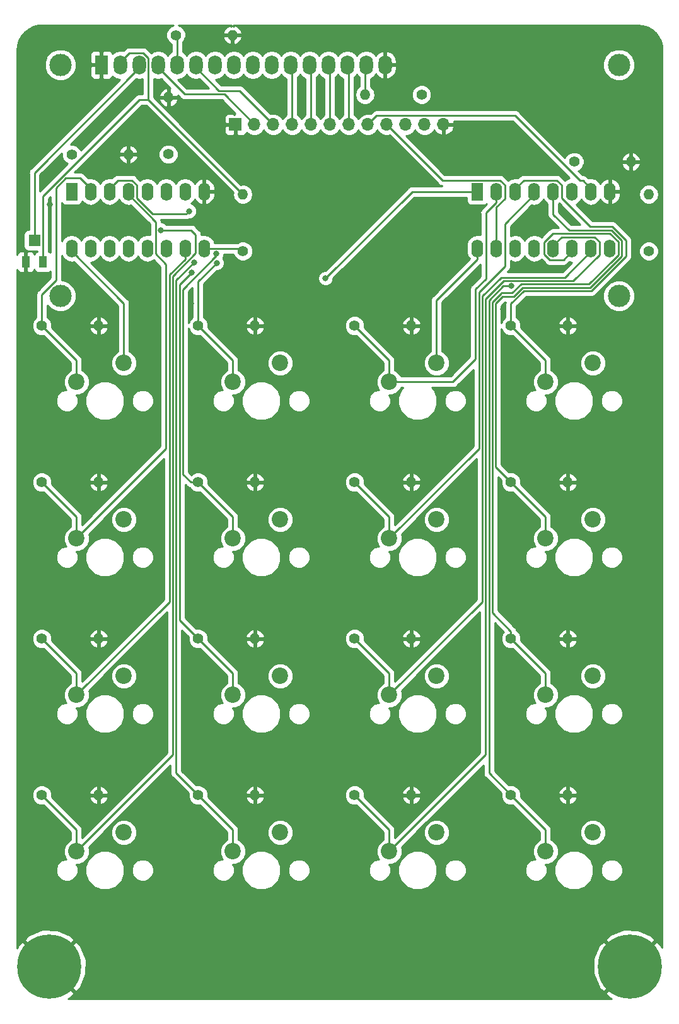
<source format=gbl>
%TF.GenerationSoftware,KiCad,Pcbnew,5.0.2+dfsg1-1*%
%TF.CreationDate,2022-01-02T19:08:51-08:00*%
%TF.ProjectId,keypad,6b657970-6164-42e6-9b69-6361645f7063,rev?*%
%TF.SameCoordinates,Original*%
%TF.FileFunction,Copper,L2,Bot*%
%TF.FilePolarity,Positive*%
%FSLAX46Y46*%
G04 Gerber Fmt 4.6, Leading zero omitted, Abs format (unit mm)*
G04 Created by KiCad (PCBNEW 5.0.2+dfsg1-1) date Sun 02 Jan 2022 07:08:51 PM PST*
%MOMM*%
%LPD*%
G01*
G04 APERTURE LIST*
%ADD10C,2.200000*%
%ADD11R,1.800000X2.600000*%
%ADD12O,1.800000X2.600000*%
%ADD13C,3.000000*%
%ADD14R,1.700000X1.700000*%
%ADD15O,1.700000X1.700000*%
%ADD16R,1.600000X1.600000*%
%ADD17R,1.100000X1.600000*%
%ADD18C,8.600000*%
%ADD19C,0.900000*%
%ADD20O,1.400000X1.400000*%
%ADD21C,1.400000*%
%ADD22R,1.600000X2.400000*%
%ADD23O,1.600000X2.400000*%
%ADD24C,0.800000*%
%ADD25C,0.250000*%
%ADD26C,0.254000*%
G04 APERTURE END LIST*
D10*
X112650000Y-78540000D03*
X119000000Y-76000000D03*
D11*
X116000000Y-36000000D03*
D12*
X118540000Y-36000000D03*
X121080000Y-36000000D03*
X123620000Y-36000000D03*
X126160000Y-36000000D03*
X128700000Y-36000000D03*
X131240000Y-36000000D03*
X133780000Y-36000000D03*
X136320000Y-36000000D03*
X138860000Y-36000000D03*
X141400000Y-36000000D03*
X143940000Y-36000000D03*
X146480000Y-36000000D03*
X149020000Y-36000000D03*
X151560000Y-36000000D03*
X154100000Y-36000000D03*
D13*
X110500900Y-36000000D03*
X110500900Y-67000700D03*
X185499480Y-67000700D03*
X185500000Y-36000000D03*
D14*
X134000000Y-44000000D03*
D15*
X136540000Y-44000000D03*
X139080000Y-44000000D03*
X141620000Y-44000000D03*
X144160000Y-44000000D03*
X146700000Y-44000000D03*
X149240000Y-44000000D03*
X151780000Y-44000000D03*
X154320000Y-44000000D03*
X156860000Y-44000000D03*
X159400000Y-44000000D03*
X161940000Y-44000000D03*
D10*
X140000000Y-139000000D03*
X133650000Y-141540000D03*
X133650000Y-78540000D03*
X140000000Y-76000000D03*
X161000000Y-76000000D03*
X154650000Y-78540000D03*
X119000000Y-97000000D03*
X112650000Y-99540000D03*
X140000000Y-97000000D03*
X133650000Y-99540000D03*
X154650000Y-99540000D03*
X161000000Y-97000000D03*
X112650000Y-120540000D03*
X119000000Y-118000000D03*
X140000000Y-118000000D03*
X133650000Y-120540000D03*
X154650000Y-120540000D03*
X161000000Y-118000000D03*
X182000000Y-76000000D03*
X175650000Y-78540000D03*
X182000000Y-97000000D03*
X175650000Y-99540000D03*
X182000000Y-118000000D03*
X175650000Y-120540000D03*
X175650000Y-141540000D03*
X182000000Y-139000000D03*
X154650000Y-141540000D03*
X161000000Y-139000000D03*
X112650000Y-141540000D03*
X119000000Y-139000000D03*
D16*
X107000000Y-59550000D03*
D17*
X108150000Y-62450000D03*
X105850000Y-62450000D03*
D18*
X187000000Y-157000000D03*
D19*
X190225000Y-157000000D03*
X189280419Y-159280419D03*
X187000000Y-160225000D03*
X184719581Y-159280419D03*
X183775000Y-157000000D03*
X184719581Y-154719581D03*
X187000000Y-153775000D03*
X189280419Y-154719581D03*
X111280419Y-154719581D03*
X109000000Y-153775000D03*
X106719581Y-154719581D03*
X105775000Y-157000000D03*
X106719581Y-159280419D03*
X109000000Y-160225000D03*
X111280419Y-159280419D03*
X112225000Y-157000000D03*
D18*
X109000000Y-157000000D03*
D20*
X115620000Y-71000000D03*
D21*
X108000000Y-71000000D03*
X108000000Y-113000000D03*
D20*
X115620000Y-113000000D03*
D21*
X150000000Y-71000000D03*
D20*
X157620000Y-71000000D03*
X157620000Y-113000000D03*
D21*
X150000000Y-113000000D03*
X129000000Y-71000000D03*
D20*
X136620000Y-71000000D03*
X136620000Y-113000000D03*
D21*
X129000000Y-113000000D03*
X171000000Y-71000000D03*
D20*
X178620000Y-71000000D03*
X178620000Y-113000000D03*
D21*
X171000000Y-113000000D03*
D20*
X115620000Y-92000000D03*
D21*
X108000000Y-92000000D03*
X108000000Y-134000000D03*
D20*
X115620000Y-134000000D03*
X157620000Y-92000000D03*
D21*
X150000000Y-92000000D03*
D20*
X157620000Y-134000000D03*
D21*
X150000000Y-134000000D03*
X129000000Y-92000000D03*
D20*
X136620000Y-92000000D03*
X136620000Y-134000000D03*
D21*
X129000000Y-134000000D03*
X171000000Y-92000000D03*
D20*
X178620000Y-92000000D03*
D21*
X171000000Y-134000000D03*
D20*
X178620000Y-134000000D03*
X133620000Y-32000000D03*
D21*
X126000000Y-32000000D03*
X112000000Y-48030000D03*
D20*
X119620000Y-48030000D03*
X125000000Y-40380000D03*
D21*
X125000000Y-48000000D03*
X135000000Y-61000000D03*
D20*
X135000000Y-53380000D03*
X187120000Y-49000000D03*
D21*
X179500000Y-49000000D03*
X189500000Y-61000000D03*
D20*
X189500000Y-53380000D03*
D21*
X159000000Y-40000000D03*
D20*
X151380000Y-40000000D03*
D22*
X112000000Y-53000000D03*
D23*
X129780000Y-60620000D03*
X114540000Y-53000000D03*
X127240000Y-60620000D03*
X117080000Y-53000000D03*
X124700000Y-60620000D03*
X119620000Y-53000000D03*
X122160000Y-60620000D03*
X122160000Y-53000000D03*
X119620000Y-60620000D03*
X124700000Y-53000000D03*
X117080000Y-60620000D03*
X127240000Y-53000000D03*
X114540000Y-60620000D03*
X129780000Y-53000000D03*
X112000000Y-60620000D03*
X166500000Y-60620000D03*
X184280000Y-53000000D03*
X169040000Y-60620000D03*
X181740000Y-53000000D03*
X171580000Y-60620000D03*
X179200000Y-53000000D03*
X174120000Y-60620000D03*
X176660000Y-53000000D03*
X176660000Y-60620000D03*
X174120000Y-53000000D03*
X179200000Y-60620000D03*
X171580000Y-53000000D03*
X181740000Y-60620000D03*
X169040000Y-53000000D03*
X184280000Y-60620000D03*
D22*
X166500000Y-53000000D03*
D24*
X118140000Y-56190000D03*
X113030000Y-56630000D03*
X127000000Y-57100000D03*
X172910000Y-57240000D03*
X178850000Y-56480000D03*
X174610000Y-63160000D03*
X169920000Y-68810000D03*
X172180000Y-136650000D03*
X171210000Y-94220000D03*
X172730000Y-98720000D03*
X120040000Y-39870000D03*
X113880000Y-45730000D03*
X109000000Y-50410000D03*
X109070000Y-54750000D03*
X128010000Y-68030000D03*
X128710000Y-38680000D03*
X132950000Y-38450000D03*
X138490000Y-39050000D03*
X142780000Y-39160000D03*
X145430000Y-39080000D03*
X148060000Y-39080000D03*
X127803155Y-55626845D03*
X131512258Y-62583072D03*
X128088511Y-63908511D03*
X124010010Y-58170000D03*
X131440000Y-61345000D03*
X128475858Y-62495858D03*
X171020000Y-65695010D03*
X146096488Y-64633512D03*
D25*
X118540000Y-35600000D02*
X118540000Y-36000000D01*
X119765010Y-34374990D02*
X118540000Y-35600000D01*
X121587415Y-34374990D02*
X119765010Y-34374990D01*
X122305010Y-35092585D02*
X121587415Y-34374990D01*
X122305010Y-40685010D02*
X122305010Y-35092585D01*
X135000000Y-53380000D02*
X122305010Y-40685010D01*
X161000000Y-74444366D02*
X161000000Y-76000000D01*
X161000000Y-67570000D02*
X161000000Y-74444366D01*
X166500000Y-62070000D02*
X161000000Y-67570000D01*
X166500000Y-60620000D02*
X166500000Y-62070000D01*
X119000000Y-68020000D02*
X119000000Y-74444366D01*
X112000000Y-61020000D02*
X119000000Y-68020000D01*
X119000000Y-74444366D02*
X119000000Y-76000000D01*
X112000000Y-60620000D02*
X112000000Y-61020000D01*
X121093578Y-40685010D02*
X122305010Y-40685010D01*
X108150000Y-53628588D02*
X121093578Y-40685010D01*
X108150000Y-62450000D02*
X108150000Y-53628588D01*
X123620000Y-36400000D02*
X123620000Y-36000000D01*
X127170010Y-39950010D02*
X123620000Y-36400000D01*
X132490010Y-39950010D02*
X127170010Y-39950010D01*
X136540000Y-44000000D02*
X132490010Y-39950010D01*
X128700000Y-36400000D02*
X131800000Y-39500000D01*
X128700000Y-36000000D02*
X128700000Y-36400000D01*
X134580000Y-39500000D02*
X139080000Y-44000000D01*
X131800000Y-39500000D02*
X134580000Y-39500000D01*
X141620000Y-36220000D02*
X141400000Y-36000000D01*
X141620000Y-44000000D02*
X141620000Y-36220000D01*
X144160000Y-36220000D02*
X143940000Y-36000000D01*
X144160000Y-44000000D02*
X144160000Y-36220000D01*
X146700000Y-36220000D02*
X146480000Y-36000000D01*
X146700000Y-44000000D02*
X146700000Y-36220000D01*
X149240000Y-36220000D02*
X149020000Y-36000000D01*
X149240000Y-44000000D02*
X149240000Y-36220000D01*
X152629999Y-43150001D02*
X151780000Y-44000000D01*
X152955001Y-42824999D02*
X152629999Y-43150001D01*
X171564999Y-42824999D02*
X152955001Y-42824999D01*
X180290000Y-51550000D02*
X171564999Y-42824999D01*
X180690000Y-51550000D02*
X180290000Y-51550000D01*
X181740000Y-52600000D02*
X180690000Y-51550000D01*
X181740000Y-53000000D02*
X181740000Y-52600000D01*
X155169999Y-44849999D02*
X154320000Y-44000000D01*
X161794990Y-51474990D02*
X155169999Y-44849999D01*
X169505994Y-51474990D02*
X161794990Y-51474990D01*
X170165010Y-53961400D02*
X170165010Y-52134006D01*
X170165010Y-52134006D02*
X169505994Y-51474990D01*
X169040000Y-55086410D02*
X170165010Y-53961400D01*
X169040000Y-60620000D02*
X169040000Y-55086410D01*
X112650000Y-75650000D02*
X108000000Y-71000000D01*
X112650000Y-78540000D02*
X112650000Y-75650000D01*
X114540000Y-52600000D02*
X114540000Y-53000000D01*
X113150000Y-51210000D02*
X114540000Y-52600000D01*
X111204998Y-51210000D02*
X113150000Y-51210000D01*
X109890000Y-52524998D02*
X111204998Y-51210000D01*
X109890000Y-64910598D02*
X109890000Y-52524998D01*
X108000000Y-66800598D02*
X109890000Y-64910598D01*
X108000000Y-71000000D02*
X108000000Y-66800598D01*
X112650000Y-117650000D02*
X108000000Y-113000000D01*
X112650000Y-120540000D02*
X112650000Y-117650000D01*
X127240000Y-62070000D02*
X127240000Y-60620000D01*
X125140020Y-64169980D02*
X127240000Y-62070000D01*
X112650000Y-120540000D02*
X125140020Y-108049980D01*
X125140020Y-108049980D02*
X125140020Y-64169980D01*
X154650000Y-75650000D02*
X150000000Y-71000000D01*
X154650000Y-78540000D02*
X154650000Y-75650000D01*
X154650000Y-78540000D02*
X163200000Y-78540000D01*
X163200000Y-78540000D02*
X166250000Y-75490000D01*
X166250000Y-75490000D02*
X166250000Y-66080000D01*
X169040000Y-54450000D02*
X169040000Y-53000000D01*
X167625010Y-64704990D02*
X167625010Y-55864990D01*
X167625010Y-55864990D02*
X169040000Y-54450000D01*
X166250000Y-66080000D02*
X167625010Y-64704990D01*
X154650000Y-117650000D02*
X150000000Y-113000000D01*
X154650000Y-120540000D02*
X154650000Y-117650000D01*
X178240000Y-64520000D02*
X181740000Y-61020000D01*
X169671004Y-64520000D02*
X178240000Y-64520000D01*
X181740000Y-61020000D02*
X181740000Y-60620000D01*
X167150020Y-108039980D02*
X167150020Y-67040984D01*
X167150020Y-67040984D02*
X169671004Y-64520000D01*
X154650000Y-120540000D02*
X167150020Y-108039980D01*
X133650000Y-75650000D02*
X129000000Y-71000000D01*
X133650000Y-78540000D02*
X133650000Y-75650000D01*
X117080000Y-52600000D02*
X117080000Y-53000000D01*
X118205010Y-51474990D02*
X117080000Y-52600000D01*
X120085994Y-51474990D02*
X118205010Y-51474990D01*
X120745010Y-52134006D02*
X120085994Y-51474990D01*
X120745010Y-53865994D02*
X120745010Y-52134006D01*
X122905860Y-56026844D02*
X120745010Y-53865994D01*
X127403156Y-56026844D02*
X122905860Y-56026844D01*
X127803155Y-55626845D02*
X127403156Y-56026844D01*
X129000000Y-71000000D02*
X129000000Y-65095330D01*
X129000000Y-65095330D02*
X131512258Y-62583072D01*
X133650000Y-117650000D02*
X129000000Y-113000000D01*
X133650000Y-120540000D02*
X133650000Y-117650000D01*
X133650000Y-120540000D02*
X133650000Y-118984366D01*
X126490050Y-72140000D02*
X126490050Y-65506972D01*
X126490050Y-65506972D02*
X128088511Y-63908511D01*
X126490050Y-110490050D02*
X126490050Y-110160000D01*
X129000000Y-113000000D02*
X126490050Y-110490050D01*
X126490050Y-110160000D02*
X126490050Y-72140000D01*
X175650000Y-75650000D02*
X171000000Y-71000000D01*
X175650000Y-78540000D02*
X175650000Y-75650000D01*
X181843784Y-66320040D02*
X186450000Y-61713824D01*
X171000000Y-71000000D02*
X171000000Y-68060832D01*
X172740792Y-66320040D02*
X181843784Y-66320040D01*
X171000000Y-68060832D02*
X172740792Y-66320040D01*
X186450000Y-59526176D02*
X184633824Y-57710000D01*
X186450000Y-61713824D02*
X186450000Y-59526176D01*
X171580000Y-52600000D02*
X171580000Y-53000000D01*
X172705010Y-51474990D02*
X171580000Y-52600000D01*
X177125994Y-51474990D02*
X172705010Y-51474990D01*
X177785010Y-52134006D02*
X177125994Y-51474990D01*
X177785010Y-53865994D02*
X177785010Y-52134006D01*
X181629016Y-57710000D02*
X177785010Y-53865994D01*
X184633824Y-57710000D02*
X181629016Y-57710000D01*
X175650000Y-117650000D02*
X171000000Y-113000000D01*
X175650000Y-120540000D02*
X175650000Y-117650000D01*
X169680000Y-66660000D02*
X168500050Y-67839950D01*
X175470000Y-59818996D02*
X176644015Y-58644981D01*
X181449980Y-65420020D02*
X172367992Y-65420020D01*
X175470000Y-61421004D02*
X175470000Y-59818996D01*
X184745994Y-62145010D02*
X184724990Y-62145010D01*
X176194006Y-62145010D02*
X175470000Y-61421004D01*
X185405010Y-61485994D02*
X184745994Y-62145010D01*
X172367992Y-65420020D02*
X171165192Y-66622820D01*
X178074990Y-62145010D02*
X176194006Y-62145010D01*
X179200000Y-60620000D02*
X179200000Y-61020000D01*
X179200000Y-61020000D02*
X178074990Y-62145010D01*
X185405010Y-59754006D02*
X185405010Y-61485994D01*
X176644015Y-58644981D02*
X184295985Y-58644981D01*
X184295985Y-58644981D02*
X185405010Y-59754006D01*
X184724990Y-62145010D02*
X181449980Y-65420020D01*
X169680000Y-66622820D02*
X169680000Y-66660000D01*
X171165192Y-66622820D02*
X169680000Y-66622820D01*
X171000000Y-112010051D02*
X168500050Y-109510101D01*
X171000000Y-113000000D02*
X171000000Y-112010051D01*
X168500050Y-67839950D02*
X168500050Y-105450000D01*
X168500050Y-109510101D02*
X168500050Y-105450000D01*
X112650000Y-96650000D02*
X108000000Y-92000000D01*
X112650000Y-99540000D02*
X112650000Y-96650000D01*
X119620000Y-52600000D02*
X119620000Y-53000000D01*
X124690010Y-87499990D02*
X124690010Y-76196400D01*
X112650000Y-99540000D02*
X124690010Y-87499990D01*
X123285010Y-57065010D02*
X119620000Y-53400000D01*
X119620000Y-53400000D02*
X119620000Y-53000000D01*
X124690010Y-69900000D02*
X124690010Y-69640000D01*
X124690010Y-76196400D02*
X124690010Y-69900000D01*
X124690010Y-62775000D02*
X123285010Y-61370000D01*
X124690010Y-69900000D02*
X124690010Y-62775000D01*
X123285010Y-61370000D02*
X123285010Y-57065010D01*
X112650000Y-138650000D02*
X108000000Y-134000000D01*
X112650000Y-141540000D02*
X112650000Y-138650000D01*
X125200000Y-128990000D02*
X112650000Y-141540000D01*
X125590030Y-70780000D02*
X125590030Y-128599970D01*
X125590030Y-128599970D02*
X125200000Y-128990000D01*
X125590030Y-70780000D02*
X125590030Y-64356380D01*
X128654990Y-61291420D02*
X128654990Y-58774990D01*
X125590030Y-64356380D02*
X128654990Y-61291420D01*
X128654990Y-58774990D02*
X128050000Y-58170000D01*
X128050000Y-58170000D02*
X124010010Y-58170000D01*
X154650000Y-96650000D02*
X150000000Y-92000000D01*
X154650000Y-99540000D02*
X154650000Y-96650000D01*
X174120000Y-53400000D02*
X174120000Y-53000000D01*
X170165010Y-63055000D02*
X170165010Y-57354990D01*
X170165010Y-57354990D02*
X174120000Y-53400000D01*
X166700010Y-66520000D02*
X170165010Y-63055000D01*
X166700010Y-87489990D02*
X166700010Y-66520000D01*
X154650000Y-99540000D02*
X166700010Y-87489990D01*
X154650000Y-138650000D02*
X149800000Y-133800000D01*
X154650000Y-141540000D02*
X154650000Y-138650000D01*
X149800000Y-133800000D02*
X150000000Y-134000000D01*
X177785010Y-59094990D02*
X176660000Y-60220000D01*
X182205994Y-59094990D02*
X177785010Y-59094990D01*
X182865010Y-59754006D02*
X182205994Y-59094990D01*
X170059990Y-64970010D02*
X179380994Y-64970010D01*
X154650000Y-141540000D02*
X167600030Y-128589970D01*
X179380994Y-64970010D02*
X182865010Y-61485994D01*
X176660000Y-60220000D02*
X176660000Y-60620000D01*
X167600030Y-128589970D02*
X167600030Y-67429970D01*
X167600030Y-67429970D02*
X170059990Y-64970010D01*
X182865010Y-61485994D02*
X182865010Y-59754006D01*
X133650000Y-96650000D02*
X129000000Y-92000000D01*
X133650000Y-99540000D02*
X133650000Y-96650000D01*
X131440000Y-61630024D02*
X131440000Y-61345000D01*
X126940060Y-90930009D02*
X126940060Y-66129964D01*
X129000000Y-92000000D02*
X128010051Y-92000000D01*
X126940060Y-66129964D02*
X131440000Y-61630024D01*
X128010051Y-92000000D02*
X126940060Y-90930009D01*
X133650000Y-138650000D02*
X129000000Y-134000000D01*
X133650000Y-141540000D02*
X133650000Y-138650000D01*
X126040040Y-128786370D02*
X126040040Y-71420000D01*
X126040040Y-71420000D02*
X126040040Y-64931676D01*
X126040040Y-64931676D02*
X128475858Y-62495858D01*
X126040040Y-131040040D02*
X126040040Y-130640000D01*
X129000000Y-134000000D02*
X126040040Y-131040040D01*
X126040040Y-130640000D02*
X126040040Y-128786370D01*
X175650000Y-96650000D02*
X171000000Y-92000000D01*
X175650000Y-99540000D02*
X175650000Y-96650000D01*
X169903580Y-67072830D02*
X168950060Y-68026350D01*
X171351593Y-67072829D02*
X169903580Y-67072830D01*
X172554392Y-65870030D02*
X171351593Y-67072829D01*
X181639970Y-65870030D02*
X172554392Y-65870030D01*
X184914981Y-62595019D02*
X181639970Y-65870030D01*
X184932395Y-62595019D02*
X184914981Y-62595019D01*
X176660000Y-53000000D02*
X176660000Y-56050000D01*
X178804971Y-58194971D02*
X184482385Y-58194971D01*
X176660000Y-56050000D02*
X178804971Y-58194971D01*
X184482385Y-58194971D02*
X185855019Y-59567605D01*
X185855019Y-59567605D02*
X185855020Y-61672394D01*
X185855020Y-61672394D02*
X184932395Y-62595019D01*
X171000000Y-92000000D02*
X168950060Y-89950060D01*
X168950060Y-89950060D02*
X168950060Y-88310000D01*
X168950060Y-68026350D02*
X168950060Y-88310000D01*
X175650000Y-138650000D02*
X171000000Y-134000000D01*
X175650000Y-141540000D02*
X175650000Y-138650000D01*
X168050040Y-68330000D02*
X168050040Y-67616370D01*
X168050040Y-67616370D02*
X169971400Y-65695010D01*
X169971400Y-65695010D02*
X171020000Y-65695010D01*
X171000000Y-134000000D02*
X168050040Y-131050040D01*
X168050040Y-68330000D02*
X168050040Y-130260000D01*
X168050040Y-131050040D02*
X168050040Y-130260000D01*
X126160000Y-32160000D02*
X126000000Y-32000000D01*
X126160000Y-36000000D02*
X126160000Y-32160000D01*
X134620000Y-60620000D02*
X135000000Y-61000000D01*
X129780000Y-60620000D02*
X134620000Y-60620000D01*
X151380000Y-36180000D02*
X151560000Y-36000000D01*
X151380000Y-40000000D02*
X151380000Y-36180000D01*
X107000000Y-58500000D02*
X107000000Y-59550000D01*
X107000000Y-50480000D02*
X107000000Y-58500000D01*
X121080000Y-36400000D02*
X107000000Y-50480000D01*
X121080000Y-36000000D02*
X121080000Y-36400000D01*
X166500000Y-53000000D02*
X157730000Y-53000000D01*
X157730000Y-53000000D02*
X146096488Y-64633512D01*
D26*
G36*
X125243783Y-30868242D02*
X124868242Y-31243783D01*
X124665000Y-31734452D01*
X124665000Y-32265548D01*
X124868242Y-32756217D01*
X125243783Y-33131758D01*
X125400001Y-33196466D01*
X125400000Y-34261687D01*
X125053327Y-34493327D01*
X124890000Y-34737763D01*
X124726673Y-34493327D01*
X124218926Y-34154062D01*
X123620000Y-34034928D01*
X123021073Y-34154062D01*
X122673518Y-34386291D01*
X122177746Y-33890520D01*
X122135344Y-33827061D01*
X121883952Y-33659086D01*
X121662267Y-33614990D01*
X121662262Y-33614990D01*
X121587415Y-33600102D01*
X121512568Y-33614990D01*
X119839858Y-33614990D01*
X119765010Y-33600102D01*
X119690162Y-33614990D01*
X119690158Y-33614990D01*
X119516615Y-33649510D01*
X119468472Y-33659086D01*
X119358260Y-33732728D01*
X119217081Y-33827061D01*
X119174681Y-33890517D01*
X118948929Y-34116269D01*
X118540000Y-34034928D01*
X117941073Y-34154062D01*
X117486888Y-34457538D01*
X117438327Y-34340301D01*
X117259698Y-34161673D01*
X117026309Y-34065000D01*
X116285750Y-34065000D01*
X116127000Y-34223750D01*
X116127000Y-35873000D01*
X116147000Y-35873000D01*
X116147000Y-36127000D01*
X116127000Y-36127000D01*
X116127000Y-37776250D01*
X116285750Y-37935000D01*
X117026309Y-37935000D01*
X117259698Y-37838327D01*
X117438327Y-37659699D01*
X117486889Y-37542461D01*
X117941074Y-37845938D01*
X118456696Y-37948502D01*
X106515530Y-49889669D01*
X106452071Y-49932071D01*
X106284096Y-50183464D01*
X106240000Y-50405149D01*
X106240000Y-50405153D01*
X106225112Y-50480000D01*
X106240000Y-50554847D01*
X106240001Y-58102560D01*
X106200000Y-58102560D01*
X105952235Y-58151843D01*
X105742191Y-58292191D01*
X105601843Y-58502235D01*
X105552560Y-58750000D01*
X105552560Y-60350000D01*
X105601843Y-60597765D01*
X105742191Y-60807809D01*
X105952235Y-60948157D01*
X106200000Y-60997440D01*
X107390000Y-60997440D01*
X107390000Y-61044331D01*
X107352235Y-61051843D01*
X107142191Y-61192191D01*
X107001843Y-61402235D01*
X106996279Y-61430209D01*
X106938327Y-61290301D01*
X106759698Y-61111673D01*
X106526309Y-61015000D01*
X106135750Y-61015000D01*
X105977000Y-61173750D01*
X105977000Y-62323000D01*
X105997000Y-62323000D01*
X105997000Y-62577000D01*
X105977000Y-62577000D01*
X105977000Y-63726250D01*
X106135750Y-63885000D01*
X106526309Y-63885000D01*
X106759698Y-63788327D01*
X106938327Y-63609699D01*
X106996279Y-63469791D01*
X107001843Y-63497765D01*
X107142191Y-63707809D01*
X107352235Y-63848157D01*
X107600000Y-63897440D01*
X108700000Y-63897440D01*
X108947765Y-63848157D01*
X109130000Y-63726390D01*
X109130000Y-64595796D01*
X107515528Y-66210269D01*
X107452072Y-66252669D01*
X107409672Y-66316125D01*
X107409671Y-66316126D01*
X107284097Y-66504061D01*
X107225112Y-66800598D01*
X107240001Y-66875450D01*
X107240000Y-69872025D01*
X106868242Y-70243783D01*
X106665000Y-70734452D01*
X106665000Y-71265548D01*
X106868242Y-71756217D01*
X107243783Y-72131758D01*
X107734452Y-72335000D01*
X108260199Y-72335000D01*
X111890001Y-75964803D01*
X111890001Y-76976851D01*
X111667201Y-77069138D01*
X111179138Y-77557201D01*
X110915000Y-78194887D01*
X110915000Y-78885113D01*
X111179138Y-79522799D01*
X111251339Y-79595000D01*
X111084615Y-79595000D01*
X110538815Y-79821078D01*
X110121078Y-80238815D01*
X109895000Y-80784615D01*
X109895000Y-81375385D01*
X110121078Y-81921185D01*
X110538815Y-82338922D01*
X111084615Y-82565000D01*
X111675385Y-82565000D01*
X112221185Y-82338922D01*
X112638922Y-81921185D01*
X112865000Y-81375385D01*
X112865000Y-80784615D01*
X112770249Y-80555866D01*
X113825000Y-80555866D01*
X113825000Y-81604134D01*
X114226155Y-82572608D01*
X114967392Y-83313845D01*
X115935866Y-83715000D01*
X116984134Y-83715000D01*
X117952608Y-83313845D01*
X118693845Y-82572608D01*
X119095000Y-81604134D01*
X119095000Y-80784615D01*
X120055000Y-80784615D01*
X120055000Y-81375385D01*
X120281078Y-81921185D01*
X120698815Y-82338922D01*
X121244615Y-82565000D01*
X121835385Y-82565000D01*
X122381185Y-82338922D01*
X122798922Y-81921185D01*
X123025000Y-81375385D01*
X123025000Y-80784615D01*
X122798922Y-80238815D01*
X122381185Y-79821078D01*
X121835385Y-79595000D01*
X121244615Y-79595000D01*
X120698815Y-79821078D01*
X120281078Y-80238815D01*
X120055000Y-80784615D01*
X119095000Y-80784615D01*
X119095000Y-80555866D01*
X118693845Y-79587392D01*
X117952608Y-78846155D01*
X116984134Y-78445000D01*
X115935866Y-78445000D01*
X114967392Y-78846155D01*
X114226155Y-79587392D01*
X113825000Y-80555866D01*
X112770249Y-80555866D01*
X112653910Y-80275000D01*
X112995113Y-80275000D01*
X113632799Y-80010862D01*
X114120862Y-79522799D01*
X114385000Y-78885113D01*
X114385000Y-78194887D01*
X114120862Y-77557201D01*
X113632799Y-77069138D01*
X113410000Y-76976852D01*
X113410000Y-75724846D01*
X113424888Y-75649999D01*
X113410000Y-75575152D01*
X113410000Y-75575148D01*
X113365904Y-75353463D01*
X113197929Y-75102071D01*
X113134473Y-75059671D01*
X109408131Y-71333329D01*
X114327284Y-71333329D01*
X114470203Y-71678396D01*
X114817337Y-72066764D01*
X115286669Y-72292727D01*
X115493000Y-72170206D01*
X115493000Y-71127000D01*
X115747000Y-71127000D01*
X115747000Y-72170206D01*
X115953331Y-72292727D01*
X116422663Y-72066764D01*
X116769797Y-71678396D01*
X116912716Y-71333329D01*
X116789374Y-71127000D01*
X115747000Y-71127000D01*
X115493000Y-71127000D01*
X114450626Y-71127000D01*
X114327284Y-71333329D01*
X109408131Y-71333329D01*
X109335000Y-71260199D01*
X109335000Y-70734452D01*
X109306925Y-70666671D01*
X114327284Y-70666671D01*
X114450626Y-70873000D01*
X115493000Y-70873000D01*
X115493000Y-69829794D01*
X115747000Y-69829794D01*
X115747000Y-70873000D01*
X116789374Y-70873000D01*
X116912716Y-70666671D01*
X116769797Y-70321604D01*
X116422663Y-69933236D01*
X115953331Y-69707273D01*
X115747000Y-69829794D01*
X115493000Y-69829794D01*
X115286669Y-69707273D01*
X114817337Y-69933236D01*
X114470203Y-70321604D01*
X114327284Y-70666671D01*
X109306925Y-70666671D01*
X109131758Y-70243783D01*
X108760000Y-69872025D01*
X108760000Y-68279146D01*
X109291520Y-68810666D01*
X110076222Y-69135700D01*
X110925578Y-69135700D01*
X111710280Y-68810666D01*
X112310866Y-68210080D01*
X112635900Y-67425378D01*
X112635900Y-66576022D01*
X112310866Y-65791320D01*
X111710280Y-65190734D01*
X110925578Y-64865700D01*
X110655957Y-64865700D01*
X110650000Y-64835750D01*
X110650000Y-61582512D01*
X110965423Y-62054576D01*
X111440091Y-62371740D01*
X112000000Y-62483113D01*
X112323887Y-62418688D01*
X118240000Y-68334802D01*
X118240001Y-74369510D01*
X118240000Y-74369515D01*
X118240000Y-74436852D01*
X118017201Y-74529138D01*
X117529138Y-75017201D01*
X117265000Y-75654887D01*
X117265000Y-76345113D01*
X117529138Y-76982799D01*
X118017201Y-77470862D01*
X118654887Y-77735000D01*
X119345113Y-77735000D01*
X119982799Y-77470862D01*
X120470862Y-76982799D01*
X120735000Y-76345113D01*
X120735000Y-75654887D01*
X120470862Y-75017201D01*
X119982799Y-74529138D01*
X119760000Y-74436852D01*
X119760000Y-68094847D01*
X119774888Y-68020000D01*
X119760000Y-67945153D01*
X119760000Y-67945148D01*
X119715904Y-67723463D01*
X119547929Y-67472071D01*
X119484473Y-67429671D01*
X114537396Y-62482595D01*
X114540000Y-62483113D01*
X115099908Y-62371740D01*
X115574576Y-62054577D01*
X115810000Y-61702241D01*
X116045423Y-62054576D01*
X116520091Y-62371740D01*
X117080000Y-62483113D01*
X117639908Y-62371740D01*
X118114576Y-62054577D01*
X118350000Y-61702241D01*
X118585423Y-62054576D01*
X119060091Y-62371740D01*
X119620000Y-62483113D01*
X120179908Y-62371740D01*
X120654576Y-62054577D01*
X120890000Y-61702241D01*
X121125423Y-62054576D01*
X121600091Y-62371740D01*
X122160000Y-62483113D01*
X122719908Y-62371740D01*
X123014865Y-62174656D01*
X123930011Y-63089803D01*
X123930010Y-69974851D01*
X123930011Y-69974856D01*
X123930010Y-76271251D01*
X123930011Y-76271256D01*
X123930010Y-87185187D01*
X113410000Y-97705199D01*
X113410000Y-96724846D01*
X113424888Y-96649999D01*
X113410000Y-96575152D01*
X113410000Y-96575148D01*
X113365904Y-96353463D01*
X113197929Y-96102071D01*
X113134473Y-96059671D01*
X109408131Y-92333329D01*
X114327284Y-92333329D01*
X114470203Y-92678396D01*
X114817337Y-93066764D01*
X115286669Y-93292727D01*
X115493000Y-93170206D01*
X115493000Y-92127000D01*
X115747000Y-92127000D01*
X115747000Y-93170206D01*
X115953331Y-93292727D01*
X116422663Y-93066764D01*
X116769797Y-92678396D01*
X116912716Y-92333329D01*
X116789374Y-92127000D01*
X115747000Y-92127000D01*
X115493000Y-92127000D01*
X114450626Y-92127000D01*
X114327284Y-92333329D01*
X109408131Y-92333329D01*
X109335000Y-92260199D01*
X109335000Y-91734452D01*
X109306925Y-91666671D01*
X114327284Y-91666671D01*
X114450626Y-91873000D01*
X115493000Y-91873000D01*
X115493000Y-90829794D01*
X115747000Y-90829794D01*
X115747000Y-91873000D01*
X116789374Y-91873000D01*
X116912716Y-91666671D01*
X116769797Y-91321604D01*
X116422663Y-90933236D01*
X115953331Y-90707273D01*
X115747000Y-90829794D01*
X115493000Y-90829794D01*
X115286669Y-90707273D01*
X114817337Y-90933236D01*
X114470203Y-91321604D01*
X114327284Y-91666671D01*
X109306925Y-91666671D01*
X109131758Y-91243783D01*
X108756217Y-90868242D01*
X108265548Y-90665000D01*
X107734452Y-90665000D01*
X107243783Y-90868242D01*
X106868242Y-91243783D01*
X106665000Y-91734452D01*
X106665000Y-92265548D01*
X106868242Y-92756217D01*
X107243783Y-93131758D01*
X107734452Y-93335000D01*
X108260199Y-93335000D01*
X111890001Y-96964803D01*
X111890001Y-97976851D01*
X111667201Y-98069138D01*
X111179138Y-98557201D01*
X110915000Y-99194887D01*
X110915000Y-99885113D01*
X111179138Y-100522799D01*
X111251339Y-100595000D01*
X111084615Y-100595000D01*
X110538815Y-100821078D01*
X110121078Y-101238815D01*
X109895000Y-101784615D01*
X109895000Y-102375385D01*
X110121078Y-102921185D01*
X110538815Y-103338922D01*
X111084615Y-103565000D01*
X111675385Y-103565000D01*
X112221185Y-103338922D01*
X112638922Y-102921185D01*
X112865000Y-102375385D01*
X112865000Y-101784615D01*
X112770249Y-101555866D01*
X113825000Y-101555866D01*
X113825000Y-102604134D01*
X114226155Y-103572608D01*
X114967392Y-104313845D01*
X115935866Y-104715000D01*
X116984134Y-104715000D01*
X117952608Y-104313845D01*
X118693845Y-103572608D01*
X119095000Y-102604134D01*
X119095000Y-101784615D01*
X120055000Y-101784615D01*
X120055000Y-102375385D01*
X120281078Y-102921185D01*
X120698815Y-103338922D01*
X121244615Y-103565000D01*
X121835385Y-103565000D01*
X122381185Y-103338922D01*
X122798922Y-102921185D01*
X123025000Y-102375385D01*
X123025000Y-101784615D01*
X122798922Y-101238815D01*
X122381185Y-100821078D01*
X121835385Y-100595000D01*
X121244615Y-100595000D01*
X120698815Y-100821078D01*
X120281078Y-101238815D01*
X120055000Y-101784615D01*
X119095000Y-101784615D01*
X119095000Y-101555866D01*
X118693845Y-100587392D01*
X117952608Y-99846155D01*
X116984134Y-99445000D01*
X115935866Y-99445000D01*
X114967392Y-99846155D01*
X114226155Y-100587392D01*
X113825000Y-101555866D01*
X112770249Y-101555866D01*
X112653910Y-101275000D01*
X112995113Y-101275000D01*
X113632799Y-101010862D01*
X114120862Y-100522799D01*
X114385000Y-99885113D01*
X114385000Y-99194887D01*
X114292714Y-98972088D01*
X116609915Y-96654887D01*
X117265000Y-96654887D01*
X117265000Y-97345113D01*
X117529138Y-97982799D01*
X118017201Y-98470862D01*
X118654887Y-98735000D01*
X119345113Y-98735000D01*
X119982799Y-98470862D01*
X120470862Y-97982799D01*
X120735000Y-97345113D01*
X120735000Y-96654887D01*
X120470862Y-96017201D01*
X119982799Y-95529138D01*
X119345113Y-95265000D01*
X118654887Y-95265000D01*
X118017201Y-95529138D01*
X117529138Y-96017201D01*
X117265000Y-96654887D01*
X116609915Y-96654887D01*
X124380020Y-88884782D01*
X124380020Y-107735178D01*
X113410000Y-118705199D01*
X113410000Y-117724846D01*
X113424888Y-117649999D01*
X113410000Y-117575152D01*
X113410000Y-117575148D01*
X113365904Y-117353463D01*
X113197929Y-117102071D01*
X113134473Y-117059671D01*
X109408131Y-113333329D01*
X114327284Y-113333329D01*
X114470203Y-113678396D01*
X114817337Y-114066764D01*
X115286669Y-114292727D01*
X115493000Y-114170206D01*
X115493000Y-113127000D01*
X115747000Y-113127000D01*
X115747000Y-114170206D01*
X115953331Y-114292727D01*
X116422663Y-114066764D01*
X116769797Y-113678396D01*
X116912716Y-113333329D01*
X116789374Y-113127000D01*
X115747000Y-113127000D01*
X115493000Y-113127000D01*
X114450626Y-113127000D01*
X114327284Y-113333329D01*
X109408131Y-113333329D01*
X109335000Y-113260199D01*
X109335000Y-112734452D01*
X109306925Y-112666671D01*
X114327284Y-112666671D01*
X114450626Y-112873000D01*
X115493000Y-112873000D01*
X115493000Y-111829794D01*
X115747000Y-111829794D01*
X115747000Y-112873000D01*
X116789374Y-112873000D01*
X116912716Y-112666671D01*
X116769797Y-112321604D01*
X116422663Y-111933236D01*
X115953331Y-111707273D01*
X115747000Y-111829794D01*
X115493000Y-111829794D01*
X115286669Y-111707273D01*
X114817337Y-111933236D01*
X114470203Y-112321604D01*
X114327284Y-112666671D01*
X109306925Y-112666671D01*
X109131758Y-112243783D01*
X108756217Y-111868242D01*
X108265548Y-111665000D01*
X107734452Y-111665000D01*
X107243783Y-111868242D01*
X106868242Y-112243783D01*
X106665000Y-112734452D01*
X106665000Y-113265548D01*
X106868242Y-113756217D01*
X107243783Y-114131758D01*
X107734452Y-114335000D01*
X108260199Y-114335000D01*
X111890001Y-117964803D01*
X111890001Y-118976851D01*
X111667201Y-119069138D01*
X111179138Y-119557201D01*
X110915000Y-120194887D01*
X110915000Y-120885113D01*
X111179138Y-121522799D01*
X111251339Y-121595000D01*
X111084615Y-121595000D01*
X110538815Y-121821078D01*
X110121078Y-122238815D01*
X109895000Y-122784615D01*
X109895000Y-123375385D01*
X110121078Y-123921185D01*
X110538815Y-124338922D01*
X111084615Y-124565000D01*
X111675385Y-124565000D01*
X112221185Y-124338922D01*
X112638922Y-123921185D01*
X112865000Y-123375385D01*
X112865000Y-122784615D01*
X112770249Y-122555866D01*
X113825000Y-122555866D01*
X113825000Y-123604134D01*
X114226155Y-124572608D01*
X114967392Y-125313845D01*
X115935866Y-125715000D01*
X116984134Y-125715000D01*
X117952608Y-125313845D01*
X118693845Y-124572608D01*
X119095000Y-123604134D01*
X119095000Y-122784615D01*
X120055000Y-122784615D01*
X120055000Y-123375385D01*
X120281078Y-123921185D01*
X120698815Y-124338922D01*
X121244615Y-124565000D01*
X121835385Y-124565000D01*
X122381185Y-124338922D01*
X122798922Y-123921185D01*
X123025000Y-123375385D01*
X123025000Y-122784615D01*
X122798922Y-122238815D01*
X122381185Y-121821078D01*
X121835385Y-121595000D01*
X121244615Y-121595000D01*
X120698815Y-121821078D01*
X120281078Y-122238815D01*
X120055000Y-122784615D01*
X119095000Y-122784615D01*
X119095000Y-122555866D01*
X118693845Y-121587392D01*
X117952608Y-120846155D01*
X116984134Y-120445000D01*
X115935866Y-120445000D01*
X114967392Y-120846155D01*
X114226155Y-121587392D01*
X113825000Y-122555866D01*
X112770249Y-122555866D01*
X112653910Y-122275000D01*
X112995113Y-122275000D01*
X113632799Y-122010862D01*
X114120862Y-121522799D01*
X114385000Y-120885113D01*
X114385000Y-120194887D01*
X114292714Y-119972088D01*
X116609915Y-117654887D01*
X117265000Y-117654887D01*
X117265000Y-118345113D01*
X117529138Y-118982799D01*
X118017201Y-119470862D01*
X118654887Y-119735000D01*
X119345113Y-119735000D01*
X119982799Y-119470862D01*
X120470862Y-118982799D01*
X120735000Y-118345113D01*
X120735000Y-117654887D01*
X120470862Y-117017201D01*
X119982799Y-116529138D01*
X119345113Y-116265000D01*
X118654887Y-116265000D01*
X118017201Y-116529138D01*
X117529138Y-117017201D01*
X117265000Y-117654887D01*
X116609915Y-117654887D01*
X124830031Y-109434771D01*
X124830031Y-128285168D01*
X124715530Y-128399669D01*
X124715527Y-128399671D01*
X113410000Y-139705199D01*
X113410000Y-138724846D01*
X113424888Y-138649999D01*
X113410000Y-138575152D01*
X113410000Y-138575148D01*
X113365904Y-138353463D01*
X113197929Y-138102071D01*
X113134473Y-138059671D01*
X109408131Y-134333329D01*
X114327284Y-134333329D01*
X114470203Y-134678396D01*
X114817337Y-135066764D01*
X115286669Y-135292727D01*
X115493000Y-135170206D01*
X115493000Y-134127000D01*
X115747000Y-134127000D01*
X115747000Y-135170206D01*
X115953331Y-135292727D01*
X116422663Y-135066764D01*
X116769797Y-134678396D01*
X116912716Y-134333329D01*
X116789374Y-134127000D01*
X115747000Y-134127000D01*
X115493000Y-134127000D01*
X114450626Y-134127000D01*
X114327284Y-134333329D01*
X109408131Y-134333329D01*
X109335000Y-134260199D01*
X109335000Y-133734452D01*
X109306925Y-133666671D01*
X114327284Y-133666671D01*
X114450626Y-133873000D01*
X115493000Y-133873000D01*
X115493000Y-132829794D01*
X115747000Y-132829794D01*
X115747000Y-133873000D01*
X116789374Y-133873000D01*
X116912716Y-133666671D01*
X116769797Y-133321604D01*
X116422663Y-132933236D01*
X115953331Y-132707273D01*
X115747000Y-132829794D01*
X115493000Y-132829794D01*
X115286669Y-132707273D01*
X114817337Y-132933236D01*
X114470203Y-133321604D01*
X114327284Y-133666671D01*
X109306925Y-133666671D01*
X109131758Y-133243783D01*
X108756217Y-132868242D01*
X108265548Y-132665000D01*
X107734452Y-132665000D01*
X107243783Y-132868242D01*
X106868242Y-133243783D01*
X106665000Y-133734452D01*
X106665000Y-134265548D01*
X106868242Y-134756217D01*
X107243783Y-135131758D01*
X107734452Y-135335000D01*
X108260199Y-135335000D01*
X111890001Y-138964803D01*
X111890001Y-139976851D01*
X111667201Y-140069138D01*
X111179138Y-140557201D01*
X110915000Y-141194887D01*
X110915000Y-141885113D01*
X111179138Y-142522799D01*
X111251339Y-142595000D01*
X111084615Y-142595000D01*
X110538815Y-142821078D01*
X110121078Y-143238815D01*
X109895000Y-143784615D01*
X109895000Y-144375385D01*
X110121078Y-144921185D01*
X110538815Y-145338922D01*
X111084615Y-145565000D01*
X111675385Y-145565000D01*
X112221185Y-145338922D01*
X112638922Y-144921185D01*
X112865000Y-144375385D01*
X112865000Y-143784615D01*
X112770249Y-143555866D01*
X113825000Y-143555866D01*
X113825000Y-144604134D01*
X114226155Y-145572608D01*
X114967392Y-146313845D01*
X115935866Y-146715000D01*
X116984134Y-146715000D01*
X117952608Y-146313845D01*
X118693845Y-145572608D01*
X119095000Y-144604134D01*
X119095000Y-143784615D01*
X120055000Y-143784615D01*
X120055000Y-144375385D01*
X120281078Y-144921185D01*
X120698815Y-145338922D01*
X121244615Y-145565000D01*
X121835385Y-145565000D01*
X122381185Y-145338922D01*
X122798922Y-144921185D01*
X123025000Y-144375385D01*
X123025000Y-143784615D01*
X122798922Y-143238815D01*
X122381185Y-142821078D01*
X121835385Y-142595000D01*
X121244615Y-142595000D01*
X120698815Y-142821078D01*
X120281078Y-143238815D01*
X120055000Y-143784615D01*
X119095000Y-143784615D01*
X119095000Y-143555866D01*
X118693845Y-142587392D01*
X117952608Y-141846155D01*
X116984134Y-141445000D01*
X115935866Y-141445000D01*
X114967392Y-141846155D01*
X114226155Y-142587392D01*
X113825000Y-143555866D01*
X112770249Y-143555866D01*
X112653910Y-143275000D01*
X112995113Y-143275000D01*
X113632799Y-143010862D01*
X114120862Y-142522799D01*
X114385000Y-141885113D01*
X114385000Y-141194887D01*
X114292714Y-140972088D01*
X116609915Y-138654887D01*
X117265000Y-138654887D01*
X117265000Y-139345113D01*
X117529138Y-139982799D01*
X118017201Y-140470862D01*
X118654887Y-140735000D01*
X119345113Y-140735000D01*
X119982799Y-140470862D01*
X120470862Y-139982799D01*
X120735000Y-139345113D01*
X120735000Y-138654887D01*
X120470862Y-138017201D01*
X119982799Y-137529138D01*
X119345113Y-137265000D01*
X118654887Y-137265000D01*
X118017201Y-137529138D01*
X117529138Y-138017201D01*
X117265000Y-138654887D01*
X116609915Y-138654887D01*
X125280040Y-129984762D01*
X125280040Y-130965193D01*
X125265152Y-131040040D01*
X125280040Y-131114887D01*
X125280040Y-131114891D01*
X125324136Y-131336576D01*
X125492111Y-131587969D01*
X125555570Y-131630371D01*
X127665000Y-133739802D01*
X127665000Y-134265548D01*
X127868242Y-134756217D01*
X128243783Y-135131758D01*
X128734452Y-135335000D01*
X129260199Y-135335000D01*
X132890001Y-138964803D01*
X132890001Y-139976851D01*
X132667201Y-140069138D01*
X132179138Y-140557201D01*
X131915000Y-141194887D01*
X131915000Y-141885113D01*
X132179138Y-142522799D01*
X132251339Y-142595000D01*
X132084615Y-142595000D01*
X131538815Y-142821078D01*
X131121078Y-143238815D01*
X130895000Y-143784615D01*
X130895000Y-144375385D01*
X131121078Y-144921185D01*
X131538815Y-145338922D01*
X132084615Y-145565000D01*
X132675385Y-145565000D01*
X133221185Y-145338922D01*
X133638922Y-144921185D01*
X133865000Y-144375385D01*
X133865000Y-143784615D01*
X133770249Y-143555866D01*
X134825000Y-143555866D01*
X134825000Y-144604134D01*
X135226155Y-145572608D01*
X135967392Y-146313845D01*
X136935866Y-146715000D01*
X137984134Y-146715000D01*
X138952608Y-146313845D01*
X139693845Y-145572608D01*
X140095000Y-144604134D01*
X140095000Y-143784615D01*
X141055000Y-143784615D01*
X141055000Y-144375385D01*
X141281078Y-144921185D01*
X141698815Y-145338922D01*
X142244615Y-145565000D01*
X142835385Y-145565000D01*
X143381185Y-145338922D01*
X143798922Y-144921185D01*
X144025000Y-144375385D01*
X144025000Y-143784615D01*
X143798922Y-143238815D01*
X143381185Y-142821078D01*
X142835385Y-142595000D01*
X142244615Y-142595000D01*
X141698815Y-142821078D01*
X141281078Y-143238815D01*
X141055000Y-143784615D01*
X140095000Y-143784615D01*
X140095000Y-143555866D01*
X139693845Y-142587392D01*
X138952608Y-141846155D01*
X137984134Y-141445000D01*
X136935866Y-141445000D01*
X135967392Y-141846155D01*
X135226155Y-142587392D01*
X134825000Y-143555866D01*
X133770249Y-143555866D01*
X133653910Y-143275000D01*
X133995113Y-143275000D01*
X134632799Y-143010862D01*
X135120862Y-142522799D01*
X135385000Y-141885113D01*
X135385000Y-141194887D01*
X135120862Y-140557201D01*
X134632799Y-140069138D01*
X134410000Y-139976852D01*
X134410000Y-138724846D01*
X134423915Y-138654887D01*
X138265000Y-138654887D01*
X138265000Y-139345113D01*
X138529138Y-139982799D01*
X139017201Y-140470862D01*
X139654887Y-140735000D01*
X140345113Y-140735000D01*
X140982799Y-140470862D01*
X141470862Y-139982799D01*
X141735000Y-139345113D01*
X141735000Y-138654887D01*
X141470862Y-138017201D01*
X140982799Y-137529138D01*
X140345113Y-137265000D01*
X139654887Y-137265000D01*
X139017201Y-137529138D01*
X138529138Y-138017201D01*
X138265000Y-138654887D01*
X134423915Y-138654887D01*
X134424888Y-138649999D01*
X134410000Y-138575152D01*
X134410000Y-138575148D01*
X134365904Y-138353463D01*
X134197929Y-138102071D01*
X134134473Y-138059671D01*
X130408131Y-134333329D01*
X135327284Y-134333329D01*
X135470203Y-134678396D01*
X135817337Y-135066764D01*
X136286669Y-135292727D01*
X136493000Y-135170206D01*
X136493000Y-134127000D01*
X136747000Y-134127000D01*
X136747000Y-135170206D01*
X136953331Y-135292727D01*
X137422663Y-135066764D01*
X137769797Y-134678396D01*
X137912716Y-134333329D01*
X137789374Y-134127000D01*
X136747000Y-134127000D01*
X136493000Y-134127000D01*
X135450626Y-134127000D01*
X135327284Y-134333329D01*
X130408131Y-134333329D01*
X130335000Y-134260199D01*
X130335000Y-133734452D01*
X130306925Y-133666671D01*
X135327284Y-133666671D01*
X135450626Y-133873000D01*
X136493000Y-133873000D01*
X136493000Y-132829794D01*
X136747000Y-132829794D01*
X136747000Y-133873000D01*
X137789374Y-133873000D01*
X137912716Y-133666671D01*
X137769797Y-133321604D01*
X137422663Y-132933236D01*
X136953331Y-132707273D01*
X136747000Y-132829794D01*
X136493000Y-132829794D01*
X136286669Y-132707273D01*
X135817337Y-132933236D01*
X135470203Y-133321604D01*
X135327284Y-133666671D01*
X130306925Y-133666671D01*
X130131758Y-133243783D01*
X129756217Y-132868242D01*
X129265548Y-132665000D01*
X128739802Y-132665000D01*
X126800040Y-130725239D01*
X126800040Y-111874842D01*
X127665000Y-112739802D01*
X127665000Y-113265548D01*
X127868242Y-113756217D01*
X128243783Y-114131758D01*
X128734452Y-114335000D01*
X129260199Y-114335000D01*
X132890001Y-117964803D01*
X132890001Y-118976851D01*
X132667201Y-119069138D01*
X132179138Y-119557201D01*
X131915000Y-120194887D01*
X131915000Y-120885113D01*
X132179138Y-121522799D01*
X132251339Y-121595000D01*
X132084615Y-121595000D01*
X131538815Y-121821078D01*
X131121078Y-122238815D01*
X130895000Y-122784615D01*
X130895000Y-123375385D01*
X131121078Y-123921185D01*
X131538815Y-124338922D01*
X132084615Y-124565000D01*
X132675385Y-124565000D01*
X133221185Y-124338922D01*
X133638922Y-123921185D01*
X133865000Y-123375385D01*
X133865000Y-122784615D01*
X133770249Y-122555866D01*
X134825000Y-122555866D01*
X134825000Y-123604134D01*
X135226155Y-124572608D01*
X135967392Y-125313845D01*
X136935866Y-125715000D01*
X137984134Y-125715000D01*
X138952608Y-125313845D01*
X139693845Y-124572608D01*
X140095000Y-123604134D01*
X140095000Y-122784615D01*
X141055000Y-122784615D01*
X141055000Y-123375385D01*
X141281078Y-123921185D01*
X141698815Y-124338922D01*
X142244615Y-124565000D01*
X142835385Y-124565000D01*
X143381185Y-124338922D01*
X143798922Y-123921185D01*
X144025000Y-123375385D01*
X144025000Y-122784615D01*
X143798922Y-122238815D01*
X143381185Y-121821078D01*
X142835385Y-121595000D01*
X142244615Y-121595000D01*
X141698815Y-121821078D01*
X141281078Y-122238815D01*
X141055000Y-122784615D01*
X140095000Y-122784615D01*
X140095000Y-122555866D01*
X139693845Y-121587392D01*
X138952608Y-120846155D01*
X137984134Y-120445000D01*
X136935866Y-120445000D01*
X135967392Y-120846155D01*
X135226155Y-121587392D01*
X134825000Y-122555866D01*
X133770249Y-122555866D01*
X133653910Y-122275000D01*
X133995113Y-122275000D01*
X134632799Y-122010862D01*
X135120862Y-121522799D01*
X135385000Y-120885113D01*
X135385000Y-120194887D01*
X135120862Y-119557201D01*
X134632799Y-119069138D01*
X134410000Y-118976852D01*
X134410000Y-117724846D01*
X134423915Y-117654887D01*
X138265000Y-117654887D01*
X138265000Y-118345113D01*
X138529138Y-118982799D01*
X139017201Y-119470862D01*
X139654887Y-119735000D01*
X140345113Y-119735000D01*
X140982799Y-119470862D01*
X141470862Y-118982799D01*
X141735000Y-118345113D01*
X141735000Y-117654887D01*
X141470862Y-117017201D01*
X140982799Y-116529138D01*
X140345113Y-116265000D01*
X139654887Y-116265000D01*
X139017201Y-116529138D01*
X138529138Y-117017201D01*
X138265000Y-117654887D01*
X134423915Y-117654887D01*
X134424888Y-117649999D01*
X134410000Y-117575152D01*
X134410000Y-117575148D01*
X134365904Y-117353463D01*
X134197929Y-117102071D01*
X134134473Y-117059671D01*
X130408131Y-113333329D01*
X135327284Y-113333329D01*
X135470203Y-113678396D01*
X135817337Y-114066764D01*
X136286669Y-114292727D01*
X136493000Y-114170206D01*
X136493000Y-113127000D01*
X136747000Y-113127000D01*
X136747000Y-114170206D01*
X136953331Y-114292727D01*
X137422663Y-114066764D01*
X137769797Y-113678396D01*
X137912716Y-113333329D01*
X137789374Y-113127000D01*
X136747000Y-113127000D01*
X136493000Y-113127000D01*
X135450626Y-113127000D01*
X135327284Y-113333329D01*
X130408131Y-113333329D01*
X130335000Y-113260199D01*
X130335000Y-112734452D01*
X130306925Y-112666671D01*
X135327284Y-112666671D01*
X135450626Y-112873000D01*
X136493000Y-112873000D01*
X136493000Y-111829794D01*
X136747000Y-111829794D01*
X136747000Y-112873000D01*
X137789374Y-112873000D01*
X137912716Y-112666671D01*
X137769797Y-112321604D01*
X137422663Y-111933236D01*
X136953331Y-111707273D01*
X136747000Y-111829794D01*
X136493000Y-111829794D01*
X136286669Y-111707273D01*
X135817337Y-111933236D01*
X135470203Y-112321604D01*
X135327284Y-112666671D01*
X130306925Y-112666671D01*
X130131758Y-112243783D01*
X129756217Y-111868242D01*
X129265548Y-111665000D01*
X128739802Y-111665000D01*
X127250050Y-110175249D01*
X127250050Y-92314801D01*
X127419721Y-92484472D01*
X127462122Y-92547929D01*
X127525578Y-92590329D01*
X127713513Y-92715904D01*
X127761656Y-92725480D01*
X127863938Y-92745825D01*
X127868242Y-92756217D01*
X128243783Y-93131758D01*
X128734452Y-93335000D01*
X129260199Y-93335000D01*
X132890001Y-96964803D01*
X132890001Y-97976851D01*
X132667201Y-98069138D01*
X132179138Y-98557201D01*
X131915000Y-99194887D01*
X131915000Y-99885113D01*
X132179138Y-100522799D01*
X132251339Y-100595000D01*
X132084615Y-100595000D01*
X131538815Y-100821078D01*
X131121078Y-101238815D01*
X130895000Y-101784615D01*
X130895000Y-102375385D01*
X131121078Y-102921185D01*
X131538815Y-103338922D01*
X132084615Y-103565000D01*
X132675385Y-103565000D01*
X133221185Y-103338922D01*
X133638922Y-102921185D01*
X133865000Y-102375385D01*
X133865000Y-101784615D01*
X133770249Y-101555866D01*
X134825000Y-101555866D01*
X134825000Y-102604134D01*
X135226155Y-103572608D01*
X135967392Y-104313845D01*
X136935866Y-104715000D01*
X137984134Y-104715000D01*
X138952608Y-104313845D01*
X139693845Y-103572608D01*
X140095000Y-102604134D01*
X140095000Y-101784615D01*
X141055000Y-101784615D01*
X141055000Y-102375385D01*
X141281078Y-102921185D01*
X141698815Y-103338922D01*
X142244615Y-103565000D01*
X142835385Y-103565000D01*
X143381185Y-103338922D01*
X143798922Y-102921185D01*
X144025000Y-102375385D01*
X144025000Y-101784615D01*
X143798922Y-101238815D01*
X143381185Y-100821078D01*
X142835385Y-100595000D01*
X142244615Y-100595000D01*
X141698815Y-100821078D01*
X141281078Y-101238815D01*
X141055000Y-101784615D01*
X140095000Y-101784615D01*
X140095000Y-101555866D01*
X139693845Y-100587392D01*
X138952608Y-99846155D01*
X137984134Y-99445000D01*
X136935866Y-99445000D01*
X135967392Y-99846155D01*
X135226155Y-100587392D01*
X134825000Y-101555866D01*
X133770249Y-101555866D01*
X133653910Y-101275000D01*
X133995113Y-101275000D01*
X134632799Y-101010862D01*
X135120862Y-100522799D01*
X135385000Y-99885113D01*
X135385000Y-99194887D01*
X135120862Y-98557201D01*
X134632799Y-98069138D01*
X134410000Y-97976852D01*
X134410000Y-96724846D01*
X134423915Y-96654887D01*
X138265000Y-96654887D01*
X138265000Y-97345113D01*
X138529138Y-97982799D01*
X139017201Y-98470862D01*
X139654887Y-98735000D01*
X140345113Y-98735000D01*
X140982799Y-98470862D01*
X141470862Y-97982799D01*
X141735000Y-97345113D01*
X141735000Y-96654887D01*
X141470862Y-96017201D01*
X140982799Y-95529138D01*
X140345113Y-95265000D01*
X139654887Y-95265000D01*
X139017201Y-95529138D01*
X138529138Y-96017201D01*
X138265000Y-96654887D01*
X134423915Y-96654887D01*
X134424888Y-96649999D01*
X134410000Y-96575152D01*
X134410000Y-96575148D01*
X134365904Y-96353463D01*
X134197929Y-96102071D01*
X134134473Y-96059671D01*
X130408131Y-92333329D01*
X135327284Y-92333329D01*
X135470203Y-92678396D01*
X135817337Y-93066764D01*
X136286669Y-93292727D01*
X136493000Y-93170206D01*
X136493000Y-92127000D01*
X136747000Y-92127000D01*
X136747000Y-93170206D01*
X136953331Y-93292727D01*
X137422663Y-93066764D01*
X137769797Y-92678396D01*
X137912716Y-92333329D01*
X137789374Y-92127000D01*
X136747000Y-92127000D01*
X136493000Y-92127000D01*
X135450626Y-92127000D01*
X135327284Y-92333329D01*
X130408131Y-92333329D01*
X130335000Y-92260199D01*
X130335000Y-91734452D01*
X130306925Y-91666671D01*
X135327284Y-91666671D01*
X135450626Y-91873000D01*
X136493000Y-91873000D01*
X136493000Y-90829794D01*
X136747000Y-90829794D01*
X136747000Y-91873000D01*
X137789374Y-91873000D01*
X137912716Y-91666671D01*
X137769797Y-91321604D01*
X137422663Y-90933236D01*
X136953331Y-90707273D01*
X136747000Y-90829794D01*
X136493000Y-90829794D01*
X136286669Y-90707273D01*
X135817337Y-90933236D01*
X135470203Y-91321604D01*
X135327284Y-91666671D01*
X130306925Y-91666671D01*
X130131758Y-91243783D01*
X129756217Y-90868242D01*
X129265548Y-90665000D01*
X128734452Y-90665000D01*
X128243783Y-90868242D01*
X128098439Y-91013586D01*
X127700060Y-90615208D01*
X127700060Y-71350190D01*
X127868242Y-71756217D01*
X128243783Y-72131758D01*
X128734452Y-72335000D01*
X129260199Y-72335000D01*
X132890001Y-75964803D01*
X132890001Y-76976851D01*
X132667201Y-77069138D01*
X132179138Y-77557201D01*
X131915000Y-78194887D01*
X131915000Y-78885113D01*
X132179138Y-79522799D01*
X132251339Y-79595000D01*
X132084615Y-79595000D01*
X131538815Y-79821078D01*
X131121078Y-80238815D01*
X130895000Y-80784615D01*
X130895000Y-81375385D01*
X131121078Y-81921185D01*
X131538815Y-82338922D01*
X132084615Y-82565000D01*
X132675385Y-82565000D01*
X133221185Y-82338922D01*
X133638922Y-81921185D01*
X133865000Y-81375385D01*
X133865000Y-80784615D01*
X133770249Y-80555866D01*
X134825000Y-80555866D01*
X134825000Y-81604134D01*
X135226155Y-82572608D01*
X135967392Y-83313845D01*
X136935866Y-83715000D01*
X137984134Y-83715000D01*
X138952608Y-83313845D01*
X139693845Y-82572608D01*
X140095000Y-81604134D01*
X140095000Y-80784615D01*
X141055000Y-80784615D01*
X141055000Y-81375385D01*
X141281078Y-81921185D01*
X141698815Y-82338922D01*
X142244615Y-82565000D01*
X142835385Y-82565000D01*
X143381185Y-82338922D01*
X143798922Y-81921185D01*
X144025000Y-81375385D01*
X144025000Y-80784615D01*
X143798922Y-80238815D01*
X143381185Y-79821078D01*
X142835385Y-79595000D01*
X142244615Y-79595000D01*
X141698815Y-79821078D01*
X141281078Y-80238815D01*
X141055000Y-80784615D01*
X140095000Y-80784615D01*
X140095000Y-80555866D01*
X139693845Y-79587392D01*
X138952608Y-78846155D01*
X137984134Y-78445000D01*
X136935866Y-78445000D01*
X135967392Y-78846155D01*
X135226155Y-79587392D01*
X134825000Y-80555866D01*
X133770249Y-80555866D01*
X133653910Y-80275000D01*
X133995113Y-80275000D01*
X134632799Y-80010862D01*
X135120862Y-79522799D01*
X135385000Y-78885113D01*
X135385000Y-78194887D01*
X135120862Y-77557201D01*
X134632799Y-77069138D01*
X134410000Y-76976852D01*
X134410000Y-75724846D01*
X134423915Y-75654887D01*
X138265000Y-75654887D01*
X138265000Y-76345113D01*
X138529138Y-76982799D01*
X139017201Y-77470862D01*
X139654887Y-77735000D01*
X140345113Y-77735000D01*
X140982799Y-77470862D01*
X141470862Y-76982799D01*
X141735000Y-76345113D01*
X141735000Y-75654887D01*
X141470862Y-75017201D01*
X140982799Y-74529138D01*
X140345113Y-74265000D01*
X139654887Y-74265000D01*
X139017201Y-74529138D01*
X138529138Y-75017201D01*
X138265000Y-75654887D01*
X134423915Y-75654887D01*
X134424888Y-75649999D01*
X134410000Y-75575152D01*
X134410000Y-75575148D01*
X134365904Y-75353463D01*
X134197929Y-75102071D01*
X134134473Y-75059671D01*
X130408131Y-71333329D01*
X135327284Y-71333329D01*
X135470203Y-71678396D01*
X135817337Y-72066764D01*
X136286669Y-72292727D01*
X136493000Y-72170206D01*
X136493000Y-71127000D01*
X136747000Y-71127000D01*
X136747000Y-72170206D01*
X136953331Y-72292727D01*
X137422663Y-72066764D01*
X137769797Y-71678396D01*
X137912716Y-71333329D01*
X137789374Y-71127000D01*
X136747000Y-71127000D01*
X136493000Y-71127000D01*
X135450626Y-71127000D01*
X135327284Y-71333329D01*
X130408131Y-71333329D01*
X130335000Y-71260199D01*
X130335000Y-70734452D01*
X130306925Y-70666671D01*
X135327284Y-70666671D01*
X135450626Y-70873000D01*
X136493000Y-70873000D01*
X136493000Y-69829794D01*
X136747000Y-69829794D01*
X136747000Y-70873000D01*
X137789374Y-70873000D01*
X137912716Y-70666671D01*
X137769797Y-70321604D01*
X137422663Y-69933236D01*
X136953331Y-69707273D01*
X136747000Y-69829794D01*
X136493000Y-69829794D01*
X136286669Y-69707273D01*
X135817337Y-69933236D01*
X135470203Y-70321604D01*
X135327284Y-70666671D01*
X130306925Y-70666671D01*
X130131758Y-70243783D01*
X129760000Y-69872025D01*
X129760000Y-65410131D01*
X131552061Y-63618072D01*
X131718132Y-63618072D01*
X132098538Y-63460503D01*
X132389689Y-63169352D01*
X132547258Y-62788946D01*
X132547258Y-62377198D01*
X132389689Y-61996792D01*
X132319407Y-61926510D01*
X132475000Y-61550874D01*
X132475000Y-61380000D01*
X133712408Y-61380000D01*
X133868242Y-61756217D01*
X134243783Y-62131758D01*
X134734452Y-62335000D01*
X135265548Y-62335000D01*
X135756217Y-62131758D01*
X136131758Y-61756217D01*
X136335000Y-61265548D01*
X136335000Y-60734452D01*
X136131758Y-60243783D01*
X135756217Y-59868242D01*
X135265548Y-59665000D01*
X134734452Y-59665000D01*
X134263681Y-59860000D01*
X131171504Y-59860000D01*
X131131740Y-59660091D01*
X130814577Y-59185423D01*
X130339909Y-58868260D01*
X129780000Y-58756887D01*
X129419203Y-58828654D01*
X129429878Y-58774989D01*
X129414990Y-58700142D01*
X129414990Y-58700138D01*
X129370894Y-58478453D01*
X129202919Y-58227061D01*
X129139463Y-58184661D01*
X128640331Y-57685530D01*
X128597929Y-57622071D01*
X128346537Y-57454096D01*
X128124852Y-57410000D01*
X128124847Y-57410000D01*
X128050000Y-57395112D01*
X127975153Y-57410000D01*
X124713721Y-57410000D01*
X124596290Y-57292569D01*
X124215884Y-57135000D01*
X124045976Y-57135000D01*
X124059898Y-57065010D01*
X124045010Y-56990162D01*
X124045010Y-56990158D01*
X124004568Y-56786844D01*
X127328309Y-56786844D01*
X127403156Y-56801732D01*
X127478003Y-56786844D01*
X127478008Y-56786844D01*
X127699693Y-56742748D01*
X127820773Y-56661845D01*
X128009029Y-56661845D01*
X128389435Y-56504276D01*
X128680586Y-56213125D01*
X128838155Y-55832719D01*
X128838155Y-55420971D01*
X128680586Y-55040565D01*
X128389435Y-54749414D01*
X128027659Y-54599562D01*
X128274576Y-54434577D01*
X128512499Y-54078501D01*
X128855104Y-54504500D01*
X129348181Y-54774367D01*
X129430961Y-54791904D01*
X129653000Y-54669915D01*
X129653000Y-53127000D01*
X129907000Y-53127000D01*
X129907000Y-54669915D01*
X130129039Y-54791904D01*
X130211819Y-54774367D01*
X130704896Y-54504500D01*
X131057166Y-54066483D01*
X131215000Y-53527000D01*
X131215000Y-53127000D01*
X129907000Y-53127000D01*
X129653000Y-53127000D01*
X129633000Y-53127000D01*
X129633000Y-52873000D01*
X129653000Y-52873000D01*
X129653000Y-51330085D01*
X129907000Y-51330085D01*
X129907000Y-52873000D01*
X131215000Y-52873000D01*
X131215000Y-52473000D01*
X131057166Y-51933517D01*
X130704896Y-51495500D01*
X130211819Y-51225633D01*
X130129039Y-51208096D01*
X129907000Y-51330085D01*
X129653000Y-51330085D01*
X129430961Y-51208096D01*
X129348181Y-51225633D01*
X128855104Y-51495500D01*
X128512499Y-51921499D01*
X128274577Y-51565423D01*
X127799909Y-51248260D01*
X127240000Y-51136887D01*
X126680092Y-51248260D01*
X126205424Y-51565423D01*
X125970000Y-51917759D01*
X125734577Y-51565423D01*
X125259909Y-51248260D01*
X124700000Y-51136887D01*
X124140092Y-51248260D01*
X123665424Y-51565423D01*
X123430000Y-51917759D01*
X123194577Y-51565423D01*
X122719909Y-51248260D01*
X122160000Y-51136887D01*
X121600092Y-51248260D01*
X121200839Y-51515032D01*
X120676324Y-50990519D01*
X120633923Y-50927061D01*
X120382531Y-50759086D01*
X120160846Y-50714990D01*
X120160841Y-50714990D01*
X120085994Y-50700102D01*
X120011147Y-50714990D01*
X118279856Y-50714990D01*
X118205009Y-50700102D01*
X118130162Y-50714990D01*
X118130158Y-50714990D01*
X117908473Y-50759086D01*
X117882356Y-50776537D01*
X117720536Y-50884661D01*
X117720534Y-50884663D01*
X117657081Y-50927061D01*
X117614683Y-50990515D01*
X117403886Y-51201312D01*
X117080000Y-51136887D01*
X116520092Y-51248260D01*
X116045424Y-51565423D01*
X115810000Y-51917759D01*
X115574577Y-51565423D01*
X115099909Y-51248260D01*
X114540000Y-51136887D01*
X114216114Y-51201312D01*
X113740331Y-50725530D01*
X113697929Y-50662071D01*
X113446537Y-50494096D01*
X113224852Y-50450000D01*
X113224847Y-50450000D01*
X113150000Y-50435112D01*
X113075153Y-50450000D01*
X112403389Y-50450000D01*
X114490060Y-48363329D01*
X118327284Y-48363329D01*
X118470203Y-48708396D01*
X118817337Y-49096764D01*
X119286669Y-49322727D01*
X119493000Y-49200206D01*
X119493000Y-48157000D01*
X119747000Y-48157000D01*
X119747000Y-49200206D01*
X119953331Y-49322727D01*
X120422663Y-49096764D01*
X120769797Y-48708396D01*
X120912716Y-48363329D01*
X120789374Y-48157000D01*
X119747000Y-48157000D01*
X119493000Y-48157000D01*
X118450626Y-48157000D01*
X118327284Y-48363329D01*
X114490060Y-48363329D01*
X115156718Y-47696671D01*
X118327284Y-47696671D01*
X118450626Y-47903000D01*
X119493000Y-47903000D01*
X119493000Y-46859794D01*
X119747000Y-46859794D01*
X119747000Y-47903000D01*
X120789374Y-47903000D01*
X120890130Y-47734452D01*
X123665000Y-47734452D01*
X123665000Y-48265548D01*
X123868242Y-48756217D01*
X124243783Y-49131758D01*
X124734452Y-49335000D01*
X125265548Y-49335000D01*
X125756217Y-49131758D01*
X126131758Y-48756217D01*
X126335000Y-48265548D01*
X126335000Y-47734452D01*
X126131758Y-47243783D01*
X125756217Y-46868242D01*
X125265548Y-46665000D01*
X124734452Y-46665000D01*
X124243783Y-46868242D01*
X123868242Y-47243783D01*
X123665000Y-47734452D01*
X120890130Y-47734452D01*
X120912716Y-47696671D01*
X120769797Y-47351604D01*
X120422663Y-46963236D01*
X119953331Y-46737273D01*
X119747000Y-46859794D01*
X119493000Y-46859794D01*
X119286669Y-46737273D01*
X118817337Y-46963236D01*
X118470203Y-47351604D01*
X118327284Y-47696671D01*
X115156718Y-47696671D01*
X121408380Y-41445010D01*
X121990209Y-41445010D01*
X133686355Y-53141157D01*
X133638846Y-53380000D01*
X133742458Y-53900891D01*
X134037519Y-54342481D01*
X134479109Y-54637542D01*
X134868515Y-54715000D01*
X135131485Y-54715000D01*
X135520891Y-54637542D01*
X135962481Y-54342481D01*
X136257542Y-53900891D01*
X136361154Y-53380000D01*
X136257542Y-52859109D01*
X135962481Y-52417519D01*
X135520891Y-52122458D01*
X135131485Y-52045000D01*
X134868515Y-52045000D01*
X134761157Y-52066355D01*
X126980552Y-44285750D01*
X132515000Y-44285750D01*
X132515000Y-44976309D01*
X132611673Y-45209698D01*
X132790301Y-45388327D01*
X133023690Y-45485000D01*
X133714250Y-45485000D01*
X133873000Y-45326250D01*
X133873000Y-44127000D01*
X132673750Y-44127000D01*
X132515000Y-44285750D01*
X126980552Y-44285750D01*
X123408133Y-40713331D01*
X123707273Y-40713331D01*
X123933236Y-41182663D01*
X124321604Y-41529797D01*
X124666671Y-41672716D01*
X124873000Y-41549374D01*
X124873000Y-40507000D01*
X125127000Y-40507000D01*
X125127000Y-41549374D01*
X125333329Y-41672716D01*
X125678396Y-41529797D01*
X126066764Y-41182663D01*
X126292727Y-40713331D01*
X126170206Y-40507000D01*
X125127000Y-40507000D01*
X124873000Y-40507000D01*
X123829794Y-40507000D01*
X123707273Y-40713331D01*
X123408133Y-40713331D01*
X123065010Y-40370209D01*
X123065010Y-40046669D01*
X123707273Y-40046669D01*
X123829794Y-40253000D01*
X124873000Y-40253000D01*
X124873000Y-39210626D01*
X124666671Y-39087284D01*
X124321604Y-39230203D01*
X123933236Y-39577337D01*
X123707273Y-40046669D01*
X123065010Y-40046669D01*
X123065010Y-37854677D01*
X123620000Y-37965072D01*
X124028929Y-37883731D01*
X125270212Y-39125015D01*
X125127000Y-39210626D01*
X125127000Y-40253000D01*
X126170206Y-40253000D01*
X126255149Y-40109952D01*
X126579683Y-40434486D01*
X126622081Y-40497939D01*
X126685534Y-40540337D01*
X126685536Y-40540339D01*
X126810912Y-40624112D01*
X126873473Y-40665914D01*
X127095158Y-40710010D01*
X127095162Y-40710010D01*
X127170009Y-40724898D01*
X127244856Y-40710010D01*
X132175209Y-40710010D01*
X133980198Y-42515000D01*
X133872998Y-42515000D01*
X133872998Y-42673748D01*
X133714250Y-42515000D01*
X133023690Y-42515000D01*
X132790301Y-42611673D01*
X132611673Y-42790302D01*
X132515000Y-43023691D01*
X132515000Y-43714250D01*
X132673750Y-43873000D01*
X133873000Y-43873000D01*
X133873000Y-43853000D01*
X134127000Y-43853000D01*
X134127000Y-43873000D01*
X134147000Y-43873000D01*
X134147000Y-44127000D01*
X134127000Y-44127000D01*
X134127000Y-45326250D01*
X134285750Y-45485000D01*
X134976310Y-45485000D01*
X135209699Y-45388327D01*
X135388327Y-45209698D01*
X135454904Y-45048967D01*
X135469375Y-45070625D01*
X135960582Y-45398839D01*
X136393744Y-45485000D01*
X136686256Y-45485000D01*
X137119418Y-45398839D01*
X137610625Y-45070625D01*
X137810000Y-44772239D01*
X138009375Y-45070625D01*
X138500582Y-45398839D01*
X138933744Y-45485000D01*
X139226256Y-45485000D01*
X139659418Y-45398839D01*
X140150625Y-45070625D01*
X140350000Y-44772239D01*
X140549375Y-45070625D01*
X141040582Y-45398839D01*
X141473744Y-45485000D01*
X141766256Y-45485000D01*
X142199418Y-45398839D01*
X142690625Y-45070625D01*
X142890000Y-44772239D01*
X143089375Y-45070625D01*
X143580582Y-45398839D01*
X144013744Y-45485000D01*
X144306256Y-45485000D01*
X144739418Y-45398839D01*
X145230625Y-45070625D01*
X145430000Y-44772239D01*
X145629375Y-45070625D01*
X146120582Y-45398839D01*
X146553744Y-45485000D01*
X146846256Y-45485000D01*
X147279418Y-45398839D01*
X147770625Y-45070625D01*
X147970000Y-44772239D01*
X148169375Y-45070625D01*
X148660582Y-45398839D01*
X149093744Y-45485000D01*
X149386256Y-45485000D01*
X149819418Y-45398839D01*
X150310625Y-45070625D01*
X150510000Y-44772239D01*
X150709375Y-45070625D01*
X151200582Y-45398839D01*
X151633744Y-45485000D01*
X151926256Y-45485000D01*
X152359418Y-45398839D01*
X152850625Y-45070625D01*
X153050000Y-44772239D01*
X153249375Y-45070625D01*
X153740582Y-45398839D01*
X154173744Y-45485000D01*
X154466256Y-45485000D01*
X154686408Y-45441209D01*
X161204660Y-51959462D01*
X161247061Y-52022919D01*
X161498453Y-52190894D01*
X161720138Y-52234990D01*
X161720142Y-52234990D01*
X161745329Y-52240000D01*
X157804846Y-52240000D01*
X157729999Y-52225112D01*
X157655152Y-52240000D01*
X157655148Y-52240000D01*
X157433463Y-52284096D01*
X157404477Y-52303464D01*
X157245526Y-52409671D01*
X157245524Y-52409673D01*
X157182071Y-52452071D01*
X157139673Y-52515524D01*
X146056687Y-63598512D01*
X145890614Y-63598512D01*
X145510208Y-63756081D01*
X145219057Y-64047232D01*
X145061488Y-64427638D01*
X145061488Y-64839386D01*
X145219057Y-65219792D01*
X145510208Y-65510943D01*
X145890614Y-65668512D01*
X146302362Y-65668512D01*
X146682768Y-65510943D01*
X146973919Y-65219792D01*
X147131488Y-64839386D01*
X147131488Y-64673313D01*
X158044803Y-53760000D01*
X165052560Y-53760000D01*
X165052560Y-54200000D01*
X165101843Y-54447765D01*
X165242191Y-54657809D01*
X165452235Y-54798157D01*
X165700000Y-54847440D01*
X167300000Y-54847440D01*
X167547765Y-54798157D01*
X167756545Y-54658654D01*
X167140538Y-55274661D01*
X167077082Y-55317061D01*
X167034682Y-55380517D01*
X167034681Y-55380518D01*
X166909107Y-55568453D01*
X166850122Y-55864990D01*
X166865011Y-55939842D01*
X166865011Y-58829492D01*
X166500000Y-58756887D01*
X165940092Y-58868260D01*
X165465424Y-59185423D01*
X165148260Y-59660091D01*
X165065000Y-60078667D01*
X165065000Y-61161332D01*
X165148260Y-61579908D01*
X165455489Y-62039709D01*
X160515530Y-66979669D01*
X160452071Y-67022071D01*
X160284096Y-67273464D01*
X160240000Y-67495149D01*
X160240000Y-67495153D01*
X160225112Y-67570000D01*
X160240000Y-67644847D01*
X160240001Y-74369510D01*
X160240000Y-74369515D01*
X160240000Y-74436852D01*
X160017201Y-74529138D01*
X159529138Y-75017201D01*
X159265000Y-75654887D01*
X159265000Y-76345113D01*
X159529138Y-76982799D01*
X160017201Y-77470862D01*
X160654887Y-77735000D01*
X161345113Y-77735000D01*
X161982799Y-77470862D01*
X162470862Y-76982799D01*
X162735000Y-76345113D01*
X162735000Y-75654887D01*
X162470862Y-75017201D01*
X161982799Y-74529138D01*
X161760000Y-74436852D01*
X161760000Y-67884801D01*
X166865010Y-62779792D01*
X166865010Y-64390188D01*
X165765528Y-65489671D01*
X165702072Y-65532071D01*
X165659672Y-65595527D01*
X165659671Y-65595528D01*
X165534097Y-65783463D01*
X165475112Y-66080000D01*
X165490001Y-66154852D01*
X165490000Y-75175197D01*
X162885199Y-77780000D01*
X156213148Y-77780000D01*
X156120862Y-77557201D01*
X155632799Y-77069138D01*
X155410000Y-76976852D01*
X155410000Y-75724846D01*
X155424888Y-75649999D01*
X155410000Y-75575152D01*
X155410000Y-75575148D01*
X155365904Y-75353463D01*
X155197929Y-75102071D01*
X155134473Y-75059671D01*
X151408131Y-71333329D01*
X156327284Y-71333329D01*
X156470203Y-71678396D01*
X156817337Y-72066764D01*
X157286669Y-72292727D01*
X157493000Y-72170206D01*
X157493000Y-71127000D01*
X157747000Y-71127000D01*
X157747000Y-72170206D01*
X157953331Y-72292727D01*
X158422663Y-72066764D01*
X158769797Y-71678396D01*
X158912716Y-71333329D01*
X158789374Y-71127000D01*
X157747000Y-71127000D01*
X157493000Y-71127000D01*
X156450626Y-71127000D01*
X156327284Y-71333329D01*
X151408131Y-71333329D01*
X151335000Y-71260199D01*
X151335000Y-70734452D01*
X151306925Y-70666671D01*
X156327284Y-70666671D01*
X156450626Y-70873000D01*
X157493000Y-70873000D01*
X157493000Y-69829794D01*
X157747000Y-69829794D01*
X157747000Y-70873000D01*
X158789374Y-70873000D01*
X158912716Y-70666671D01*
X158769797Y-70321604D01*
X158422663Y-69933236D01*
X157953331Y-69707273D01*
X157747000Y-69829794D01*
X157493000Y-69829794D01*
X157286669Y-69707273D01*
X156817337Y-69933236D01*
X156470203Y-70321604D01*
X156327284Y-70666671D01*
X151306925Y-70666671D01*
X151131758Y-70243783D01*
X150756217Y-69868242D01*
X150265548Y-69665000D01*
X149734452Y-69665000D01*
X149243783Y-69868242D01*
X148868242Y-70243783D01*
X148665000Y-70734452D01*
X148665000Y-71265548D01*
X148868242Y-71756217D01*
X149243783Y-72131758D01*
X149734452Y-72335000D01*
X150260199Y-72335000D01*
X153890001Y-75964803D01*
X153890001Y-76976851D01*
X153667201Y-77069138D01*
X153179138Y-77557201D01*
X152915000Y-78194887D01*
X152915000Y-78885113D01*
X153179138Y-79522799D01*
X153251339Y-79595000D01*
X153084615Y-79595000D01*
X152538815Y-79821078D01*
X152121078Y-80238815D01*
X151895000Y-80784615D01*
X151895000Y-81375385D01*
X152121078Y-81921185D01*
X152538815Y-82338922D01*
X153084615Y-82565000D01*
X153675385Y-82565000D01*
X154221185Y-82338922D01*
X154638922Y-81921185D01*
X154865000Y-81375385D01*
X154865000Y-80784615D01*
X154653910Y-80275000D01*
X154995113Y-80275000D01*
X155632799Y-80010862D01*
X156120862Y-79522799D01*
X156213148Y-79300000D01*
X156513547Y-79300000D01*
X156226155Y-79587392D01*
X155825000Y-80555866D01*
X155825000Y-81604134D01*
X156226155Y-82572608D01*
X156967392Y-83313845D01*
X157935866Y-83715000D01*
X158984134Y-83715000D01*
X159952608Y-83313845D01*
X160693845Y-82572608D01*
X161095000Y-81604134D01*
X161095000Y-80784615D01*
X162055000Y-80784615D01*
X162055000Y-81375385D01*
X162281078Y-81921185D01*
X162698815Y-82338922D01*
X163244615Y-82565000D01*
X163835385Y-82565000D01*
X164381185Y-82338922D01*
X164798922Y-81921185D01*
X165025000Y-81375385D01*
X165025000Y-80784615D01*
X164798922Y-80238815D01*
X164381185Y-79821078D01*
X163835385Y-79595000D01*
X163244615Y-79595000D01*
X162698815Y-79821078D01*
X162281078Y-80238815D01*
X162055000Y-80784615D01*
X161095000Y-80784615D01*
X161095000Y-80555866D01*
X160693845Y-79587392D01*
X160406453Y-79300000D01*
X163125153Y-79300000D01*
X163200000Y-79314888D01*
X163274847Y-79300000D01*
X163274852Y-79300000D01*
X163496537Y-79255904D01*
X163747929Y-79087929D01*
X163790331Y-79024470D01*
X165940011Y-76874792D01*
X165940010Y-87175188D01*
X155410000Y-97705199D01*
X155410000Y-96724846D01*
X155424888Y-96649999D01*
X155410000Y-96575152D01*
X155410000Y-96575148D01*
X155365904Y-96353463D01*
X155197929Y-96102071D01*
X155134473Y-96059671D01*
X151408131Y-92333329D01*
X156327284Y-92333329D01*
X156470203Y-92678396D01*
X156817337Y-93066764D01*
X157286669Y-93292727D01*
X157493000Y-93170206D01*
X157493000Y-92127000D01*
X157747000Y-92127000D01*
X157747000Y-93170206D01*
X157953331Y-93292727D01*
X158422663Y-93066764D01*
X158769797Y-92678396D01*
X158912716Y-92333329D01*
X158789374Y-92127000D01*
X157747000Y-92127000D01*
X157493000Y-92127000D01*
X156450626Y-92127000D01*
X156327284Y-92333329D01*
X151408131Y-92333329D01*
X151335000Y-92260199D01*
X151335000Y-91734452D01*
X151306925Y-91666671D01*
X156327284Y-91666671D01*
X156450626Y-91873000D01*
X157493000Y-91873000D01*
X157493000Y-90829794D01*
X157747000Y-90829794D01*
X157747000Y-91873000D01*
X158789374Y-91873000D01*
X158912716Y-91666671D01*
X158769797Y-91321604D01*
X158422663Y-90933236D01*
X157953331Y-90707273D01*
X157747000Y-90829794D01*
X157493000Y-90829794D01*
X157286669Y-90707273D01*
X156817337Y-90933236D01*
X156470203Y-91321604D01*
X156327284Y-91666671D01*
X151306925Y-91666671D01*
X151131758Y-91243783D01*
X150756217Y-90868242D01*
X150265548Y-90665000D01*
X149734452Y-90665000D01*
X149243783Y-90868242D01*
X148868242Y-91243783D01*
X148665000Y-91734452D01*
X148665000Y-92265548D01*
X148868242Y-92756217D01*
X149243783Y-93131758D01*
X149734452Y-93335000D01*
X150260199Y-93335000D01*
X153890001Y-96964803D01*
X153890001Y-97976851D01*
X153667201Y-98069138D01*
X153179138Y-98557201D01*
X152915000Y-99194887D01*
X152915000Y-99885113D01*
X153179138Y-100522799D01*
X153251339Y-100595000D01*
X153084615Y-100595000D01*
X152538815Y-100821078D01*
X152121078Y-101238815D01*
X151895000Y-101784615D01*
X151895000Y-102375385D01*
X152121078Y-102921185D01*
X152538815Y-103338922D01*
X153084615Y-103565000D01*
X153675385Y-103565000D01*
X154221185Y-103338922D01*
X154638922Y-102921185D01*
X154865000Y-102375385D01*
X154865000Y-101784615D01*
X154770249Y-101555866D01*
X155825000Y-101555866D01*
X155825000Y-102604134D01*
X156226155Y-103572608D01*
X156967392Y-104313845D01*
X157935866Y-104715000D01*
X158984134Y-104715000D01*
X159952608Y-104313845D01*
X160693845Y-103572608D01*
X161095000Y-102604134D01*
X161095000Y-101784615D01*
X162055000Y-101784615D01*
X162055000Y-102375385D01*
X162281078Y-102921185D01*
X162698815Y-103338922D01*
X163244615Y-103565000D01*
X163835385Y-103565000D01*
X164381185Y-103338922D01*
X164798922Y-102921185D01*
X165025000Y-102375385D01*
X165025000Y-101784615D01*
X164798922Y-101238815D01*
X164381185Y-100821078D01*
X163835385Y-100595000D01*
X163244615Y-100595000D01*
X162698815Y-100821078D01*
X162281078Y-101238815D01*
X162055000Y-101784615D01*
X161095000Y-101784615D01*
X161095000Y-101555866D01*
X160693845Y-100587392D01*
X159952608Y-99846155D01*
X158984134Y-99445000D01*
X157935866Y-99445000D01*
X156967392Y-99846155D01*
X156226155Y-100587392D01*
X155825000Y-101555866D01*
X154770249Y-101555866D01*
X154653910Y-101275000D01*
X154995113Y-101275000D01*
X155632799Y-101010862D01*
X156120862Y-100522799D01*
X156385000Y-99885113D01*
X156385000Y-99194887D01*
X156292714Y-98972088D01*
X158609914Y-96654887D01*
X159265000Y-96654887D01*
X159265000Y-97345113D01*
X159529138Y-97982799D01*
X160017201Y-98470862D01*
X160654887Y-98735000D01*
X161345113Y-98735000D01*
X161982799Y-98470862D01*
X162470862Y-97982799D01*
X162735000Y-97345113D01*
X162735000Y-96654887D01*
X162470862Y-96017201D01*
X161982799Y-95529138D01*
X161345113Y-95265000D01*
X160654887Y-95265000D01*
X160017201Y-95529138D01*
X159529138Y-96017201D01*
X159265000Y-96654887D01*
X158609914Y-96654887D01*
X166390020Y-88874781D01*
X166390020Y-107725178D01*
X155410000Y-118705199D01*
X155410000Y-117724846D01*
X155424888Y-117649999D01*
X155410000Y-117575152D01*
X155410000Y-117575148D01*
X155365904Y-117353463D01*
X155197929Y-117102071D01*
X155134473Y-117059671D01*
X151408131Y-113333329D01*
X156327284Y-113333329D01*
X156470203Y-113678396D01*
X156817337Y-114066764D01*
X157286669Y-114292727D01*
X157493000Y-114170206D01*
X157493000Y-113127000D01*
X157747000Y-113127000D01*
X157747000Y-114170206D01*
X157953331Y-114292727D01*
X158422663Y-114066764D01*
X158769797Y-113678396D01*
X158912716Y-113333329D01*
X158789374Y-113127000D01*
X157747000Y-113127000D01*
X157493000Y-113127000D01*
X156450626Y-113127000D01*
X156327284Y-113333329D01*
X151408131Y-113333329D01*
X151335000Y-113260199D01*
X151335000Y-112734452D01*
X151306925Y-112666671D01*
X156327284Y-112666671D01*
X156450626Y-112873000D01*
X157493000Y-112873000D01*
X157493000Y-111829794D01*
X157747000Y-111829794D01*
X157747000Y-112873000D01*
X158789374Y-112873000D01*
X158912716Y-112666671D01*
X158769797Y-112321604D01*
X158422663Y-111933236D01*
X157953331Y-111707273D01*
X157747000Y-111829794D01*
X157493000Y-111829794D01*
X157286669Y-111707273D01*
X156817337Y-111933236D01*
X156470203Y-112321604D01*
X156327284Y-112666671D01*
X151306925Y-112666671D01*
X151131758Y-112243783D01*
X150756217Y-111868242D01*
X150265548Y-111665000D01*
X149734452Y-111665000D01*
X149243783Y-111868242D01*
X148868242Y-112243783D01*
X148665000Y-112734452D01*
X148665000Y-113265548D01*
X148868242Y-113756217D01*
X149243783Y-114131758D01*
X149734452Y-114335000D01*
X150260199Y-114335000D01*
X153890001Y-117964803D01*
X153890001Y-118976851D01*
X153667201Y-119069138D01*
X153179138Y-119557201D01*
X152915000Y-120194887D01*
X152915000Y-120885113D01*
X153179138Y-121522799D01*
X153251339Y-121595000D01*
X153084615Y-121595000D01*
X152538815Y-121821078D01*
X152121078Y-122238815D01*
X151895000Y-122784615D01*
X151895000Y-123375385D01*
X152121078Y-123921185D01*
X152538815Y-124338922D01*
X153084615Y-124565000D01*
X153675385Y-124565000D01*
X154221185Y-124338922D01*
X154638922Y-123921185D01*
X154865000Y-123375385D01*
X154865000Y-122784615D01*
X154770249Y-122555866D01*
X155825000Y-122555866D01*
X155825000Y-123604134D01*
X156226155Y-124572608D01*
X156967392Y-125313845D01*
X157935866Y-125715000D01*
X158984134Y-125715000D01*
X159952608Y-125313845D01*
X160693845Y-124572608D01*
X161095000Y-123604134D01*
X161095000Y-122784615D01*
X162055000Y-122784615D01*
X162055000Y-123375385D01*
X162281078Y-123921185D01*
X162698815Y-124338922D01*
X163244615Y-124565000D01*
X163835385Y-124565000D01*
X164381185Y-124338922D01*
X164798922Y-123921185D01*
X165025000Y-123375385D01*
X165025000Y-122784615D01*
X164798922Y-122238815D01*
X164381185Y-121821078D01*
X163835385Y-121595000D01*
X163244615Y-121595000D01*
X162698815Y-121821078D01*
X162281078Y-122238815D01*
X162055000Y-122784615D01*
X161095000Y-122784615D01*
X161095000Y-122555866D01*
X160693845Y-121587392D01*
X159952608Y-120846155D01*
X158984134Y-120445000D01*
X157935866Y-120445000D01*
X156967392Y-120846155D01*
X156226155Y-121587392D01*
X155825000Y-122555866D01*
X154770249Y-122555866D01*
X154653910Y-122275000D01*
X154995113Y-122275000D01*
X155632799Y-122010862D01*
X156120862Y-121522799D01*
X156385000Y-120885113D01*
X156385000Y-120194887D01*
X156292714Y-119972088D01*
X158609915Y-117654887D01*
X159265000Y-117654887D01*
X159265000Y-118345113D01*
X159529138Y-118982799D01*
X160017201Y-119470862D01*
X160654887Y-119735000D01*
X161345113Y-119735000D01*
X161982799Y-119470862D01*
X162470862Y-118982799D01*
X162735000Y-118345113D01*
X162735000Y-117654887D01*
X162470862Y-117017201D01*
X161982799Y-116529138D01*
X161345113Y-116265000D01*
X160654887Y-116265000D01*
X160017201Y-116529138D01*
X159529138Y-117017201D01*
X159265000Y-117654887D01*
X158609915Y-117654887D01*
X166840030Y-109424772D01*
X166840030Y-128275168D01*
X155410000Y-139705199D01*
X155410000Y-138724848D01*
X155424888Y-138650000D01*
X155410000Y-138575152D01*
X155410000Y-138575148D01*
X155365904Y-138353463D01*
X155365904Y-138353462D01*
X155240329Y-138165527D01*
X155197929Y-138102071D01*
X155134473Y-138059671D01*
X151408131Y-134333329D01*
X156327284Y-134333329D01*
X156470203Y-134678396D01*
X156817337Y-135066764D01*
X157286669Y-135292727D01*
X157493000Y-135170206D01*
X157493000Y-134127000D01*
X157747000Y-134127000D01*
X157747000Y-135170206D01*
X157953331Y-135292727D01*
X158422663Y-135066764D01*
X158769797Y-134678396D01*
X158912716Y-134333329D01*
X158789374Y-134127000D01*
X157747000Y-134127000D01*
X157493000Y-134127000D01*
X156450626Y-134127000D01*
X156327284Y-134333329D01*
X151408131Y-134333329D01*
X151335000Y-134260199D01*
X151335000Y-133734452D01*
X151306925Y-133666671D01*
X156327284Y-133666671D01*
X156450626Y-133873000D01*
X157493000Y-133873000D01*
X157493000Y-132829794D01*
X157747000Y-132829794D01*
X157747000Y-133873000D01*
X158789374Y-133873000D01*
X158912716Y-133666671D01*
X158769797Y-133321604D01*
X158422663Y-132933236D01*
X157953331Y-132707273D01*
X157747000Y-132829794D01*
X157493000Y-132829794D01*
X157286669Y-132707273D01*
X156817337Y-132933236D01*
X156470203Y-133321604D01*
X156327284Y-133666671D01*
X151306925Y-133666671D01*
X151131758Y-133243783D01*
X150756217Y-132868242D01*
X150265548Y-132665000D01*
X149734452Y-132665000D01*
X149243783Y-132868242D01*
X148868242Y-133243783D01*
X148665000Y-133734452D01*
X148665000Y-134265548D01*
X148868242Y-134756217D01*
X149243783Y-135131758D01*
X149734452Y-135335000D01*
X150260199Y-135335000D01*
X153890001Y-138964803D01*
X153890001Y-139976851D01*
X153667201Y-140069138D01*
X153179138Y-140557201D01*
X152915000Y-141194887D01*
X152915000Y-141885113D01*
X153179138Y-142522799D01*
X153251339Y-142595000D01*
X153084615Y-142595000D01*
X152538815Y-142821078D01*
X152121078Y-143238815D01*
X151895000Y-143784615D01*
X151895000Y-144375385D01*
X152121078Y-144921185D01*
X152538815Y-145338922D01*
X153084615Y-145565000D01*
X153675385Y-145565000D01*
X154221185Y-145338922D01*
X154638922Y-144921185D01*
X154865000Y-144375385D01*
X154865000Y-143784615D01*
X154770249Y-143555866D01*
X155825000Y-143555866D01*
X155825000Y-144604134D01*
X156226155Y-145572608D01*
X156967392Y-146313845D01*
X157935866Y-146715000D01*
X158984134Y-146715000D01*
X159952608Y-146313845D01*
X160693845Y-145572608D01*
X161095000Y-144604134D01*
X161095000Y-143784615D01*
X162055000Y-143784615D01*
X162055000Y-144375385D01*
X162281078Y-144921185D01*
X162698815Y-145338922D01*
X163244615Y-145565000D01*
X163835385Y-145565000D01*
X164381185Y-145338922D01*
X164798922Y-144921185D01*
X165025000Y-144375385D01*
X165025000Y-143784615D01*
X164798922Y-143238815D01*
X164381185Y-142821078D01*
X163835385Y-142595000D01*
X163244615Y-142595000D01*
X162698815Y-142821078D01*
X162281078Y-143238815D01*
X162055000Y-143784615D01*
X161095000Y-143784615D01*
X161095000Y-143555866D01*
X160693845Y-142587392D01*
X159952608Y-141846155D01*
X158984134Y-141445000D01*
X157935866Y-141445000D01*
X156967392Y-141846155D01*
X156226155Y-142587392D01*
X155825000Y-143555866D01*
X154770249Y-143555866D01*
X154653910Y-143275000D01*
X154995113Y-143275000D01*
X155632799Y-143010862D01*
X156120862Y-142522799D01*
X156385000Y-141885113D01*
X156385000Y-141194887D01*
X156292714Y-140972088D01*
X158609915Y-138654887D01*
X159265000Y-138654887D01*
X159265000Y-139345113D01*
X159529138Y-139982799D01*
X160017201Y-140470862D01*
X160654887Y-140735000D01*
X161345113Y-140735000D01*
X161982799Y-140470862D01*
X162470862Y-139982799D01*
X162735000Y-139345113D01*
X162735000Y-138654887D01*
X162470862Y-138017201D01*
X161982799Y-137529138D01*
X161345113Y-137265000D01*
X160654887Y-137265000D01*
X160017201Y-137529138D01*
X159529138Y-138017201D01*
X159265000Y-138654887D01*
X158609915Y-138654887D01*
X167290041Y-129974761D01*
X167290041Y-130185143D01*
X167290040Y-130185148D01*
X167290040Y-130975193D01*
X167275152Y-131050040D01*
X167290040Y-131124887D01*
X167290040Y-131124891D01*
X167334136Y-131346576D01*
X167502111Y-131597969D01*
X167565570Y-131640371D01*
X169665000Y-133739802D01*
X169665000Y-134265548D01*
X169868242Y-134756217D01*
X170243783Y-135131758D01*
X170734452Y-135335000D01*
X171260199Y-135335000D01*
X174890001Y-138964803D01*
X174890001Y-139976851D01*
X174667201Y-140069138D01*
X174179138Y-140557201D01*
X173915000Y-141194887D01*
X173915000Y-141885113D01*
X174179138Y-142522799D01*
X174251339Y-142595000D01*
X174084615Y-142595000D01*
X173538815Y-142821078D01*
X173121078Y-143238815D01*
X172895000Y-143784615D01*
X172895000Y-144375385D01*
X173121078Y-144921185D01*
X173538815Y-145338922D01*
X174084615Y-145565000D01*
X174675385Y-145565000D01*
X175221185Y-145338922D01*
X175638922Y-144921185D01*
X175865000Y-144375385D01*
X175865000Y-143784615D01*
X175770249Y-143555866D01*
X176825000Y-143555866D01*
X176825000Y-144604134D01*
X177226155Y-145572608D01*
X177967392Y-146313845D01*
X178935866Y-146715000D01*
X179984134Y-146715000D01*
X180952608Y-146313845D01*
X181693845Y-145572608D01*
X182095000Y-144604134D01*
X182095000Y-143784615D01*
X183055000Y-143784615D01*
X183055000Y-144375385D01*
X183281078Y-144921185D01*
X183698815Y-145338922D01*
X184244615Y-145565000D01*
X184835385Y-145565000D01*
X185381185Y-145338922D01*
X185798922Y-144921185D01*
X186025000Y-144375385D01*
X186025000Y-143784615D01*
X185798922Y-143238815D01*
X185381185Y-142821078D01*
X184835385Y-142595000D01*
X184244615Y-142595000D01*
X183698815Y-142821078D01*
X183281078Y-143238815D01*
X183055000Y-143784615D01*
X182095000Y-143784615D01*
X182095000Y-143555866D01*
X181693845Y-142587392D01*
X180952608Y-141846155D01*
X179984134Y-141445000D01*
X178935866Y-141445000D01*
X177967392Y-141846155D01*
X177226155Y-142587392D01*
X176825000Y-143555866D01*
X175770249Y-143555866D01*
X175653910Y-143275000D01*
X175995113Y-143275000D01*
X176632799Y-143010862D01*
X177120862Y-142522799D01*
X177385000Y-141885113D01*
X177385000Y-141194887D01*
X177120862Y-140557201D01*
X176632799Y-140069138D01*
X176410000Y-139976852D01*
X176410000Y-138724846D01*
X176423915Y-138654887D01*
X180265000Y-138654887D01*
X180265000Y-139345113D01*
X180529138Y-139982799D01*
X181017201Y-140470862D01*
X181654887Y-140735000D01*
X182345113Y-140735000D01*
X182982799Y-140470862D01*
X183470862Y-139982799D01*
X183735000Y-139345113D01*
X183735000Y-138654887D01*
X183470862Y-138017201D01*
X182982799Y-137529138D01*
X182345113Y-137265000D01*
X181654887Y-137265000D01*
X181017201Y-137529138D01*
X180529138Y-138017201D01*
X180265000Y-138654887D01*
X176423915Y-138654887D01*
X176424888Y-138649999D01*
X176410000Y-138575152D01*
X176410000Y-138575148D01*
X176365904Y-138353463D01*
X176197929Y-138102071D01*
X176134473Y-138059671D01*
X172408131Y-134333329D01*
X177327284Y-134333329D01*
X177470203Y-134678396D01*
X177817337Y-135066764D01*
X178286669Y-135292727D01*
X178493000Y-135170206D01*
X178493000Y-134127000D01*
X178747000Y-134127000D01*
X178747000Y-135170206D01*
X178953331Y-135292727D01*
X179422663Y-135066764D01*
X179769797Y-134678396D01*
X179912716Y-134333329D01*
X179789374Y-134127000D01*
X178747000Y-134127000D01*
X178493000Y-134127000D01*
X177450626Y-134127000D01*
X177327284Y-134333329D01*
X172408131Y-134333329D01*
X172335000Y-134260199D01*
X172335000Y-133734452D01*
X172306925Y-133666671D01*
X177327284Y-133666671D01*
X177450626Y-133873000D01*
X178493000Y-133873000D01*
X178493000Y-132829794D01*
X178747000Y-132829794D01*
X178747000Y-133873000D01*
X179789374Y-133873000D01*
X179912716Y-133666671D01*
X179769797Y-133321604D01*
X179422663Y-132933236D01*
X178953331Y-132707273D01*
X178747000Y-132829794D01*
X178493000Y-132829794D01*
X178286669Y-132707273D01*
X177817337Y-132933236D01*
X177470203Y-133321604D01*
X177327284Y-133666671D01*
X172306925Y-133666671D01*
X172131758Y-133243783D01*
X171756217Y-132868242D01*
X171265548Y-132665000D01*
X170739802Y-132665000D01*
X168810040Y-130735239D01*
X168810040Y-110894892D01*
X170013586Y-112098439D01*
X169868242Y-112243783D01*
X169665000Y-112734452D01*
X169665000Y-113265548D01*
X169868242Y-113756217D01*
X170243783Y-114131758D01*
X170734452Y-114335000D01*
X171260199Y-114335000D01*
X174890001Y-117964803D01*
X174890001Y-118976851D01*
X174667201Y-119069138D01*
X174179138Y-119557201D01*
X173915000Y-120194887D01*
X173915000Y-120885113D01*
X174179138Y-121522799D01*
X174251339Y-121595000D01*
X174084615Y-121595000D01*
X173538815Y-121821078D01*
X173121078Y-122238815D01*
X172895000Y-122784615D01*
X172895000Y-123375385D01*
X173121078Y-123921185D01*
X173538815Y-124338922D01*
X174084615Y-124565000D01*
X174675385Y-124565000D01*
X175221185Y-124338922D01*
X175638922Y-123921185D01*
X175865000Y-123375385D01*
X175865000Y-122784615D01*
X175770249Y-122555866D01*
X176825000Y-122555866D01*
X176825000Y-123604134D01*
X177226155Y-124572608D01*
X177967392Y-125313845D01*
X178935866Y-125715000D01*
X179984134Y-125715000D01*
X180952608Y-125313845D01*
X181693845Y-124572608D01*
X182095000Y-123604134D01*
X182095000Y-122784615D01*
X183055000Y-122784615D01*
X183055000Y-123375385D01*
X183281078Y-123921185D01*
X183698815Y-124338922D01*
X184244615Y-124565000D01*
X184835385Y-124565000D01*
X185381185Y-124338922D01*
X185798922Y-123921185D01*
X186025000Y-123375385D01*
X186025000Y-122784615D01*
X185798922Y-122238815D01*
X185381185Y-121821078D01*
X184835385Y-121595000D01*
X184244615Y-121595000D01*
X183698815Y-121821078D01*
X183281078Y-122238815D01*
X183055000Y-122784615D01*
X182095000Y-122784615D01*
X182095000Y-122555866D01*
X181693845Y-121587392D01*
X180952608Y-120846155D01*
X179984134Y-120445000D01*
X178935866Y-120445000D01*
X177967392Y-120846155D01*
X177226155Y-121587392D01*
X176825000Y-122555866D01*
X175770249Y-122555866D01*
X175653910Y-122275000D01*
X175995113Y-122275000D01*
X176632799Y-122010862D01*
X177120862Y-121522799D01*
X177385000Y-120885113D01*
X177385000Y-120194887D01*
X177120862Y-119557201D01*
X176632799Y-119069138D01*
X176410000Y-118976852D01*
X176410000Y-117724846D01*
X176423915Y-117654887D01*
X180265000Y-117654887D01*
X180265000Y-118345113D01*
X180529138Y-118982799D01*
X181017201Y-119470862D01*
X181654887Y-119735000D01*
X182345113Y-119735000D01*
X182982799Y-119470862D01*
X183470862Y-118982799D01*
X183735000Y-118345113D01*
X183735000Y-117654887D01*
X183470862Y-117017201D01*
X182982799Y-116529138D01*
X182345113Y-116265000D01*
X181654887Y-116265000D01*
X181017201Y-116529138D01*
X180529138Y-117017201D01*
X180265000Y-117654887D01*
X176423915Y-117654887D01*
X176424888Y-117649999D01*
X176410000Y-117575152D01*
X176410000Y-117575148D01*
X176365904Y-117353463D01*
X176197929Y-117102071D01*
X176134473Y-117059671D01*
X172408131Y-113333329D01*
X177327284Y-113333329D01*
X177470203Y-113678396D01*
X177817337Y-114066764D01*
X178286669Y-114292727D01*
X178493000Y-114170206D01*
X178493000Y-113127000D01*
X178747000Y-113127000D01*
X178747000Y-114170206D01*
X178953331Y-114292727D01*
X179422663Y-114066764D01*
X179769797Y-113678396D01*
X179912716Y-113333329D01*
X179789374Y-113127000D01*
X178747000Y-113127000D01*
X178493000Y-113127000D01*
X177450626Y-113127000D01*
X177327284Y-113333329D01*
X172408131Y-113333329D01*
X172335000Y-113260199D01*
X172335000Y-112734452D01*
X172306925Y-112666671D01*
X177327284Y-112666671D01*
X177450626Y-112873000D01*
X178493000Y-112873000D01*
X178493000Y-111829794D01*
X178747000Y-111829794D01*
X178747000Y-112873000D01*
X179789374Y-112873000D01*
X179912716Y-112666671D01*
X179769797Y-112321604D01*
X179422663Y-111933236D01*
X178953331Y-111707273D01*
X178747000Y-111829794D01*
X178493000Y-111829794D01*
X178286669Y-111707273D01*
X177817337Y-111933236D01*
X177470203Y-112321604D01*
X177327284Y-112666671D01*
X172306925Y-112666671D01*
X172131758Y-112243783D01*
X171756217Y-111868242D01*
X171745825Y-111863938D01*
X171715904Y-111713514D01*
X171547929Y-111462122D01*
X171484473Y-111419722D01*
X169260050Y-109195300D01*
X169260050Y-91334851D01*
X169665000Y-91739802D01*
X169665000Y-92265548D01*
X169868242Y-92756217D01*
X170243783Y-93131758D01*
X170734452Y-93335000D01*
X171260199Y-93335000D01*
X174890001Y-96964803D01*
X174890001Y-97976851D01*
X174667201Y-98069138D01*
X174179138Y-98557201D01*
X173915000Y-99194887D01*
X173915000Y-99885113D01*
X174179138Y-100522799D01*
X174251339Y-100595000D01*
X174084615Y-100595000D01*
X173538815Y-100821078D01*
X173121078Y-101238815D01*
X172895000Y-101784615D01*
X172895000Y-102375385D01*
X173121078Y-102921185D01*
X173538815Y-103338922D01*
X174084615Y-103565000D01*
X174675385Y-103565000D01*
X175221185Y-103338922D01*
X175638922Y-102921185D01*
X175865000Y-102375385D01*
X175865000Y-101784615D01*
X175770249Y-101555866D01*
X176825000Y-101555866D01*
X176825000Y-102604134D01*
X177226155Y-103572608D01*
X177967392Y-104313845D01*
X178935866Y-104715000D01*
X179984134Y-104715000D01*
X180952608Y-104313845D01*
X181693845Y-103572608D01*
X182095000Y-102604134D01*
X182095000Y-101784615D01*
X183055000Y-101784615D01*
X183055000Y-102375385D01*
X183281078Y-102921185D01*
X183698815Y-103338922D01*
X184244615Y-103565000D01*
X184835385Y-103565000D01*
X185381185Y-103338922D01*
X185798922Y-102921185D01*
X186025000Y-102375385D01*
X186025000Y-101784615D01*
X185798922Y-101238815D01*
X185381185Y-100821078D01*
X184835385Y-100595000D01*
X184244615Y-100595000D01*
X183698815Y-100821078D01*
X183281078Y-101238815D01*
X183055000Y-101784615D01*
X182095000Y-101784615D01*
X182095000Y-101555866D01*
X181693845Y-100587392D01*
X180952608Y-99846155D01*
X179984134Y-99445000D01*
X178935866Y-99445000D01*
X177967392Y-99846155D01*
X177226155Y-100587392D01*
X176825000Y-101555866D01*
X175770249Y-101555866D01*
X175653910Y-101275000D01*
X175995113Y-101275000D01*
X176632799Y-101010862D01*
X177120862Y-100522799D01*
X177385000Y-99885113D01*
X177385000Y-99194887D01*
X177120862Y-98557201D01*
X176632799Y-98069138D01*
X176410000Y-97976852D01*
X176410000Y-96724846D01*
X176423915Y-96654887D01*
X180265000Y-96654887D01*
X180265000Y-97345113D01*
X180529138Y-97982799D01*
X181017201Y-98470862D01*
X181654887Y-98735000D01*
X182345113Y-98735000D01*
X182982799Y-98470862D01*
X183470862Y-97982799D01*
X183735000Y-97345113D01*
X183735000Y-96654887D01*
X183470862Y-96017201D01*
X182982799Y-95529138D01*
X182345113Y-95265000D01*
X181654887Y-95265000D01*
X181017201Y-95529138D01*
X180529138Y-96017201D01*
X180265000Y-96654887D01*
X176423915Y-96654887D01*
X176424888Y-96649999D01*
X176410000Y-96575152D01*
X176410000Y-96575148D01*
X176365904Y-96353463D01*
X176197929Y-96102071D01*
X176134473Y-96059671D01*
X172408131Y-92333329D01*
X177327284Y-92333329D01*
X177470203Y-92678396D01*
X177817337Y-93066764D01*
X178286669Y-93292727D01*
X178493000Y-93170206D01*
X178493000Y-92127000D01*
X178747000Y-92127000D01*
X178747000Y-93170206D01*
X178953331Y-93292727D01*
X179422663Y-93066764D01*
X179769797Y-92678396D01*
X179912716Y-92333329D01*
X179789374Y-92127000D01*
X178747000Y-92127000D01*
X178493000Y-92127000D01*
X177450626Y-92127000D01*
X177327284Y-92333329D01*
X172408131Y-92333329D01*
X172335000Y-92260199D01*
X172335000Y-91734452D01*
X172306925Y-91666671D01*
X177327284Y-91666671D01*
X177450626Y-91873000D01*
X178493000Y-91873000D01*
X178493000Y-90829794D01*
X178747000Y-90829794D01*
X178747000Y-91873000D01*
X179789374Y-91873000D01*
X179912716Y-91666671D01*
X179769797Y-91321604D01*
X179422663Y-90933236D01*
X178953331Y-90707273D01*
X178747000Y-90829794D01*
X178493000Y-90829794D01*
X178286669Y-90707273D01*
X177817337Y-90933236D01*
X177470203Y-91321604D01*
X177327284Y-91666671D01*
X172306925Y-91666671D01*
X172131758Y-91243783D01*
X171756217Y-90868242D01*
X171265548Y-90665000D01*
X170739802Y-90665000D01*
X169710060Y-89635259D01*
X169710060Y-71374332D01*
X169868242Y-71756217D01*
X170243783Y-72131758D01*
X170734452Y-72335000D01*
X171260199Y-72335000D01*
X174890001Y-75964803D01*
X174890001Y-76976851D01*
X174667201Y-77069138D01*
X174179138Y-77557201D01*
X173915000Y-78194887D01*
X173915000Y-78885113D01*
X174179138Y-79522799D01*
X174251339Y-79595000D01*
X174084615Y-79595000D01*
X173538815Y-79821078D01*
X173121078Y-80238815D01*
X172895000Y-80784615D01*
X172895000Y-81375385D01*
X173121078Y-81921185D01*
X173538815Y-82338922D01*
X174084615Y-82565000D01*
X174675385Y-82565000D01*
X175221185Y-82338922D01*
X175638922Y-81921185D01*
X175865000Y-81375385D01*
X175865000Y-80784615D01*
X175770249Y-80555866D01*
X176825000Y-80555866D01*
X176825000Y-81604134D01*
X177226155Y-82572608D01*
X177967392Y-83313845D01*
X178935866Y-83715000D01*
X179984134Y-83715000D01*
X180952608Y-83313845D01*
X181693845Y-82572608D01*
X182095000Y-81604134D01*
X182095000Y-80784615D01*
X183055000Y-80784615D01*
X183055000Y-81375385D01*
X183281078Y-81921185D01*
X183698815Y-82338922D01*
X184244615Y-82565000D01*
X184835385Y-82565000D01*
X185381185Y-82338922D01*
X185798922Y-81921185D01*
X186025000Y-81375385D01*
X186025000Y-80784615D01*
X185798922Y-80238815D01*
X185381185Y-79821078D01*
X184835385Y-79595000D01*
X184244615Y-79595000D01*
X183698815Y-79821078D01*
X183281078Y-80238815D01*
X183055000Y-80784615D01*
X182095000Y-80784615D01*
X182095000Y-80555866D01*
X181693845Y-79587392D01*
X180952608Y-78846155D01*
X179984134Y-78445000D01*
X178935866Y-78445000D01*
X177967392Y-78846155D01*
X177226155Y-79587392D01*
X176825000Y-80555866D01*
X175770249Y-80555866D01*
X175653910Y-80275000D01*
X175995113Y-80275000D01*
X176632799Y-80010862D01*
X177120862Y-79522799D01*
X177385000Y-78885113D01*
X177385000Y-78194887D01*
X177120862Y-77557201D01*
X176632799Y-77069138D01*
X176410000Y-76976852D01*
X176410000Y-75724846D01*
X176423915Y-75654887D01*
X180265000Y-75654887D01*
X180265000Y-76345113D01*
X180529138Y-76982799D01*
X181017201Y-77470862D01*
X181654887Y-77735000D01*
X182345113Y-77735000D01*
X182982799Y-77470862D01*
X183470862Y-76982799D01*
X183735000Y-76345113D01*
X183735000Y-75654887D01*
X183470862Y-75017201D01*
X182982799Y-74529138D01*
X182345113Y-74265000D01*
X181654887Y-74265000D01*
X181017201Y-74529138D01*
X180529138Y-75017201D01*
X180265000Y-75654887D01*
X176423915Y-75654887D01*
X176424888Y-75649999D01*
X176410000Y-75575152D01*
X176410000Y-75575148D01*
X176365904Y-75353463D01*
X176197929Y-75102071D01*
X176134473Y-75059671D01*
X172408131Y-71333329D01*
X177327284Y-71333329D01*
X177470203Y-71678396D01*
X177817337Y-72066764D01*
X178286669Y-72292727D01*
X178493000Y-72170206D01*
X178493000Y-71127000D01*
X178747000Y-71127000D01*
X178747000Y-72170206D01*
X178953331Y-72292727D01*
X179422663Y-72066764D01*
X179769797Y-71678396D01*
X179912716Y-71333329D01*
X179789374Y-71127000D01*
X178747000Y-71127000D01*
X178493000Y-71127000D01*
X177450626Y-71127000D01*
X177327284Y-71333329D01*
X172408131Y-71333329D01*
X172335000Y-71260199D01*
X172335000Y-70734452D01*
X172306925Y-70666671D01*
X177327284Y-70666671D01*
X177450626Y-70873000D01*
X178493000Y-70873000D01*
X178493000Y-69829794D01*
X178747000Y-69829794D01*
X178747000Y-70873000D01*
X179789374Y-70873000D01*
X179912716Y-70666671D01*
X179769797Y-70321604D01*
X179422663Y-69933236D01*
X178953331Y-69707273D01*
X178747000Y-69829794D01*
X178493000Y-69829794D01*
X178286669Y-69707273D01*
X177817337Y-69933236D01*
X177470203Y-70321604D01*
X177327284Y-70666671D01*
X172306925Y-70666671D01*
X172131758Y-70243783D01*
X171760000Y-69872025D01*
X171760000Y-68375633D01*
X173055594Y-67080040D01*
X181768937Y-67080040D01*
X181843784Y-67094928D01*
X181918631Y-67080040D01*
X181918636Y-67080040D01*
X182140321Y-67035944D01*
X182391713Y-66867969D01*
X182434115Y-66804510D01*
X182662603Y-66576022D01*
X183364480Y-66576022D01*
X183364480Y-67425378D01*
X183689514Y-68210080D01*
X184290100Y-68810666D01*
X185074802Y-69135700D01*
X185924158Y-69135700D01*
X186708860Y-68810666D01*
X187309446Y-68210080D01*
X187634480Y-67425378D01*
X187634480Y-66576022D01*
X187309446Y-65791320D01*
X186708860Y-65190734D01*
X185924158Y-64865700D01*
X185074802Y-64865700D01*
X184290100Y-65190734D01*
X183689514Y-65791320D01*
X183364480Y-66576022D01*
X182662603Y-66576022D01*
X186934473Y-62304153D01*
X186997929Y-62261753D01*
X187165904Y-62010361D01*
X187210000Y-61788676D01*
X187210000Y-61788672D01*
X187224888Y-61713825D01*
X187210000Y-61638978D01*
X187210000Y-60734452D01*
X188165000Y-60734452D01*
X188165000Y-61265548D01*
X188368242Y-61756217D01*
X188743783Y-62131758D01*
X189234452Y-62335000D01*
X189765548Y-62335000D01*
X190256217Y-62131758D01*
X190631758Y-61756217D01*
X190835000Y-61265548D01*
X190835000Y-60734452D01*
X190631758Y-60243783D01*
X190256217Y-59868242D01*
X189765548Y-59665000D01*
X189234452Y-59665000D01*
X188743783Y-59868242D01*
X188368242Y-60243783D01*
X188165000Y-60734452D01*
X187210000Y-60734452D01*
X187210000Y-59601024D01*
X187224888Y-59526176D01*
X187210000Y-59451328D01*
X187210000Y-59451324D01*
X187165904Y-59229639D01*
X187165904Y-59229638D01*
X187040329Y-59041703D01*
X186997929Y-58978247D01*
X186934473Y-58935847D01*
X185224155Y-57225530D01*
X185181753Y-57162071D01*
X184930361Y-56994096D01*
X184708676Y-56950000D01*
X184708671Y-56950000D01*
X184633824Y-56935112D01*
X184558977Y-56950000D01*
X181943819Y-56950000D01*
X179747939Y-54754121D01*
X179759908Y-54751740D01*
X180234576Y-54434577D01*
X180470000Y-54082241D01*
X180705423Y-54434576D01*
X181180091Y-54751740D01*
X181740000Y-54863113D01*
X182299908Y-54751740D01*
X182774576Y-54434577D01*
X183012499Y-54078501D01*
X183355104Y-54504500D01*
X183848181Y-54774367D01*
X183930961Y-54791904D01*
X184153000Y-54669915D01*
X184153000Y-53127000D01*
X184407000Y-53127000D01*
X184407000Y-54669915D01*
X184629039Y-54791904D01*
X184711819Y-54774367D01*
X185204896Y-54504500D01*
X185557166Y-54066483D01*
X185715000Y-53527000D01*
X185715000Y-53380000D01*
X188138846Y-53380000D01*
X188242458Y-53900891D01*
X188537519Y-54342481D01*
X188979109Y-54637542D01*
X189368515Y-54715000D01*
X189631485Y-54715000D01*
X190020891Y-54637542D01*
X190462481Y-54342481D01*
X190757542Y-53900891D01*
X190861154Y-53380000D01*
X190757542Y-52859109D01*
X190462481Y-52417519D01*
X190020891Y-52122458D01*
X189631485Y-52045000D01*
X189368515Y-52045000D01*
X188979109Y-52122458D01*
X188537519Y-52417519D01*
X188242458Y-52859109D01*
X188138846Y-53380000D01*
X185715000Y-53380000D01*
X185715000Y-53127000D01*
X184407000Y-53127000D01*
X184153000Y-53127000D01*
X184133000Y-53127000D01*
X184133000Y-52873000D01*
X184153000Y-52873000D01*
X184153000Y-51330085D01*
X184407000Y-51330085D01*
X184407000Y-52873000D01*
X185715000Y-52873000D01*
X185715000Y-52473000D01*
X185557166Y-51933517D01*
X185204896Y-51495500D01*
X184711819Y-51225633D01*
X184629039Y-51208096D01*
X184407000Y-51330085D01*
X184153000Y-51330085D01*
X183930961Y-51208096D01*
X183848181Y-51225633D01*
X183355104Y-51495500D01*
X183012499Y-51921499D01*
X182774577Y-51565423D01*
X182299909Y-51248260D01*
X181740000Y-51136887D01*
X181416113Y-51201312D01*
X181280331Y-51065530D01*
X181237929Y-51002071D01*
X180986537Y-50834096D01*
X180764852Y-50790000D01*
X180764847Y-50790000D01*
X180690000Y-50775112D01*
X180615153Y-50790000D01*
X180604802Y-50790000D01*
X180037256Y-50222455D01*
X180256217Y-50131758D01*
X180631758Y-49756217D01*
X180806924Y-49333329D01*
X185827284Y-49333329D01*
X185970203Y-49678396D01*
X186317337Y-50066764D01*
X186786669Y-50292727D01*
X186993000Y-50170206D01*
X186993000Y-49127000D01*
X187247000Y-49127000D01*
X187247000Y-50170206D01*
X187453331Y-50292727D01*
X187922663Y-50066764D01*
X188269797Y-49678396D01*
X188412716Y-49333329D01*
X188289374Y-49127000D01*
X187247000Y-49127000D01*
X186993000Y-49127000D01*
X185950626Y-49127000D01*
X185827284Y-49333329D01*
X180806924Y-49333329D01*
X180835000Y-49265548D01*
X180835000Y-48734452D01*
X180806925Y-48666671D01*
X185827284Y-48666671D01*
X185950626Y-48873000D01*
X186993000Y-48873000D01*
X186993000Y-47829794D01*
X187247000Y-47829794D01*
X187247000Y-48873000D01*
X188289374Y-48873000D01*
X188412716Y-48666671D01*
X188269797Y-48321604D01*
X187922663Y-47933236D01*
X187453331Y-47707273D01*
X187247000Y-47829794D01*
X186993000Y-47829794D01*
X186786669Y-47707273D01*
X186317337Y-47933236D01*
X185970203Y-48321604D01*
X185827284Y-48666671D01*
X180806925Y-48666671D01*
X180631758Y-48243783D01*
X180256217Y-47868242D01*
X179765548Y-47665000D01*
X179234452Y-47665000D01*
X178743783Y-47868242D01*
X178368242Y-48243783D01*
X178277545Y-48462744D01*
X172155330Y-42340529D01*
X172112928Y-42277070D01*
X171861536Y-42109095D01*
X171639851Y-42064999D01*
X171639846Y-42064999D01*
X171564999Y-42050111D01*
X171490152Y-42064999D01*
X153029847Y-42064999D01*
X152955000Y-42050111D01*
X152880153Y-42064999D01*
X152880149Y-42064999D01*
X152658464Y-42109095D01*
X152407072Y-42277070D01*
X152364670Y-42340529D01*
X152146408Y-42558791D01*
X151926256Y-42515000D01*
X151633744Y-42515000D01*
X151200582Y-42601161D01*
X150709375Y-42929375D01*
X150510000Y-43227761D01*
X150310625Y-42929375D01*
X150000000Y-42721822D01*
X150000000Y-37591313D01*
X150126673Y-37506673D01*
X150290000Y-37262236D01*
X150453328Y-37506673D01*
X150620001Y-37618040D01*
X150620000Y-38902225D01*
X150417519Y-39037519D01*
X150122458Y-39479109D01*
X150018846Y-40000000D01*
X150122458Y-40520891D01*
X150417519Y-40962481D01*
X150859109Y-41257542D01*
X151248515Y-41335000D01*
X151511485Y-41335000D01*
X151900891Y-41257542D01*
X152342481Y-40962481D01*
X152637542Y-40520891D01*
X152741154Y-40000000D01*
X152688334Y-39734452D01*
X157665000Y-39734452D01*
X157665000Y-40265548D01*
X157868242Y-40756217D01*
X158243783Y-41131758D01*
X158734452Y-41335000D01*
X159265548Y-41335000D01*
X159756217Y-41131758D01*
X160131758Y-40756217D01*
X160335000Y-40265548D01*
X160335000Y-39734452D01*
X160131758Y-39243783D01*
X159756217Y-38868242D01*
X159265548Y-38665000D01*
X158734452Y-38665000D01*
X158243783Y-38868242D01*
X157868242Y-39243783D01*
X157665000Y-39734452D01*
X152688334Y-39734452D01*
X152637542Y-39479109D01*
X152342481Y-39037519D01*
X152140000Y-38902226D01*
X152140000Y-37849703D01*
X152158927Y-37845938D01*
X152666673Y-37506673D01*
X152841703Y-37244723D01*
X153104394Y-37575212D01*
X153629914Y-37866756D01*
X153735260Y-37891036D01*
X153973000Y-37770378D01*
X153973000Y-36127000D01*
X154227000Y-36127000D01*
X154227000Y-37770378D01*
X154464740Y-37891036D01*
X154570086Y-37866756D01*
X155095606Y-37575212D01*
X155469554Y-37104752D01*
X155635000Y-36527000D01*
X155635000Y-36127000D01*
X154227000Y-36127000D01*
X153973000Y-36127000D01*
X153953000Y-36127000D01*
X153953000Y-35873000D01*
X153973000Y-35873000D01*
X153973000Y-34229622D01*
X154227000Y-34229622D01*
X154227000Y-35873000D01*
X155635000Y-35873000D01*
X155635000Y-35575322D01*
X183365000Y-35575322D01*
X183365000Y-36424678D01*
X183690034Y-37209380D01*
X184290620Y-37809966D01*
X185075322Y-38135000D01*
X185924678Y-38135000D01*
X186709380Y-37809966D01*
X187309966Y-37209380D01*
X187635000Y-36424678D01*
X187635000Y-35575322D01*
X187309966Y-34790620D01*
X186709380Y-34190034D01*
X185924678Y-33865000D01*
X185075322Y-33865000D01*
X184290620Y-34190034D01*
X183690034Y-34790620D01*
X183365000Y-35575322D01*
X155635000Y-35575322D01*
X155635000Y-35473000D01*
X155469554Y-34895248D01*
X155095606Y-34424788D01*
X154570086Y-34133244D01*
X154464740Y-34108964D01*
X154227000Y-34229622D01*
X153973000Y-34229622D01*
X153735260Y-34108964D01*
X153629914Y-34133244D01*
X153104394Y-34424788D01*
X152841703Y-34755277D01*
X152666673Y-34493327D01*
X152158926Y-34154062D01*
X151560000Y-34034928D01*
X150961073Y-34154062D01*
X150453327Y-34493327D01*
X150290000Y-34737763D01*
X150126673Y-34493327D01*
X149618926Y-34154062D01*
X149020000Y-34034928D01*
X148421073Y-34154062D01*
X147913327Y-34493327D01*
X147750000Y-34737763D01*
X147586673Y-34493327D01*
X147078926Y-34154062D01*
X146480000Y-34034928D01*
X145881073Y-34154062D01*
X145373327Y-34493327D01*
X145210000Y-34737763D01*
X145046673Y-34493327D01*
X144538926Y-34154062D01*
X143940000Y-34034928D01*
X143341073Y-34154062D01*
X142833327Y-34493327D01*
X142670000Y-34737763D01*
X142506673Y-34493327D01*
X141998926Y-34154062D01*
X141400000Y-34034928D01*
X140801073Y-34154062D01*
X140293327Y-34493327D01*
X140130000Y-34737763D01*
X139966673Y-34493327D01*
X139458926Y-34154062D01*
X138860000Y-34034928D01*
X138261073Y-34154062D01*
X137753327Y-34493327D01*
X137590000Y-34737763D01*
X137426673Y-34493327D01*
X136918926Y-34154062D01*
X136320000Y-34034928D01*
X135721073Y-34154062D01*
X135213327Y-34493327D01*
X135050000Y-34737763D01*
X134886673Y-34493327D01*
X134378926Y-34154062D01*
X133780000Y-34034928D01*
X133181073Y-34154062D01*
X132673327Y-34493327D01*
X132510000Y-34737763D01*
X132346673Y-34493327D01*
X131838926Y-34154062D01*
X131240000Y-34034928D01*
X130641073Y-34154062D01*
X130133327Y-34493327D01*
X129970000Y-34737763D01*
X129806673Y-34493327D01*
X129298926Y-34154062D01*
X128700000Y-34034928D01*
X128101073Y-34154062D01*
X127593327Y-34493327D01*
X127430000Y-34737763D01*
X127266673Y-34493327D01*
X126920000Y-34261688D01*
X126920000Y-32967975D01*
X127131758Y-32756217D01*
X127306924Y-32333329D01*
X132327284Y-32333329D01*
X132470203Y-32678396D01*
X132817337Y-33066764D01*
X133286669Y-33292727D01*
X133493000Y-33170206D01*
X133493000Y-32127000D01*
X133747000Y-32127000D01*
X133747000Y-33170206D01*
X133953331Y-33292727D01*
X134422663Y-33066764D01*
X134769797Y-32678396D01*
X134912716Y-32333329D01*
X134789374Y-32127000D01*
X133747000Y-32127000D01*
X133493000Y-32127000D01*
X132450626Y-32127000D01*
X132327284Y-32333329D01*
X127306924Y-32333329D01*
X127335000Y-32265548D01*
X127335000Y-31734452D01*
X127131758Y-31243783D01*
X126756217Y-30868242D01*
X126313832Y-30685000D01*
X133492998Y-30685000D01*
X133492998Y-30829793D01*
X133286669Y-30707273D01*
X132817337Y-30933236D01*
X132470203Y-31321604D01*
X132327284Y-31666671D01*
X132450626Y-31873000D01*
X133493000Y-31873000D01*
X133493000Y-31853000D01*
X133747000Y-31853000D01*
X133747000Y-31873000D01*
X134789374Y-31873000D01*
X134912716Y-31666671D01*
X134769797Y-31321604D01*
X134422663Y-30933236D01*
X133953331Y-30707273D01*
X133747002Y-30829793D01*
X133747002Y-30685000D01*
X187965302Y-30685000D01*
X188665861Y-30756160D01*
X189304530Y-30956307D01*
X189889902Y-31280784D01*
X190398078Y-31716343D01*
X190808289Y-32245183D01*
X191103786Y-32845712D01*
X191274623Y-33501567D01*
X191315000Y-34026313D01*
X191315001Y-154496019D01*
X191222490Y-154263506D01*
X191144068Y-154146139D01*
X190534316Y-153645290D01*
X190034165Y-154145441D01*
X190034164Y-154145441D01*
X187179605Y-157000000D01*
X187193748Y-157014143D01*
X187014143Y-157193748D01*
X187000000Y-157179605D01*
X184145441Y-160034164D01*
X184145441Y-160034165D01*
X183645290Y-160534316D01*
X184146139Y-161144068D01*
X184542968Y-161315000D01*
X111503983Y-161315000D01*
X111736494Y-161222490D01*
X111853861Y-161144068D01*
X112354710Y-160534316D01*
X111854559Y-160034165D01*
X111854559Y-160034164D01*
X109000000Y-157179605D01*
X108985858Y-157193748D01*
X108806253Y-157014143D01*
X108820395Y-157000000D01*
X109179605Y-157000000D01*
X112034164Y-159854559D01*
X112034165Y-159854559D01*
X112534316Y-160354710D01*
X113144068Y-159853861D01*
X113920745Y-158050758D01*
X113922687Y-157912314D01*
X182051717Y-157912314D01*
X182777510Y-159736494D01*
X182855932Y-159853861D01*
X183465684Y-160354710D01*
X183965835Y-159854559D01*
X183965836Y-159854559D01*
X186820395Y-157000000D01*
X183965836Y-154145441D01*
X183965835Y-154145441D01*
X183465684Y-153645290D01*
X182855932Y-154146139D01*
X182079255Y-155949242D01*
X182051717Y-157912314D01*
X113922687Y-157912314D01*
X113948283Y-156087686D01*
X113222490Y-154263506D01*
X113144068Y-154146139D01*
X112534316Y-153645290D01*
X112034165Y-154145441D01*
X112034164Y-154145441D01*
X109179605Y-157000000D01*
X108820395Y-157000000D01*
X105965836Y-154145441D01*
X105965835Y-154145441D01*
X105465684Y-153645290D01*
X104855932Y-154146139D01*
X104685000Y-154542968D01*
X104685000Y-153465684D01*
X105645290Y-153465684D01*
X106145441Y-153965835D01*
X106145441Y-153965836D01*
X109000000Y-156820395D01*
X111854559Y-153965836D01*
X111854559Y-153965835D01*
X112354710Y-153465684D01*
X183645290Y-153465684D01*
X184145441Y-153965835D01*
X184145441Y-153965836D01*
X187000000Y-156820395D01*
X189854559Y-153965836D01*
X189854559Y-153965835D01*
X190354710Y-153465684D01*
X189853861Y-152855932D01*
X188050758Y-152079255D01*
X186087686Y-152051717D01*
X184263506Y-152777510D01*
X184146139Y-152855932D01*
X183645290Y-153465684D01*
X112354710Y-153465684D01*
X111853861Y-152855932D01*
X110050758Y-152079255D01*
X108087686Y-152051717D01*
X106263506Y-152777510D01*
X106146139Y-152855932D01*
X105645290Y-153465684D01*
X104685000Y-153465684D01*
X104685000Y-63424594D01*
X104761673Y-63609699D01*
X104940302Y-63788327D01*
X105173691Y-63885000D01*
X105564250Y-63885000D01*
X105723000Y-63726250D01*
X105723000Y-62577000D01*
X105703000Y-62577000D01*
X105703000Y-62323000D01*
X105723000Y-62323000D01*
X105723000Y-61173750D01*
X105564250Y-61015000D01*
X105173691Y-61015000D01*
X104940302Y-61111673D01*
X104761673Y-61290301D01*
X104685000Y-61475406D01*
X104685000Y-35575322D01*
X108365900Y-35575322D01*
X108365900Y-36424678D01*
X108690934Y-37209380D01*
X109291520Y-37809966D01*
X110076222Y-38135000D01*
X110925578Y-38135000D01*
X111710280Y-37809966D01*
X112310866Y-37209380D01*
X112635900Y-36424678D01*
X112635900Y-36285750D01*
X114465000Y-36285750D01*
X114465000Y-37426310D01*
X114561673Y-37659699D01*
X114740302Y-37838327D01*
X114973691Y-37935000D01*
X115714250Y-37935000D01*
X115873000Y-37776250D01*
X115873000Y-36127000D01*
X114623750Y-36127000D01*
X114465000Y-36285750D01*
X112635900Y-36285750D01*
X112635900Y-35575322D01*
X112310866Y-34790620D01*
X112093936Y-34573690D01*
X114465000Y-34573690D01*
X114465000Y-35714250D01*
X114623750Y-35873000D01*
X115873000Y-35873000D01*
X115873000Y-34223750D01*
X115714250Y-34065000D01*
X114973691Y-34065000D01*
X114740302Y-34161673D01*
X114561673Y-34340301D01*
X114465000Y-34573690D01*
X112093936Y-34573690D01*
X111710280Y-34190034D01*
X110925578Y-33865000D01*
X110076222Y-33865000D01*
X109291520Y-34190034D01*
X108690934Y-34790620D01*
X108365900Y-35575322D01*
X104685000Y-35575322D01*
X104685000Y-34034698D01*
X104756160Y-33334139D01*
X104956307Y-32695470D01*
X105280784Y-32110098D01*
X105716343Y-31601922D01*
X106245183Y-31191711D01*
X106845712Y-30896214D01*
X107501567Y-30725377D01*
X108026313Y-30685000D01*
X125686168Y-30685000D01*
X125243783Y-30868242D01*
X125243783Y-30868242D01*
G37*
X125243783Y-30868242D02*
X124868242Y-31243783D01*
X124665000Y-31734452D01*
X124665000Y-32265548D01*
X124868242Y-32756217D01*
X125243783Y-33131758D01*
X125400001Y-33196466D01*
X125400000Y-34261687D01*
X125053327Y-34493327D01*
X124890000Y-34737763D01*
X124726673Y-34493327D01*
X124218926Y-34154062D01*
X123620000Y-34034928D01*
X123021073Y-34154062D01*
X122673518Y-34386291D01*
X122177746Y-33890520D01*
X122135344Y-33827061D01*
X121883952Y-33659086D01*
X121662267Y-33614990D01*
X121662262Y-33614990D01*
X121587415Y-33600102D01*
X121512568Y-33614990D01*
X119839858Y-33614990D01*
X119765010Y-33600102D01*
X119690162Y-33614990D01*
X119690158Y-33614990D01*
X119516615Y-33649510D01*
X119468472Y-33659086D01*
X119358260Y-33732728D01*
X119217081Y-33827061D01*
X119174681Y-33890517D01*
X118948929Y-34116269D01*
X118540000Y-34034928D01*
X117941073Y-34154062D01*
X117486888Y-34457538D01*
X117438327Y-34340301D01*
X117259698Y-34161673D01*
X117026309Y-34065000D01*
X116285750Y-34065000D01*
X116127000Y-34223750D01*
X116127000Y-35873000D01*
X116147000Y-35873000D01*
X116147000Y-36127000D01*
X116127000Y-36127000D01*
X116127000Y-37776250D01*
X116285750Y-37935000D01*
X117026309Y-37935000D01*
X117259698Y-37838327D01*
X117438327Y-37659699D01*
X117486889Y-37542461D01*
X117941074Y-37845938D01*
X118456696Y-37948502D01*
X106515530Y-49889669D01*
X106452071Y-49932071D01*
X106284096Y-50183464D01*
X106240000Y-50405149D01*
X106240000Y-50405153D01*
X106225112Y-50480000D01*
X106240000Y-50554847D01*
X106240001Y-58102560D01*
X106200000Y-58102560D01*
X105952235Y-58151843D01*
X105742191Y-58292191D01*
X105601843Y-58502235D01*
X105552560Y-58750000D01*
X105552560Y-60350000D01*
X105601843Y-60597765D01*
X105742191Y-60807809D01*
X105952235Y-60948157D01*
X106200000Y-60997440D01*
X107390000Y-60997440D01*
X107390000Y-61044331D01*
X107352235Y-61051843D01*
X107142191Y-61192191D01*
X107001843Y-61402235D01*
X106996279Y-61430209D01*
X106938327Y-61290301D01*
X106759698Y-61111673D01*
X106526309Y-61015000D01*
X106135750Y-61015000D01*
X105977000Y-61173750D01*
X105977000Y-62323000D01*
X105997000Y-62323000D01*
X105997000Y-62577000D01*
X105977000Y-62577000D01*
X105977000Y-63726250D01*
X106135750Y-63885000D01*
X106526309Y-63885000D01*
X106759698Y-63788327D01*
X106938327Y-63609699D01*
X106996279Y-63469791D01*
X107001843Y-63497765D01*
X107142191Y-63707809D01*
X107352235Y-63848157D01*
X107600000Y-63897440D01*
X108700000Y-63897440D01*
X108947765Y-63848157D01*
X109130000Y-63726390D01*
X109130000Y-64595796D01*
X107515528Y-66210269D01*
X107452072Y-66252669D01*
X107409672Y-66316125D01*
X107409671Y-66316126D01*
X107284097Y-66504061D01*
X107225112Y-66800598D01*
X107240001Y-66875450D01*
X107240000Y-69872025D01*
X106868242Y-70243783D01*
X106665000Y-70734452D01*
X106665000Y-71265548D01*
X106868242Y-71756217D01*
X107243783Y-72131758D01*
X107734452Y-72335000D01*
X108260199Y-72335000D01*
X111890001Y-75964803D01*
X111890001Y-76976851D01*
X111667201Y-77069138D01*
X111179138Y-77557201D01*
X110915000Y-78194887D01*
X110915000Y-78885113D01*
X111179138Y-79522799D01*
X111251339Y-79595000D01*
X111084615Y-79595000D01*
X110538815Y-79821078D01*
X110121078Y-80238815D01*
X109895000Y-80784615D01*
X109895000Y-81375385D01*
X110121078Y-81921185D01*
X110538815Y-82338922D01*
X111084615Y-82565000D01*
X111675385Y-82565000D01*
X112221185Y-82338922D01*
X112638922Y-81921185D01*
X112865000Y-81375385D01*
X112865000Y-80784615D01*
X112770249Y-80555866D01*
X113825000Y-80555866D01*
X113825000Y-81604134D01*
X114226155Y-82572608D01*
X114967392Y-83313845D01*
X115935866Y-83715000D01*
X116984134Y-83715000D01*
X117952608Y-83313845D01*
X118693845Y-82572608D01*
X119095000Y-81604134D01*
X119095000Y-80784615D01*
X120055000Y-80784615D01*
X120055000Y-81375385D01*
X120281078Y-81921185D01*
X120698815Y-82338922D01*
X121244615Y-82565000D01*
X121835385Y-82565000D01*
X122381185Y-82338922D01*
X122798922Y-81921185D01*
X123025000Y-81375385D01*
X123025000Y-80784615D01*
X122798922Y-80238815D01*
X122381185Y-79821078D01*
X121835385Y-79595000D01*
X121244615Y-79595000D01*
X120698815Y-79821078D01*
X120281078Y-80238815D01*
X120055000Y-80784615D01*
X119095000Y-80784615D01*
X119095000Y-80555866D01*
X118693845Y-79587392D01*
X117952608Y-78846155D01*
X116984134Y-78445000D01*
X115935866Y-78445000D01*
X114967392Y-78846155D01*
X114226155Y-79587392D01*
X113825000Y-80555866D01*
X112770249Y-80555866D01*
X112653910Y-80275000D01*
X112995113Y-80275000D01*
X113632799Y-80010862D01*
X114120862Y-79522799D01*
X114385000Y-78885113D01*
X114385000Y-78194887D01*
X114120862Y-77557201D01*
X113632799Y-77069138D01*
X113410000Y-76976852D01*
X113410000Y-75724846D01*
X113424888Y-75649999D01*
X113410000Y-75575152D01*
X113410000Y-75575148D01*
X113365904Y-75353463D01*
X113197929Y-75102071D01*
X113134473Y-75059671D01*
X109408131Y-71333329D01*
X114327284Y-71333329D01*
X114470203Y-71678396D01*
X114817337Y-72066764D01*
X115286669Y-72292727D01*
X115493000Y-72170206D01*
X115493000Y-71127000D01*
X115747000Y-71127000D01*
X115747000Y-72170206D01*
X115953331Y-72292727D01*
X116422663Y-72066764D01*
X116769797Y-71678396D01*
X116912716Y-71333329D01*
X116789374Y-71127000D01*
X115747000Y-71127000D01*
X115493000Y-71127000D01*
X114450626Y-71127000D01*
X114327284Y-71333329D01*
X109408131Y-71333329D01*
X109335000Y-71260199D01*
X109335000Y-70734452D01*
X109306925Y-70666671D01*
X114327284Y-70666671D01*
X114450626Y-70873000D01*
X115493000Y-70873000D01*
X115493000Y-69829794D01*
X115747000Y-69829794D01*
X115747000Y-70873000D01*
X116789374Y-70873000D01*
X116912716Y-70666671D01*
X116769797Y-70321604D01*
X116422663Y-69933236D01*
X115953331Y-69707273D01*
X115747000Y-69829794D01*
X115493000Y-69829794D01*
X115286669Y-69707273D01*
X114817337Y-69933236D01*
X114470203Y-70321604D01*
X114327284Y-70666671D01*
X109306925Y-70666671D01*
X109131758Y-70243783D01*
X108760000Y-69872025D01*
X108760000Y-68279146D01*
X109291520Y-68810666D01*
X110076222Y-69135700D01*
X110925578Y-69135700D01*
X111710280Y-68810666D01*
X112310866Y-68210080D01*
X112635900Y-67425378D01*
X112635900Y-66576022D01*
X112310866Y-65791320D01*
X111710280Y-65190734D01*
X110925578Y-64865700D01*
X110655957Y-64865700D01*
X110650000Y-64835750D01*
X110650000Y-61582512D01*
X110965423Y-62054576D01*
X111440091Y-62371740D01*
X112000000Y-62483113D01*
X112323887Y-62418688D01*
X118240000Y-68334802D01*
X118240001Y-74369510D01*
X118240000Y-74369515D01*
X118240000Y-74436852D01*
X118017201Y-74529138D01*
X117529138Y-75017201D01*
X117265000Y-75654887D01*
X117265000Y-76345113D01*
X117529138Y-76982799D01*
X118017201Y-77470862D01*
X118654887Y-77735000D01*
X119345113Y-77735000D01*
X119982799Y-77470862D01*
X120470862Y-76982799D01*
X120735000Y-76345113D01*
X120735000Y-75654887D01*
X120470862Y-75017201D01*
X119982799Y-74529138D01*
X119760000Y-74436852D01*
X119760000Y-68094847D01*
X119774888Y-68020000D01*
X119760000Y-67945153D01*
X119760000Y-67945148D01*
X119715904Y-67723463D01*
X119547929Y-67472071D01*
X119484473Y-67429671D01*
X114537396Y-62482595D01*
X114540000Y-62483113D01*
X115099908Y-62371740D01*
X115574576Y-62054577D01*
X115810000Y-61702241D01*
X116045423Y-62054576D01*
X116520091Y-62371740D01*
X117080000Y-62483113D01*
X117639908Y-62371740D01*
X118114576Y-62054577D01*
X118350000Y-61702241D01*
X118585423Y-62054576D01*
X119060091Y-62371740D01*
X119620000Y-62483113D01*
X120179908Y-62371740D01*
X120654576Y-62054577D01*
X120890000Y-61702241D01*
X121125423Y-62054576D01*
X121600091Y-62371740D01*
X122160000Y-62483113D01*
X122719908Y-62371740D01*
X123014865Y-62174656D01*
X123930011Y-63089803D01*
X123930010Y-69974851D01*
X123930011Y-69974856D01*
X123930010Y-76271251D01*
X123930011Y-76271256D01*
X123930010Y-87185187D01*
X113410000Y-97705199D01*
X113410000Y-96724846D01*
X113424888Y-96649999D01*
X113410000Y-96575152D01*
X113410000Y-96575148D01*
X113365904Y-96353463D01*
X113197929Y-96102071D01*
X113134473Y-96059671D01*
X109408131Y-92333329D01*
X114327284Y-92333329D01*
X114470203Y-92678396D01*
X114817337Y-93066764D01*
X115286669Y-93292727D01*
X115493000Y-93170206D01*
X115493000Y-92127000D01*
X115747000Y-92127000D01*
X115747000Y-93170206D01*
X115953331Y-93292727D01*
X116422663Y-93066764D01*
X116769797Y-92678396D01*
X116912716Y-92333329D01*
X116789374Y-92127000D01*
X115747000Y-92127000D01*
X115493000Y-92127000D01*
X114450626Y-92127000D01*
X114327284Y-92333329D01*
X109408131Y-92333329D01*
X109335000Y-92260199D01*
X109335000Y-91734452D01*
X109306925Y-91666671D01*
X114327284Y-91666671D01*
X114450626Y-91873000D01*
X115493000Y-91873000D01*
X115493000Y-90829794D01*
X115747000Y-90829794D01*
X115747000Y-91873000D01*
X116789374Y-91873000D01*
X116912716Y-91666671D01*
X116769797Y-91321604D01*
X116422663Y-90933236D01*
X115953331Y-90707273D01*
X115747000Y-90829794D01*
X115493000Y-90829794D01*
X115286669Y-90707273D01*
X114817337Y-90933236D01*
X114470203Y-91321604D01*
X114327284Y-91666671D01*
X109306925Y-91666671D01*
X109131758Y-91243783D01*
X108756217Y-90868242D01*
X108265548Y-90665000D01*
X107734452Y-90665000D01*
X107243783Y-90868242D01*
X106868242Y-91243783D01*
X106665000Y-91734452D01*
X106665000Y-92265548D01*
X106868242Y-92756217D01*
X107243783Y-93131758D01*
X107734452Y-93335000D01*
X108260199Y-93335000D01*
X111890001Y-96964803D01*
X111890001Y-97976851D01*
X111667201Y-98069138D01*
X111179138Y-98557201D01*
X110915000Y-99194887D01*
X110915000Y-99885113D01*
X111179138Y-100522799D01*
X111251339Y-100595000D01*
X111084615Y-100595000D01*
X110538815Y-100821078D01*
X110121078Y-101238815D01*
X109895000Y-101784615D01*
X109895000Y-102375385D01*
X110121078Y-102921185D01*
X110538815Y-103338922D01*
X111084615Y-103565000D01*
X111675385Y-103565000D01*
X112221185Y-103338922D01*
X112638922Y-102921185D01*
X112865000Y-102375385D01*
X112865000Y-101784615D01*
X112770249Y-101555866D01*
X113825000Y-101555866D01*
X113825000Y-102604134D01*
X114226155Y-103572608D01*
X114967392Y-104313845D01*
X115935866Y-104715000D01*
X116984134Y-104715000D01*
X117952608Y-104313845D01*
X118693845Y-103572608D01*
X119095000Y-102604134D01*
X119095000Y-101784615D01*
X120055000Y-101784615D01*
X120055000Y-102375385D01*
X120281078Y-102921185D01*
X120698815Y-103338922D01*
X121244615Y-103565000D01*
X121835385Y-103565000D01*
X122381185Y-103338922D01*
X122798922Y-102921185D01*
X123025000Y-102375385D01*
X123025000Y-101784615D01*
X122798922Y-101238815D01*
X122381185Y-100821078D01*
X121835385Y-100595000D01*
X121244615Y-100595000D01*
X120698815Y-100821078D01*
X120281078Y-101238815D01*
X120055000Y-101784615D01*
X119095000Y-101784615D01*
X119095000Y-101555866D01*
X118693845Y-100587392D01*
X117952608Y-99846155D01*
X116984134Y-99445000D01*
X115935866Y-99445000D01*
X114967392Y-99846155D01*
X114226155Y-100587392D01*
X113825000Y-101555866D01*
X112770249Y-101555866D01*
X112653910Y-101275000D01*
X112995113Y-101275000D01*
X113632799Y-101010862D01*
X114120862Y-100522799D01*
X114385000Y-99885113D01*
X114385000Y-99194887D01*
X114292714Y-98972088D01*
X116609915Y-96654887D01*
X117265000Y-96654887D01*
X117265000Y-97345113D01*
X117529138Y-97982799D01*
X118017201Y-98470862D01*
X118654887Y-98735000D01*
X119345113Y-98735000D01*
X119982799Y-98470862D01*
X120470862Y-97982799D01*
X120735000Y-97345113D01*
X120735000Y-96654887D01*
X120470862Y-96017201D01*
X119982799Y-95529138D01*
X119345113Y-95265000D01*
X118654887Y-95265000D01*
X118017201Y-95529138D01*
X117529138Y-96017201D01*
X117265000Y-96654887D01*
X116609915Y-96654887D01*
X124380020Y-88884782D01*
X124380020Y-107735178D01*
X113410000Y-118705199D01*
X113410000Y-117724846D01*
X113424888Y-117649999D01*
X113410000Y-117575152D01*
X113410000Y-117575148D01*
X113365904Y-117353463D01*
X113197929Y-117102071D01*
X113134473Y-117059671D01*
X109408131Y-113333329D01*
X114327284Y-113333329D01*
X114470203Y-113678396D01*
X114817337Y-114066764D01*
X115286669Y-114292727D01*
X115493000Y-114170206D01*
X115493000Y-113127000D01*
X115747000Y-113127000D01*
X115747000Y-114170206D01*
X115953331Y-114292727D01*
X116422663Y-114066764D01*
X116769797Y-113678396D01*
X116912716Y-113333329D01*
X116789374Y-113127000D01*
X115747000Y-113127000D01*
X115493000Y-113127000D01*
X114450626Y-113127000D01*
X114327284Y-113333329D01*
X109408131Y-113333329D01*
X109335000Y-113260199D01*
X109335000Y-112734452D01*
X109306925Y-112666671D01*
X114327284Y-112666671D01*
X114450626Y-112873000D01*
X115493000Y-112873000D01*
X115493000Y-111829794D01*
X115747000Y-111829794D01*
X115747000Y-112873000D01*
X116789374Y-112873000D01*
X116912716Y-112666671D01*
X116769797Y-112321604D01*
X116422663Y-111933236D01*
X115953331Y-111707273D01*
X115747000Y-111829794D01*
X115493000Y-111829794D01*
X115286669Y-111707273D01*
X114817337Y-111933236D01*
X114470203Y-112321604D01*
X114327284Y-112666671D01*
X109306925Y-112666671D01*
X109131758Y-112243783D01*
X108756217Y-111868242D01*
X108265548Y-111665000D01*
X107734452Y-111665000D01*
X107243783Y-111868242D01*
X106868242Y-112243783D01*
X106665000Y-112734452D01*
X106665000Y-113265548D01*
X106868242Y-113756217D01*
X107243783Y-114131758D01*
X107734452Y-114335000D01*
X108260199Y-114335000D01*
X111890001Y-117964803D01*
X111890001Y-118976851D01*
X111667201Y-119069138D01*
X111179138Y-119557201D01*
X110915000Y-120194887D01*
X110915000Y-120885113D01*
X111179138Y-121522799D01*
X111251339Y-121595000D01*
X111084615Y-121595000D01*
X110538815Y-121821078D01*
X110121078Y-122238815D01*
X109895000Y-122784615D01*
X109895000Y-123375385D01*
X110121078Y-123921185D01*
X110538815Y-124338922D01*
X111084615Y-124565000D01*
X111675385Y-124565000D01*
X112221185Y-124338922D01*
X112638922Y-123921185D01*
X112865000Y-123375385D01*
X112865000Y-122784615D01*
X112770249Y-122555866D01*
X113825000Y-122555866D01*
X113825000Y-123604134D01*
X114226155Y-124572608D01*
X114967392Y-125313845D01*
X115935866Y-125715000D01*
X116984134Y-125715000D01*
X117952608Y-125313845D01*
X118693845Y-124572608D01*
X119095000Y-123604134D01*
X119095000Y-122784615D01*
X120055000Y-122784615D01*
X120055000Y-123375385D01*
X120281078Y-123921185D01*
X120698815Y-124338922D01*
X121244615Y-124565000D01*
X121835385Y-124565000D01*
X122381185Y-124338922D01*
X122798922Y-123921185D01*
X123025000Y-123375385D01*
X123025000Y-122784615D01*
X122798922Y-122238815D01*
X122381185Y-121821078D01*
X121835385Y-121595000D01*
X121244615Y-121595000D01*
X120698815Y-121821078D01*
X120281078Y-122238815D01*
X120055000Y-122784615D01*
X119095000Y-122784615D01*
X119095000Y-122555866D01*
X118693845Y-121587392D01*
X117952608Y-120846155D01*
X116984134Y-120445000D01*
X115935866Y-120445000D01*
X114967392Y-120846155D01*
X114226155Y-121587392D01*
X113825000Y-122555866D01*
X112770249Y-122555866D01*
X112653910Y-122275000D01*
X112995113Y-122275000D01*
X113632799Y-122010862D01*
X114120862Y-121522799D01*
X114385000Y-120885113D01*
X114385000Y-120194887D01*
X114292714Y-119972088D01*
X116609915Y-117654887D01*
X117265000Y-117654887D01*
X117265000Y-118345113D01*
X117529138Y-118982799D01*
X118017201Y-119470862D01*
X118654887Y-119735000D01*
X119345113Y-119735000D01*
X119982799Y-119470862D01*
X120470862Y-118982799D01*
X120735000Y-118345113D01*
X120735000Y-117654887D01*
X120470862Y-117017201D01*
X119982799Y-116529138D01*
X119345113Y-116265000D01*
X118654887Y-116265000D01*
X118017201Y-116529138D01*
X117529138Y-117017201D01*
X117265000Y-117654887D01*
X116609915Y-117654887D01*
X124830031Y-109434771D01*
X124830031Y-128285168D01*
X124715530Y-128399669D01*
X124715527Y-128399671D01*
X113410000Y-139705199D01*
X113410000Y-138724846D01*
X113424888Y-138649999D01*
X113410000Y-138575152D01*
X113410000Y-138575148D01*
X113365904Y-138353463D01*
X113197929Y-138102071D01*
X113134473Y-138059671D01*
X109408131Y-134333329D01*
X114327284Y-134333329D01*
X114470203Y-134678396D01*
X114817337Y-135066764D01*
X115286669Y-135292727D01*
X115493000Y-135170206D01*
X115493000Y-134127000D01*
X115747000Y-134127000D01*
X115747000Y-135170206D01*
X115953331Y-135292727D01*
X116422663Y-135066764D01*
X116769797Y-134678396D01*
X116912716Y-134333329D01*
X116789374Y-134127000D01*
X115747000Y-134127000D01*
X115493000Y-134127000D01*
X114450626Y-134127000D01*
X114327284Y-134333329D01*
X109408131Y-134333329D01*
X109335000Y-134260199D01*
X109335000Y-133734452D01*
X109306925Y-133666671D01*
X114327284Y-133666671D01*
X114450626Y-133873000D01*
X115493000Y-133873000D01*
X115493000Y-132829794D01*
X115747000Y-132829794D01*
X115747000Y-133873000D01*
X116789374Y-133873000D01*
X116912716Y-133666671D01*
X116769797Y-133321604D01*
X116422663Y-132933236D01*
X115953331Y-132707273D01*
X115747000Y-132829794D01*
X115493000Y-132829794D01*
X115286669Y-132707273D01*
X114817337Y-132933236D01*
X114470203Y-133321604D01*
X114327284Y-133666671D01*
X109306925Y-133666671D01*
X109131758Y-133243783D01*
X108756217Y-132868242D01*
X108265548Y-132665000D01*
X107734452Y-132665000D01*
X107243783Y-132868242D01*
X106868242Y-133243783D01*
X106665000Y-133734452D01*
X106665000Y-134265548D01*
X106868242Y-134756217D01*
X107243783Y-135131758D01*
X107734452Y-135335000D01*
X108260199Y-135335000D01*
X111890001Y-138964803D01*
X111890001Y-139976851D01*
X111667201Y-140069138D01*
X111179138Y-140557201D01*
X110915000Y-141194887D01*
X110915000Y-141885113D01*
X111179138Y-142522799D01*
X111251339Y-142595000D01*
X111084615Y-142595000D01*
X110538815Y-142821078D01*
X110121078Y-143238815D01*
X109895000Y-143784615D01*
X109895000Y-144375385D01*
X110121078Y-144921185D01*
X110538815Y-145338922D01*
X111084615Y-145565000D01*
X111675385Y-145565000D01*
X112221185Y-145338922D01*
X112638922Y-144921185D01*
X112865000Y-144375385D01*
X112865000Y-143784615D01*
X112770249Y-143555866D01*
X113825000Y-143555866D01*
X113825000Y-144604134D01*
X114226155Y-145572608D01*
X114967392Y-146313845D01*
X115935866Y-146715000D01*
X116984134Y-146715000D01*
X117952608Y-146313845D01*
X118693845Y-145572608D01*
X119095000Y-144604134D01*
X119095000Y-143784615D01*
X120055000Y-143784615D01*
X120055000Y-144375385D01*
X120281078Y-144921185D01*
X120698815Y-145338922D01*
X121244615Y-145565000D01*
X121835385Y-145565000D01*
X122381185Y-145338922D01*
X122798922Y-144921185D01*
X123025000Y-144375385D01*
X123025000Y-143784615D01*
X122798922Y-143238815D01*
X122381185Y-142821078D01*
X121835385Y-142595000D01*
X121244615Y-142595000D01*
X120698815Y-142821078D01*
X120281078Y-143238815D01*
X120055000Y-143784615D01*
X119095000Y-143784615D01*
X119095000Y-143555866D01*
X118693845Y-142587392D01*
X117952608Y-141846155D01*
X116984134Y-141445000D01*
X115935866Y-141445000D01*
X114967392Y-141846155D01*
X114226155Y-142587392D01*
X113825000Y-143555866D01*
X112770249Y-143555866D01*
X112653910Y-143275000D01*
X112995113Y-143275000D01*
X113632799Y-143010862D01*
X114120862Y-142522799D01*
X114385000Y-141885113D01*
X114385000Y-141194887D01*
X114292714Y-140972088D01*
X116609915Y-138654887D01*
X117265000Y-138654887D01*
X117265000Y-139345113D01*
X117529138Y-139982799D01*
X118017201Y-140470862D01*
X118654887Y-140735000D01*
X119345113Y-140735000D01*
X119982799Y-140470862D01*
X120470862Y-139982799D01*
X120735000Y-139345113D01*
X120735000Y-138654887D01*
X120470862Y-138017201D01*
X119982799Y-137529138D01*
X119345113Y-137265000D01*
X118654887Y-137265000D01*
X118017201Y-137529138D01*
X117529138Y-138017201D01*
X117265000Y-138654887D01*
X116609915Y-138654887D01*
X125280040Y-129984762D01*
X125280040Y-130965193D01*
X125265152Y-131040040D01*
X125280040Y-131114887D01*
X125280040Y-131114891D01*
X125324136Y-131336576D01*
X125492111Y-131587969D01*
X125555570Y-131630371D01*
X127665000Y-133739802D01*
X127665000Y-134265548D01*
X127868242Y-134756217D01*
X128243783Y-135131758D01*
X128734452Y-135335000D01*
X129260199Y-135335000D01*
X132890001Y-138964803D01*
X132890001Y-139976851D01*
X132667201Y-140069138D01*
X132179138Y-140557201D01*
X131915000Y-141194887D01*
X131915000Y-141885113D01*
X132179138Y-142522799D01*
X132251339Y-142595000D01*
X132084615Y-142595000D01*
X131538815Y-142821078D01*
X131121078Y-143238815D01*
X130895000Y-143784615D01*
X130895000Y-144375385D01*
X131121078Y-144921185D01*
X131538815Y-145338922D01*
X132084615Y-145565000D01*
X132675385Y-145565000D01*
X133221185Y-145338922D01*
X133638922Y-144921185D01*
X133865000Y-144375385D01*
X133865000Y-143784615D01*
X133770249Y-143555866D01*
X134825000Y-143555866D01*
X134825000Y-144604134D01*
X135226155Y-145572608D01*
X135967392Y-146313845D01*
X136935866Y-146715000D01*
X137984134Y-146715000D01*
X138952608Y-146313845D01*
X139693845Y-145572608D01*
X140095000Y-144604134D01*
X140095000Y-143784615D01*
X141055000Y-143784615D01*
X141055000Y-144375385D01*
X141281078Y-144921185D01*
X141698815Y-145338922D01*
X142244615Y-145565000D01*
X142835385Y-145565000D01*
X143381185Y-145338922D01*
X143798922Y-144921185D01*
X144025000Y-144375385D01*
X144025000Y-143784615D01*
X143798922Y-143238815D01*
X143381185Y-142821078D01*
X142835385Y-142595000D01*
X142244615Y-142595000D01*
X141698815Y-142821078D01*
X141281078Y-143238815D01*
X141055000Y-143784615D01*
X140095000Y-143784615D01*
X140095000Y-143555866D01*
X139693845Y-142587392D01*
X138952608Y-141846155D01*
X137984134Y-141445000D01*
X136935866Y-141445000D01*
X135967392Y-141846155D01*
X135226155Y-142587392D01*
X134825000Y-143555866D01*
X133770249Y-143555866D01*
X133653910Y-143275000D01*
X133995113Y-143275000D01*
X134632799Y-143010862D01*
X135120862Y-142522799D01*
X135385000Y-141885113D01*
X135385000Y-141194887D01*
X135120862Y-140557201D01*
X134632799Y-140069138D01*
X134410000Y-139976852D01*
X134410000Y-138724846D01*
X134423915Y-138654887D01*
X138265000Y-138654887D01*
X138265000Y-139345113D01*
X138529138Y-139982799D01*
X139017201Y-140470862D01*
X139654887Y-140735000D01*
X140345113Y-140735000D01*
X140982799Y-140470862D01*
X141470862Y-139982799D01*
X141735000Y-139345113D01*
X141735000Y-138654887D01*
X141470862Y-138017201D01*
X140982799Y-137529138D01*
X140345113Y-137265000D01*
X139654887Y-137265000D01*
X139017201Y-137529138D01*
X138529138Y-138017201D01*
X138265000Y-138654887D01*
X134423915Y-138654887D01*
X134424888Y-138649999D01*
X134410000Y-138575152D01*
X134410000Y-138575148D01*
X134365904Y-138353463D01*
X134197929Y-138102071D01*
X134134473Y-138059671D01*
X130408131Y-134333329D01*
X135327284Y-134333329D01*
X135470203Y-134678396D01*
X135817337Y-135066764D01*
X136286669Y-135292727D01*
X136493000Y-135170206D01*
X136493000Y-134127000D01*
X136747000Y-134127000D01*
X136747000Y-135170206D01*
X136953331Y-135292727D01*
X137422663Y-135066764D01*
X137769797Y-134678396D01*
X137912716Y-134333329D01*
X137789374Y-134127000D01*
X136747000Y-134127000D01*
X136493000Y-134127000D01*
X135450626Y-134127000D01*
X135327284Y-134333329D01*
X130408131Y-134333329D01*
X130335000Y-134260199D01*
X130335000Y-133734452D01*
X130306925Y-133666671D01*
X135327284Y-133666671D01*
X135450626Y-133873000D01*
X136493000Y-133873000D01*
X136493000Y-132829794D01*
X136747000Y-132829794D01*
X136747000Y-133873000D01*
X137789374Y-133873000D01*
X137912716Y-133666671D01*
X137769797Y-133321604D01*
X137422663Y-132933236D01*
X136953331Y-132707273D01*
X136747000Y-132829794D01*
X136493000Y-132829794D01*
X136286669Y-132707273D01*
X135817337Y-132933236D01*
X135470203Y-133321604D01*
X135327284Y-133666671D01*
X130306925Y-133666671D01*
X130131758Y-133243783D01*
X129756217Y-132868242D01*
X129265548Y-132665000D01*
X128739802Y-132665000D01*
X126800040Y-130725239D01*
X126800040Y-111874842D01*
X127665000Y-112739802D01*
X127665000Y-113265548D01*
X127868242Y-113756217D01*
X128243783Y-114131758D01*
X128734452Y-114335000D01*
X129260199Y-114335000D01*
X132890001Y-117964803D01*
X132890001Y-118976851D01*
X132667201Y-119069138D01*
X132179138Y-119557201D01*
X131915000Y-120194887D01*
X131915000Y-120885113D01*
X132179138Y-121522799D01*
X132251339Y-121595000D01*
X132084615Y-121595000D01*
X131538815Y-121821078D01*
X131121078Y-122238815D01*
X130895000Y-122784615D01*
X130895000Y-123375385D01*
X131121078Y-123921185D01*
X131538815Y-124338922D01*
X132084615Y-124565000D01*
X132675385Y-124565000D01*
X133221185Y-124338922D01*
X133638922Y-123921185D01*
X133865000Y-123375385D01*
X133865000Y-122784615D01*
X133770249Y-122555866D01*
X134825000Y-122555866D01*
X134825000Y-123604134D01*
X135226155Y-124572608D01*
X135967392Y-125313845D01*
X136935866Y-125715000D01*
X137984134Y-125715000D01*
X138952608Y-125313845D01*
X139693845Y-124572608D01*
X140095000Y-123604134D01*
X140095000Y-122784615D01*
X141055000Y-122784615D01*
X141055000Y-123375385D01*
X141281078Y-123921185D01*
X141698815Y-124338922D01*
X142244615Y-124565000D01*
X142835385Y-124565000D01*
X143381185Y-124338922D01*
X143798922Y-123921185D01*
X144025000Y-123375385D01*
X144025000Y-122784615D01*
X143798922Y-122238815D01*
X143381185Y-121821078D01*
X142835385Y-121595000D01*
X142244615Y-121595000D01*
X141698815Y-121821078D01*
X141281078Y-122238815D01*
X141055000Y-122784615D01*
X140095000Y-122784615D01*
X140095000Y-122555866D01*
X139693845Y-121587392D01*
X138952608Y-120846155D01*
X137984134Y-120445000D01*
X136935866Y-120445000D01*
X135967392Y-120846155D01*
X135226155Y-121587392D01*
X134825000Y-122555866D01*
X133770249Y-122555866D01*
X133653910Y-122275000D01*
X133995113Y-122275000D01*
X134632799Y-122010862D01*
X135120862Y-121522799D01*
X135385000Y-120885113D01*
X135385000Y-120194887D01*
X135120862Y-119557201D01*
X134632799Y-119069138D01*
X134410000Y-118976852D01*
X134410000Y-117724846D01*
X134423915Y-117654887D01*
X138265000Y-117654887D01*
X138265000Y-118345113D01*
X138529138Y-118982799D01*
X139017201Y-119470862D01*
X139654887Y-119735000D01*
X140345113Y-119735000D01*
X140982799Y-119470862D01*
X141470862Y-118982799D01*
X141735000Y-118345113D01*
X141735000Y-117654887D01*
X141470862Y-117017201D01*
X140982799Y-116529138D01*
X140345113Y-116265000D01*
X139654887Y-116265000D01*
X139017201Y-116529138D01*
X138529138Y-117017201D01*
X138265000Y-117654887D01*
X134423915Y-117654887D01*
X134424888Y-117649999D01*
X134410000Y-117575152D01*
X134410000Y-117575148D01*
X134365904Y-117353463D01*
X134197929Y-117102071D01*
X134134473Y-117059671D01*
X130408131Y-113333329D01*
X135327284Y-113333329D01*
X135470203Y-113678396D01*
X135817337Y-114066764D01*
X136286669Y-114292727D01*
X136493000Y-114170206D01*
X136493000Y-113127000D01*
X136747000Y-113127000D01*
X136747000Y-114170206D01*
X136953331Y-114292727D01*
X137422663Y-114066764D01*
X137769797Y-113678396D01*
X137912716Y-113333329D01*
X137789374Y-113127000D01*
X136747000Y-113127000D01*
X136493000Y-113127000D01*
X135450626Y-113127000D01*
X135327284Y-113333329D01*
X130408131Y-113333329D01*
X130335000Y-113260199D01*
X130335000Y-112734452D01*
X130306925Y-112666671D01*
X135327284Y-112666671D01*
X135450626Y-112873000D01*
X136493000Y-112873000D01*
X136493000Y-111829794D01*
X136747000Y-111829794D01*
X136747000Y-112873000D01*
X137789374Y-112873000D01*
X137912716Y-112666671D01*
X137769797Y-112321604D01*
X137422663Y-111933236D01*
X136953331Y-111707273D01*
X136747000Y-111829794D01*
X136493000Y-111829794D01*
X136286669Y-111707273D01*
X135817337Y-111933236D01*
X135470203Y-112321604D01*
X135327284Y-112666671D01*
X130306925Y-112666671D01*
X130131758Y-112243783D01*
X129756217Y-111868242D01*
X129265548Y-111665000D01*
X128739802Y-111665000D01*
X127250050Y-110175249D01*
X127250050Y-92314801D01*
X127419721Y-92484472D01*
X127462122Y-92547929D01*
X127525578Y-92590329D01*
X127713513Y-92715904D01*
X127761656Y-92725480D01*
X127863938Y-92745825D01*
X127868242Y-92756217D01*
X128243783Y-93131758D01*
X128734452Y-93335000D01*
X129260199Y-93335000D01*
X132890001Y-96964803D01*
X132890001Y-97976851D01*
X132667201Y-98069138D01*
X132179138Y-98557201D01*
X131915000Y-99194887D01*
X131915000Y-99885113D01*
X132179138Y-100522799D01*
X132251339Y-100595000D01*
X132084615Y-100595000D01*
X131538815Y-100821078D01*
X131121078Y-101238815D01*
X130895000Y-101784615D01*
X130895000Y-102375385D01*
X131121078Y-102921185D01*
X131538815Y-103338922D01*
X132084615Y-103565000D01*
X132675385Y-103565000D01*
X133221185Y-103338922D01*
X133638922Y-102921185D01*
X133865000Y-102375385D01*
X133865000Y-101784615D01*
X133770249Y-101555866D01*
X134825000Y-101555866D01*
X134825000Y-102604134D01*
X135226155Y-103572608D01*
X135967392Y-104313845D01*
X136935866Y-104715000D01*
X137984134Y-104715000D01*
X138952608Y-104313845D01*
X139693845Y-103572608D01*
X140095000Y-102604134D01*
X140095000Y-101784615D01*
X141055000Y-101784615D01*
X141055000Y-102375385D01*
X141281078Y-102921185D01*
X141698815Y-103338922D01*
X142244615Y-103565000D01*
X142835385Y-103565000D01*
X143381185Y-103338922D01*
X143798922Y-102921185D01*
X144025000Y-102375385D01*
X144025000Y-101784615D01*
X143798922Y-101238815D01*
X143381185Y-100821078D01*
X142835385Y-100595000D01*
X142244615Y-100595000D01*
X141698815Y-100821078D01*
X141281078Y-101238815D01*
X141055000Y-101784615D01*
X140095000Y-101784615D01*
X140095000Y-101555866D01*
X139693845Y-100587392D01*
X138952608Y-99846155D01*
X137984134Y-99445000D01*
X136935866Y-99445000D01*
X135967392Y-99846155D01*
X135226155Y-100587392D01*
X134825000Y-101555866D01*
X133770249Y-101555866D01*
X133653910Y-101275000D01*
X133995113Y-101275000D01*
X134632799Y-101010862D01*
X135120862Y-100522799D01*
X135385000Y-99885113D01*
X135385000Y-99194887D01*
X135120862Y-98557201D01*
X134632799Y-98069138D01*
X134410000Y-97976852D01*
X134410000Y-96724846D01*
X134423915Y-96654887D01*
X138265000Y-96654887D01*
X138265000Y-97345113D01*
X138529138Y-97982799D01*
X139017201Y-98470862D01*
X139654887Y-98735000D01*
X140345113Y-98735000D01*
X140982799Y-98470862D01*
X141470862Y-97982799D01*
X141735000Y-97345113D01*
X141735000Y-96654887D01*
X141470862Y-96017201D01*
X140982799Y-95529138D01*
X140345113Y-95265000D01*
X139654887Y-95265000D01*
X139017201Y-95529138D01*
X138529138Y-96017201D01*
X138265000Y-96654887D01*
X134423915Y-96654887D01*
X134424888Y-96649999D01*
X134410000Y-96575152D01*
X134410000Y-96575148D01*
X134365904Y-96353463D01*
X134197929Y-96102071D01*
X134134473Y-96059671D01*
X130408131Y-92333329D01*
X135327284Y-92333329D01*
X135470203Y-92678396D01*
X135817337Y-93066764D01*
X136286669Y-93292727D01*
X136493000Y-93170206D01*
X136493000Y-92127000D01*
X136747000Y-92127000D01*
X136747000Y-93170206D01*
X136953331Y-93292727D01*
X137422663Y-93066764D01*
X137769797Y-92678396D01*
X137912716Y-92333329D01*
X137789374Y-92127000D01*
X136747000Y-92127000D01*
X136493000Y-92127000D01*
X135450626Y-92127000D01*
X135327284Y-92333329D01*
X130408131Y-92333329D01*
X130335000Y-92260199D01*
X130335000Y-91734452D01*
X130306925Y-91666671D01*
X135327284Y-91666671D01*
X135450626Y-91873000D01*
X136493000Y-91873000D01*
X136493000Y-90829794D01*
X136747000Y-90829794D01*
X136747000Y-91873000D01*
X137789374Y-91873000D01*
X137912716Y-91666671D01*
X137769797Y-91321604D01*
X137422663Y-90933236D01*
X136953331Y-90707273D01*
X136747000Y-90829794D01*
X136493000Y-90829794D01*
X136286669Y-90707273D01*
X135817337Y-90933236D01*
X135470203Y-91321604D01*
X135327284Y-91666671D01*
X130306925Y-91666671D01*
X130131758Y-91243783D01*
X129756217Y-90868242D01*
X129265548Y-90665000D01*
X128734452Y-90665000D01*
X128243783Y-90868242D01*
X128098439Y-91013586D01*
X127700060Y-90615208D01*
X127700060Y-71350190D01*
X127868242Y-71756217D01*
X128243783Y-72131758D01*
X128734452Y-72335000D01*
X129260199Y-72335000D01*
X132890001Y-75964803D01*
X132890001Y-76976851D01*
X132667201Y-77069138D01*
X132179138Y-77557201D01*
X131915000Y-78194887D01*
X131915000Y-78885113D01*
X132179138Y-79522799D01*
X132251339Y-79595000D01*
X132084615Y-79595000D01*
X131538815Y-79821078D01*
X131121078Y-80238815D01*
X130895000Y-80784615D01*
X130895000Y-81375385D01*
X131121078Y-81921185D01*
X131538815Y-82338922D01*
X132084615Y-82565000D01*
X132675385Y-82565000D01*
X133221185Y-82338922D01*
X133638922Y-81921185D01*
X133865000Y-81375385D01*
X133865000Y-80784615D01*
X133770249Y-80555866D01*
X134825000Y-80555866D01*
X134825000Y-81604134D01*
X135226155Y-82572608D01*
X135967392Y-83313845D01*
X136935866Y-83715000D01*
X137984134Y-83715000D01*
X138952608Y-83313845D01*
X139693845Y-82572608D01*
X140095000Y-81604134D01*
X140095000Y-80784615D01*
X141055000Y-80784615D01*
X141055000Y-81375385D01*
X141281078Y-81921185D01*
X141698815Y-82338922D01*
X142244615Y-82565000D01*
X142835385Y-82565000D01*
X143381185Y-82338922D01*
X143798922Y-81921185D01*
X144025000Y-81375385D01*
X144025000Y-80784615D01*
X143798922Y-80238815D01*
X143381185Y-79821078D01*
X142835385Y-79595000D01*
X142244615Y-79595000D01*
X141698815Y-79821078D01*
X141281078Y-80238815D01*
X141055000Y-80784615D01*
X140095000Y-80784615D01*
X140095000Y-80555866D01*
X139693845Y-79587392D01*
X138952608Y-78846155D01*
X137984134Y-78445000D01*
X136935866Y-78445000D01*
X135967392Y-78846155D01*
X135226155Y-79587392D01*
X134825000Y-80555866D01*
X133770249Y-80555866D01*
X133653910Y-80275000D01*
X133995113Y-80275000D01*
X134632799Y-80010862D01*
X135120862Y-79522799D01*
X135385000Y-78885113D01*
X135385000Y-78194887D01*
X135120862Y-77557201D01*
X134632799Y-77069138D01*
X134410000Y-76976852D01*
X134410000Y-75724846D01*
X134423915Y-75654887D01*
X138265000Y-75654887D01*
X138265000Y-76345113D01*
X138529138Y-76982799D01*
X139017201Y-77470862D01*
X139654887Y-77735000D01*
X140345113Y-77735000D01*
X140982799Y-77470862D01*
X141470862Y-76982799D01*
X141735000Y-76345113D01*
X141735000Y-75654887D01*
X141470862Y-75017201D01*
X140982799Y-74529138D01*
X140345113Y-74265000D01*
X139654887Y-74265000D01*
X139017201Y-74529138D01*
X138529138Y-75017201D01*
X138265000Y-75654887D01*
X134423915Y-75654887D01*
X134424888Y-75649999D01*
X134410000Y-75575152D01*
X134410000Y-75575148D01*
X134365904Y-75353463D01*
X134197929Y-75102071D01*
X134134473Y-75059671D01*
X130408131Y-71333329D01*
X135327284Y-71333329D01*
X135470203Y-71678396D01*
X135817337Y-72066764D01*
X136286669Y-72292727D01*
X136493000Y-72170206D01*
X136493000Y-71127000D01*
X136747000Y-71127000D01*
X136747000Y-72170206D01*
X136953331Y-72292727D01*
X137422663Y-72066764D01*
X137769797Y-71678396D01*
X137912716Y-71333329D01*
X137789374Y-71127000D01*
X136747000Y-71127000D01*
X136493000Y-71127000D01*
X135450626Y-71127000D01*
X135327284Y-71333329D01*
X130408131Y-71333329D01*
X130335000Y-71260199D01*
X130335000Y-70734452D01*
X130306925Y-70666671D01*
X135327284Y-70666671D01*
X135450626Y-70873000D01*
X136493000Y-70873000D01*
X136493000Y-69829794D01*
X136747000Y-69829794D01*
X136747000Y-70873000D01*
X137789374Y-70873000D01*
X137912716Y-70666671D01*
X137769797Y-70321604D01*
X137422663Y-69933236D01*
X136953331Y-69707273D01*
X136747000Y-69829794D01*
X136493000Y-69829794D01*
X136286669Y-69707273D01*
X135817337Y-69933236D01*
X135470203Y-70321604D01*
X135327284Y-70666671D01*
X130306925Y-70666671D01*
X130131758Y-70243783D01*
X129760000Y-69872025D01*
X129760000Y-65410131D01*
X131552061Y-63618072D01*
X131718132Y-63618072D01*
X132098538Y-63460503D01*
X132389689Y-63169352D01*
X132547258Y-62788946D01*
X132547258Y-62377198D01*
X132389689Y-61996792D01*
X132319407Y-61926510D01*
X132475000Y-61550874D01*
X132475000Y-61380000D01*
X133712408Y-61380000D01*
X133868242Y-61756217D01*
X134243783Y-62131758D01*
X134734452Y-62335000D01*
X135265548Y-62335000D01*
X135756217Y-62131758D01*
X136131758Y-61756217D01*
X136335000Y-61265548D01*
X136335000Y-60734452D01*
X136131758Y-60243783D01*
X135756217Y-59868242D01*
X135265548Y-59665000D01*
X134734452Y-59665000D01*
X134263681Y-59860000D01*
X131171504Y-59860000D01*
X131131740Y-59660091D01*
X130814577Y-59185423D01*
X130339909Y-58868260D01*
X129780000Y-58756887D01*
X129419203Y-58828654D01*
X129429878Y-58774989D01*
X129414990Y-58700142D01*
X129414990Y-58700138D01*
X129370894Y-58478453D01*
X129202919Y-58227061D01*
X129139463Y-58184661D01*
X128640331Y-57685530D01*
X128597929Y-57622071D01*
X128346537Y-57454096D01*
X128124852Y-57410000D01*
X128124847Y-57410000D01*
X128050000Y-57395112D01*
X127975153Y-57410000D01*
X124713721Y-57410000D01*
X124596290Y-57292569D01*
X124215884Y-57135000D01*
X124045976Y-57135000D01*
X124059898Y-57065010D01*
X124045010Y-56990162D01*
X124045010Y-56990158D01*
X124004568Y-56786844D01*
X127328309Y-56786844D01*
X127403156Y-56801732D01*
X127478003Y-56786844D01*
X127478008Y-56786844D01*
X127699693Y-56742748D01*
X127820773Y-56661845D01*
X128009029Y-56661845D01*
X128389435Y-56504276D01*
X128680586Y-56213125D01*
X128838155Y-55832719D01*
X128838155Y-55420971D01*
X128680586Y-55040565D01*
X128389435Y-54749414D01*
X128027659Y-54599562D01*
X128274576Y-54434577D01*
X128512499Y-54078501D01*
X128855104Y-54504500D01*
X129348181Y-54774367D01*
X129430961Y-54791904D01*
X129653000Y-54669915D01*
X129653000Y-53127000D01*
X129907000Y-53127000D01*
X129907000Y-54669915D01*
X130129039Y-54791904D01*
X130211819Y-54774367D01*
X130704896Y-54504500D01*
X131057166Y-54066483D01*
X131215000Y-53527000D01*
X131215000Y-53127000D01*
X129907000Y-53127000D01*
X129653000Y-53127000D01*
X129633000Y-53127000D01*
X129633000Y-52873000D01*
X129653000Y-52873000D01*
X129653000Y-51330085D01*
X129907000Y-51330085D01*
X129907000Y-52873000D01*
X131215000Y-52873000D01*
X131215000Y-52473000D01*
X131057166Y-51933517D01*
X130704896Y-51495500D01*
X130211819Y-51225633D01*
X130129039Y-51208096D01*
X129907000Y-51330085D01*
X129653000Y-51330085D01*
X129430961Y-51208096D01*
X129348181Y-51225633D01*
X128855104Y-51495500D01*
X128512499Y-51921499D01*
X128274577Y-51565423D01*
X127799909Y-51248260D01*
X127240000Y-51136887D01*
X126680092Y-51248260D01*
X126205424Y-51565423D01*
X125970000Y-51917759D01*
X125734577Y-51565423D01*
X125259909Y-51248260D01*
X124700000Y-51136887D01*
X124140092Y-51248260D01*
X123665424Y-51565423D01*
X123430000Y-51917759D01*
X123194577Y-51565423D01*
X122719909Y-51248260D01*
X122160000Y-51136887D01*
X121600092Y-51248260D01*
X121200839Y-51515032D01*
X120676324Y-50990519D01*
X120633923Y-50927061D01*
X120382531Y-50759086D01*
X120160846Y-50714990D01*
X120160841Y-50714990D01*
X120085994Y-50700102D01*
X120011147Y-50714990D01*
X118279856Y-50714990D01*
X118205009Y-50700102D01*
X118130162Y-50714990D01*
X118130158Y-50714990D01*
X117908473Y-50759086D01*
X117882356Y-50776537D01*
X117720536Y-50884661D01*
X117720534Y-50884663D01*
X117657081Y-50927061D01*
X117614683Y-50990515D01*
X117403886Y-51201312D01*
X117080000Y-51136887D01*
X116520092Y-51248260D01*
X116045424Y-51565423D01*
X115810000Y-51917759D01*
X115574577Y-51565423D01*
X115099909Y-51248260D01*
X114540000Y-51136887D01*
X114216114Y-51201312D01*
X113740331Y-50725530D01*
X113697929Y-50662071D01*
X113446537Y-50494096D01*
X113224852Y-50450000D01*
X113224847Y-50450000D01*
X113150000Y-50435112D01*
X113075153Y-50450000D01*
X112403389Y-50450000D01*
X114490060Y-48363329D01*
X118327284Y-48363329D01*
X118470203Y-48708396D01*
X118817337Y-49096764D01*
X119286669Y-49322727D01*
X119493000Y-49200206D01*
X119493000Y-48157000D01*
X119747000Y-48157000D01*
X119747000Y-49200206D01*
X119953331Y-49322727D01*
X120422663Y-49096764D01*
X120769797Y-48708396D01*
X120912716Y-48363329D01*
X120789374Y-48157000D01*
X119747000Y-48157000D01*
X119493000Y-48157000D01*
X118450626Y-48157000D01*
X118327284Y-48363329D01*
X114490060Y-48363329D01*
X115156718Y-47696671D01*
X118327284Y-47696671D01*
X118450626Y-47903000D01*
X119493000Y-47903000D01*
X119493000Y-46859794D01*
X119747000Y-46859794D01*
X119747000Y-47903000D01*
X120789374Y-47903000D01*
X120890130Y-47734452D01*
X123665000Y-47734452D01*
X123665000Y-48265548D01*
X123868242Y-48756217D01*
X124243783Y-49131758D01*
X124734452Y-49335000D01*
X125265548Y-49335000D01*
X125756217Y-49131758D01*
X126131758Y-48756217D01*
X126335000Y-48265548D01*
X126335000Y-47734452D01*
X126131758Y-47243783D01*
X125756217Y-46868242D01*
X125265548Y-46665000D01*
X124734452Y-46665000D01*
X124243783Y-46868242D01*
X123868242Y-47243783D01*
X123665000Y-47734452D01*
X120890130Y-47734452D01*
X120912716Y-47696671D01*
X120769797Y-47351604D01*
X120422663Y-46963236D01*
X119953331Y-46737273D01*
X119747000Y-46859794D01*
X119493000Y-46859794D01*
X119286669Y-46737273D01*
X118817337Y-46963236D01*
X118470203Y-47351604D01*
X118327284Y-47696671D01*
X115156718Y-47696671D01*
X121408380Y-41445010D01*
X121990209Y-41445010D01*
X133686355Y-53141157D01*
X133638846Y-53380000D01*
X133742458Y-53900891D01*
X134037519Y-54342481D01*
X134479109Y-54637542D01*
X134868515Y-54715000D01*
X135131485Y-54715000D01*
X135520891Y-54637542D01*
X135962481Y-54342481D01*
X136257542Y-53900891D01*
X136361154Y-53380000D01*
X136257542Y-52859109D01*
X135962481Y-52417519D01*
X135520891Y-52122458D01*
X135131485Y-52045000D01*
X134868515Y-52045000D01*
X134761157Y-52066355D01*
X126980552Y-44285750D01*
X132515000Y-44285750D01*
X132515000Y-44976309D01*
X132611673Y-45209698D01*
X132790301Y-45388327D01*
X133023690Y-45485000D01*
X133714250Y-45485000D01*
X133873000Y-45326250D01*
X133873000Y-44127000D01*
X132673750Y-44127000D01*
X132515000Y-44285750D01*
X126980552Y-44285750D01*
X123408133Y-40713331D01*
X123707273Y-40713331D01*
X123933236Y-41182663D01*
X124321604Y-41529797D01*
X124666671Y-41672716D01*
X124873000Y-41549374D01*
X124873000Y-40507000D01*
X125127000Y-40507000D01*
X125127000Y-41549374D01*
X125333329Y-41672716D01*
X125678396Y-41529797D01*
X126066764Y-41182663D01*
X126292727Y-40713331D01*
X126170206Y-40507000D01*
X125127000Y-40507000D01*
X124873000Y-40507000D01*
X123829794Y-40507000D01*
X123707273Y-40713331D01*
X123408133Y-40713331D01*
X123065010Y-40370209D01*
X123065010Y-40046669D01*
X123707273Y-40046669D01*
X123829794Y-40253000D01*
X124873000Y-40253000D01*
X124873000Y-39210626D01*
X124666671Y-39087284D01*
X124321604Y-39230203D01*
X123933236Y-39577337D01*
X123707273Y-40046669D01*
X123065010Y-40046669D01*
X123065010Y-37854677D01*
X123620000Y-37965072D01*
X124028929Y-37883731D01*
X125270212Y-39125015D01*
X125127000Y-39210626D01*
X125127000Y-40253000D01*
X126170206Y-40253000D01*
X126255149Y-40109952D01*
X126579683Y-40434486D01*
X126622081Y-40497939D01*
X126685534Y-40540337D01*
X126685536Y-40540339D01*
X126810912Y-40624112D01*
X126873473Y-40665914D01*
X127095158Y-40710010D01*
X127095162Y-40710010D01*
X127170009Y-40724898D01*
X127244856Y-40710010D01*
X132175209Y-40710010D01*
X133980198Y-42515000D01*
X133872998Y-42515000D01*
X133872998Y-42673748D01*
X133714250Y-42515000D01*
X133023690Y-42515000D01*
X132790301Y-42611673D01*
X132611673Y-42790302D01*
X132515000Y-43023691D01*
X132515000Y-43714250D01*
X132673750Y-43873000D01*
X133873000Y-43873000D01*
X133873000Y-43853000D01*
X134127000Y-43853000D01*
X134127000Y-43873000D01*
X134147000Y-43873000D01*
X134147000Y-44127000D01*
X134127000Y-44127000D01*
X134127000Y-45326250D01*
X134285750Y-45485000D01*
X134976310Y-45485000D01*
X135209699Y-45388327D01*
X135388327Y-45209698D01*
X135454904Y-45048967D01*
X135469375Y-45070625D01*
X135960582Y-45398839D01*
X136393744Y-45485000D01*
X136686256Y-45485000D01*
X137119418Y-45398839D01*
X137610625Y-45070625D01*
X137810000Y-44772239D01*
X138009375Y-45070625D01*
X138500582Y-45398839D01*
X138933744Y-45485000D01*
X139226256Y-45485000D01*
X139659418Y-45398839D01*
X140150625Y-45070625D01*
X140350000Y-44772239D01*
X140549375Y-45070625D01*
X141040582Y-45398839D01*
X141473744Y-45485000D01*
X141766256Y-45485000D01*
X142199418Y-45398839D01*
X142690625Y-45070625D01*
X142890000Y-44772239D01*
X143089375Y-45070625D01*
X143580582Y-45398839D01*
X144013744Y-45485000D01*
X144306256Y-45485000D01*
X144739418Y-45398839D01*
X145230625Y-45070625D01*
X145430000Y-44772239D01*
X145629375Y-45070625D01*
X146120582Y-45398839D01*
X146553744Y-45485000D01*
X146846256Y-45485000D01*
X147279418Y-45398839D01*
X147770625Y-45070625D01*
X147970000Y-44772239D01*
X148169375Y-45070625D01*
X148660582Y-45398839D01*
X149093744Y-45485000D01*
X149386256Y-45485000D01*
X149819418Y-45398839D01*
X150310625Y-45070625D01*
X150510000Y-44772239D01*
X150709375Y-45070625D01*
X151200582Y-45398839D01*
X151633744Y-45485000D01*
X151926256Y-45485000D01*
X152359418Y-45398839D01*
X152850625Y-45070625D01*
X153050000Y-44772239D01*
X153249375Y-45070625D01*
X153740582Y-45398839D01*
X154173744Y-45485000D01*
X154466256Y-45485000D01*
X154686408Y-45441209D01*
X161204660Y-51959462D01*
X161247061Y-52022919D01*
X161498453Y-52190894D01*
X161720138Y-52234990D01*
X161720142Y-52234990D01*
X161745329Y-52240000D01*
X157804846Y-52240000D01*
X157729999Y-52225112D01*
X157655152Y-52240000D01*
X157655148Y-52240000D01*
X157433463Y-52284096D01*
X157404477Y-52303464D01*
X157245526Y-52409671D01*
X157245524Y-52409673D01*
X157182071Y-52452071D01*
X157139673Y-52515524D01*
X146056687Y-63598512D01*
X145890614Y-63598512D01*
X145510208Y-63756081D01*
X145219057Y-64047232D01*
X145061488Y-64427638D01*
X145061488Y-64839386D01*
X145219057Y-65219792D01*
X145510208Y-65510943D01*
X145890614Y-65668512D01*
X146302362Y-65668512D01*
X146682768Y-65510943D01*
X146973919Y-65219792D01*
X147131488Y-64839386D01*
X147131488Y-64673313D01*
X158044803Y-53760000D01*
X165052560Y-53760000D01*
X165052560Y-54200000D01*
X165101843Y-54447765D01*
X165242191Y-54657809D01*
X165452235Y-54798157D01*
X165700000Y-54847440D01*
X167300000Y-54847440D01*
X167547765Y-54798157D01*
X167756545Y-54658654D01*
X167140538Y-55274661D01*
X167077082Y-55317061D01*
X167034682Y-55380517D01*
X167034681Y-55380518D01*
X166909107Y-55568453D01*
X166850122Y-55864990D01*
X166865011Y-55939842D01*
X166865011Y-58829492D01*
X166500000Y-58756887D01*
X165940092Y-58868260D01*
X165465424Y-59185423D01*
X165148260Y-59660091D01*
X165065000Y-60078667D01*
X165065000Y-61161332D01*
X165148260Y-61579908D01*
X165455489Y-62039709D01*
X160515530Y-66979669D01*
X160452071Y-67022071D01*
X160284096Y-67273464D01*
X160240000Y-67495149D01*
X160240000Y-67495153D01*
X160225112Y-67570000D01*
X160240000Y-67644847D01*
X160240001Y-74369510D01*
X160240000Y-74369515D01*
X160240000Y-74436852D01*
X160017201Y-74529138D01*
X159529138Y-75017201D01*
X159265000Y-75654887D01*
X159265000Y-76345113D01*
X159529138Y-76982799D01*
X160017201Y-77470862D01*
X160654887Y-77735000D01*
X161345113Y-77735000D01*
X161982799Y-77470862D01*
X162470862Y-76982799D01*
X162735000Y-76345113D01*
X162735000Y-75654887D01*
X162470862Y-75017201D01*
X161982799Y-74529138D01*
X161760000Y-74436852D01*
X161760000Y-67884801D01*
X166865010Y-62779792D01*
X166865010Y-64390188D01*
X165765528Y-65489671D01*
X165702072Y-65532071D01*
X165659672Y-65595527D01*
X165659671Y-65595528D01*
X165534097Y-65783463D01*
X165475112Y-66080000D01*
X165490001Y-66154852D01*
X165490000Y-75175197D01*
X162885199Y-77780000D01*
X156213148Y-77780000D01*
X156120862Y-77557201D01*
X155632799Y-77069138D01*
X155410000Y-76976852D01*
X155410000Y-75724846D01*
X155424888Y-75649999D01*
X155410000Y-75575152D01*
X155410000Y-75575148D01*
X155365904Y-75353463D01*
X155197929Y-75102071D01*
X155134473Y-75059671D01*
X151408131Y-71333329D01*
X156327284Y-71333329D01*
X156470203Y-71678396D01*
X156817337Y-72066764D01*
X157286669Y-72292727D01*
X157493000Y-72170206D01*
X157493000Y-71127000D01*
X157747000Y-71127000D01*
X157747000Y-72170206D01*
X157953331Y-72292727D01*
X158422663Y-72066764D01*
X158769797Y-71678396D01*
X158912716Y-71333329D01*
X158789374Y-71127000D01*
X157747000Y-71127000D01*
X157493000Y-71127000D01*
X156450626Y-71127000D01*
X156327284Y-71333329D01*
X151408131Y-71333329D01*
X151335000Y-71260199D01*
X151335000Y-70734452D01*
X151306925Y-70666671D01*
X156327284Y-70666671D01*
X156450626Y-70873000D01*
X157493000Y-70873000D01*
X157493000Y-69829794D01*
X157747000Y-69829794D01*
X157747000Y-70873000D01*
X158789374Y-70873000D01*
X158912716Y-70666671D01*
X158769797Y-70321604D01*
X158422663Y-69933236D01*
X157953331Y-69707273D01*
X157747000Y-69829794D01*
X157493000Y-69829794D01*
X157286669Y-69707273D01*
X156817337Y-69933236D01*
X156470203Y-70321604D01*
X156327284Y-70666671D01*
X151306925Y-70666671D01*
X151131758Y-70243783D01*
X150756217Y-69868242D01*
X150265548Y-69665000D01*
X149734452Y-69665000D01*
X149243783Y-69868242D01*
X148868242Y-70243783D01*
X148665000Y-70734452D01*
X148665000Y-71265548D01*
X148868242Y-71756217D01*
X149243783Y-72131758D01*
X149734452Y-72335000D01*
X150260199Y-72335000D01*
X153890001Y-75964803D01*
X153890001Y-76976851D01*
X153667201Y-77069138D01*
X153179138Y-77557201D01*
X152915000Y-78194887D01*
X152915000Y-78885113D01*
X153179138Y-79522799D01*
X153251339Y-79595000D01*
X153084615Y-79595000D01*
X152538815Y-79821078D01*
X152121078Y-80238815D01*
X151895000Y-80784615D01*
X151895000Y-81375385D01*
X152121078Y-81921185D01*
X152538815Y-82338922D01*
X153084615Y-82565000D01*
X153675385Y-82565000D01*
X154221185Y-82338922D01*
X154638922Y-81921185D01*
X154865000Y-81375385D01*
X154865000Y-80784615D01*
X154653910Y-80275000D01*
X154995113Y-80275000D01*
X155632799Y-80010862D01*
X156120862Y-79522799D01*
X156213148Y-79300000D01*
X156513547Y-79300000D01*
X156226155Y-79587392D01*
X155825000Y-80555866D01*
X155825000Y-81604134D01*
X156226155Y-82572608D01*
X156967392Y-83313845D01*
X157935866Y-83715000D01*
X158984134Y-83715000D01*
X159952608Y-83313845D01*
X160693845Y-82572608D01*
X161095000Y-81604134D01*
X161095000Y-80784615D01*
X162055000Y-80784615D01*
X162055000Y-81375385D01*
X162281078Y-81921185D01*
X162698815Y-82338922D01*
X163244615Y-82565000D01*
X163835385Y-82565000D01*
X164381185Y-82338922D01*
X164798922Y-81921185D01*
X165025000Y-81375385D01*
X165025000Y-80784615D01*
X164798922Y-80238815D01*
X164381185Y-79821078D01*
X163835385Y-79595000D01*
X163244615Y-79595000D01*
X162698815Y-79821078D01*
X162281078Y-80238815D01*
X162055000Y-80784615D01*
X161095000Y-80784615D01*
X161095000Y-80555866D01*
X160693845Y-79587392D01*
X160406453Y-79300000D01*
X163125153Y-79300000D01*
X163200000Y-79314888D01*
X163274847Y-79300000D01*
X163274852Y-79300000D01*
X163496537Y-79255904D01*
X163747929Y-79087929D01*
X163790331Y-79024470D01*
X165940011Y-76874792D01*
X165940010Y-87175188D01*
X155410000Y-97705199D01*
X155410000Y-96724846D01*
X155424888Y-96649999D01*
X155410000Y-96575152D01*
X155410000Y-96575148D01*
X155365904Y-96353463D01*
X155197929Y-96102071D01*
X155134473Y-96059671D01*
X151408131Y-92333329D01*
X156327284Y-92333329D01*
X156470203Y-92678396D01*
X156817337Y-93066764D01*
X157286669Y-93292727D01*
X157493000Y-93170206D01*
X157493000Y-92127000D01*
X157747000Y-92127000D01*
X157747000Y-93170206D01*
X157953331Y-93292727D01*
X158422663Y-93066764D01*
X158769797Y-92678396D01*
X158912716Y-92333329D01*
X158789374Y-92127000D01*
X157747000Y-92127000D01*
X157493000Y-92127000D01*
X156450626Y-92127000D01*
X156327284Y-92333329D01*
X151408131Y-92333329D01*
X151335000Y-92260199D01*
X151335000Y-91734452D01*
X151306925Y-91666671D01*
X156327284Y-91666671D01*
X156450626Y-91873000D01*
X157493000Y-91873000D01*
X157493000Y-90829794D01*
X157747000Y-90829794D01*
X157747000Y-91873000D01*
X158789374Y-91873000D01*
X158912716Y-91666671D01*
X158769797Y-91321604D01*
X158422663Y-90933236D01*
X157953331Y-90707273D01*
X157747000Y-90829794D01*
X157493000Y-90829794D01*
X157286669Y-90707273D01*
X156817337Y-90933236D01*
X156470203Y-91321604D01*
X156327284Y-91666671D01*
X151306925Y-91666671D01*
X151131758Y-91243783D01*
X150756217Y-90868242D01*
X150265548Y-90665000D01*
X149734452Y-90665000D01*
X149243783Y-90868242D01*
X148868242Y-91243783D01*
X148665000Y-91734452D01*
X148665000Y-92265548D01*
X148868242Y-92756217D01*
X149243783Y-93131758D01*
X149734452Y-93335000D01*
X150260199Y-93335000D01*
X153890001Y-96964803D01*
X153890001Y-97976851D01*
X153667201Y-98069138D01*
X153179138Y-98557201D01*
X152915000Y-99194887D01*
X152915000Y-99885113D01*
X153179138Y-100522799D01*
X153251339Y-100595000D01*
X153084615Y-100595000D01*
X152538815Y-100821078D01*
X152121078Y-101238815D01*
X151895000Y-101784615D01*
X151895000Y-102375385D01*
X152121078Y-102921185D01*
X152538815Y-103338922D01*
X153084615Y-103565000D01*
X153675385Y-103565000D01*
X154221185Y-103338922D01*
X154638922Y-102921185D01*
X154865000Y-102375385D01*
X154865000Y-101784615D01*
X154770249Y-101555866D01*
X155825000Y-101555866D01*
X155825000Y-102604134D01*
X156226155Y-103572608D01*
X156967392Y-104313845D01*
X157935866Y-104715000D01*
X158984134Y-104715000D01*
X159952608Y-104313845D01*
X160693845Y-103572608D01*
X161095000Y-102604134D01*
X161095000Y-101784615D01*
X162055000Y-101784615D01*
X162055000Y-102375385D01*
X162281078Y-102921185D01*
X162698815Y-103338922D01*
X163244615Y-103565000D01*
X163835385Y-103565000D01*
X164381185Y-103338922D01*
X164798922Y-102921185D01*
X165025000Y-102375385D01*
X165025000Y-101784615D01*
X164798922Y-101238815D01*
X164381185Y-100821078D01*
X163835385Y-100595000D01*
X163244615Y-100595000D01*
X162698815Y-100821078D01*
X162281078Y-101238815D01*
X162055000Y-101784615D01*
X161095000Y-101784615D01*
X161095000Y-101555866D01*
X160693845Y-100587392D01*
X159952608Y-99846155D01*
X158984134Y-99445000D01*
X157935866Y-99445000D01*
X156967392Y-99846155D01*
X156226155Y-100587392D01*
X155825000Y-101555866D01*
X154770249Y-101555866D01*
X154653910Y-101275000D01*
X154995113Y-101275000D01*
X155632799Y-101010862D01*
X156120862Y-100522799D01*
X156385000Y-99885113D01*
X156385000Y-99194887D01*
X156292714Y-98972088D01*
X158609914Y-96654887D01*
X159265000Y-96654887D01*
X159265000Y-97345113D01*
X159529138Y-97982799D01*
X160017201Y-98470862D01*
X160654887Y-98735000D01*
X161345113Y-98735000D01*
X161982799Y-98470862D01*
X162470862Y-97982799D01*
X162735000Y-97345113D01*
X162735000Y-96654887D01*
X162470862Y-96017201D01*
X161982799Y-95529138D01*
X161345113Y-95265000D01*
X160654887Y-95265000D01*
X160017201Y-95529138D01*
X159529138Y-96017201D01*
X159265000Y-96654887D01*
X158609914Y-96654887D01*
X166390020Y-88874781D01*
X166390020Y-107725178D01*
X155410000Y-118705199D01*
X155410000Y-117724846D01*
X155424888Y-117649999D01*
X155410000Y-117575152D01*
X155410000Y-117575148D01*
X155365904Y-117353463D01*
X155197929Y-117102071D01*
X155134473Y-117059671D01*
X151408131Y-113333329D01*
X156327284Y-113333329D01*
X156470203Y-113678396D01*
X156817337Y-114066764D01*
X157286669Y-114292727D01*
X157493000Y-114170206D01*
X157493000Y-113127000D01*
X157747000Y-113127000D01*
X157747000Y-114170206D01*
X157953331Y-114292727D01*
X158422663Y-114066764D01*
X158769797Y-113678396D01*
X158912716Y-113333329D01*
X158789374Y-113127000D01*
X157747000Y-113127000D01*
X157493000Y-113127000D01*
X156450626Y-113127000D01*
X156327284Y-113333329D01*
X151408131Y-113333329D01*
X151335000Y-113260199D01*
X151335000Y-112734452D01*
X151306925Y-112666671D01*
X156327284Y-112666671D01*
X156450626Y-112873000D01*
X157493000Y-112873000D01*
X157493000Y-111829794D01*
X157747000Y-111829794D01*
X157747000Y-112873000D01*
X158789374Y-112873000D01*
X158912716Y-112666671D01*
X158769797Y-112321604D01*
X158422663Y-111933236D01*
X157953331Y-111707273D01*
X157747000Y-111829794D01*
X157493000Y-111829794D01*
X157286669Y-111707273D01*
X156817337Y-111933236D01*
X156470203Y-112321604D01*
X156327284Y-112666671D01*
X151306925Y-112666671D01*
X151131758Y-112243783D01*
X150756217Y-111868242D01*
X150265548Y-111665000D01*
X149734452Y-111665000D01*
X149243783Y-111868242D01*
X148868242Y-112243783D01*
X148665000Y-112734452D01*
X148665000Y-113265548D01*
X148868242Y-113756217D01*
X149243783Y-114131758D01*
X149734452Y-114335000D01*
X150260199Y-114335000D01*
X153890001Y-117964803D01*
X153890001Y-118976851D01*
X153667201Y-119069138D01*
X153179138Y-119557201D01*
X152915000Y-120194887D01*
X152915000Y-120885113D01*
X153179138Y-121522799D01*
X153251339Y-121595000D01*
X153084615Y-121595000D01*
X152538815Y-121821078D01*
X152121078Y-122238815D01*
X151895000Y-122784615D01*
X151895000Y-123375385D01*
X152121078Y-123921185D01*
X152538815Y-124338922D01*
X153084615Y-124565000D01*
X153675385Y-124565000D01*
X154221185Y-124338922D01*
X154638922Y-123921185D01*
X154865000Y-123375385D01*
X154865000Y-122784615D01*
X154770249Y-122555866D01*
X155825000Y-122555866D01*
X155825000Y-123604134D01*
X156226155Y-124572608D01*
X156967392Y-125313845D01*
X157935866Y-125715000D01*
X158984134Y-125715000D01*
X159952608Y-125313845D01*
X160693845Y-124572608D01*
X161095000Y-123604134D01*
X161095000Y-122784615D01*
X162055000Y-122784615D01*
X162055000Y-123375385D01*
X162281078Y-123921185D01*
X162698815Y-124338922D01*
X163244615Y-124565000D01*
X163835385Y-124565000D01*
X164381185Y-124338922D01*
X164798922Y-123921185D01*
X165025000Y-123375385D01*
X165025000Y-122784615D01*
X164798922Y-122238815D01*
X164381185Y-121821078D01*
X163835385Y-121595000D01*
X163244615Y-121595000D01*
X162698815Y-121821078D01*
X162281078Y-122238815D01*
X162055000Y-122784615D01*
X161095000Y-122784615D01*
X161095000Y-122555866D01*
X160693845Y-121587392D01*
X159952608Y-120846155D01*
X158984134Y-120445000D01*
X157935866Y-120445000D01*
X156967392Y-120846155D01*
X156226155Y-121587392D01*
X155825000Y-122555866D01*
X154770249Y-122555866D01*
X154653910Y-122275000D01*
X154995113Y-122275000D01*
X155632799Y-122010862D01*
X156120862Y-121522799D01*
X156385000Y-120885113D01*
X156385000Y-120194887D01*
X156292714Y-119972088D01*
X158609915Y-117654887D01*
X159265000Y-117654887D01*
X159265000Y-118345113D01*
X159529138Y-118982799D01*
X160017201Y-119470862D01*
X160654887Y-119735000D01*
X161345113Y-119735000D01*
X161982799Y-119470862D01*
X162470862Y-118982799D01*
X162735000Y-118345113D01*
X162735000Y-117654887D01*
X162470862Y-117017201D01*
X161982799Y-116529138D01*
X161345113Y-116265000D01*
X160654887Y-116265000D01*
X160017201Y-116529138D01*
X159529138Y-117017201D01*
X159265000Y-117654887D01*
X158609915Y-117654887D01*
X166840030Y-109424772D01*
X166840030Y-128275168D01*
X155410000Y-139705199D01*
X155410000Y-138724848D01*
X155424888Y-138650000D01*
X155410000Y-138575152D01*
X155410000Y-138575148D01*
X155365904Y-138353463D01*
X155365904Y-138353462D01*
X155240329Y-138165527D01*
X155197929Y-138102071D01*
X155134473Y-138059671D01*
X151408131Y-134333329D01*
X156327284Y-134333329D01*
X156470203Y-134678396D01*
X156817337Y-135066764D01*
X157286669Y-135292727D01*
X157493000Y-135170206D01*
X157493000Y-134127000D01*
X157747000Y-134127000D01*
X157747000Y-135170206D01*
X157953331Y-135292727D01*
X158422663Y-135066764D01*
X158769797Y-134678396D01*
X158912716Y-134333329D01*
X158789374Y-134127000D01*
X157747000Y-134127000D01*
X157493000Y-134127000D01*
X156450626Y-134127000D01*
X156327284Y-134333329D01*
X151408131Y-134333329D01*
X151335000Y-134260199D01*
X151335000Y-133734452D01*
X151306925Y-133666671D01*
X156327284Y-133666671D01*
X156450626Y-133873000D01*
X157493000Y-133873000D01*
X157493000Y-132829794D01*
X157747000Y-132829794D01*
X157747000Y-133873000D01*
X158789374Y-133873000D01*
X158912716Y-133666671D01*
X158769797Y-133321604D01*
X158422663Y-132933236D01*
X157953331Y-132707273D01*
X157747000Y-132829794D01*
X157493000Y-132829794D01*
X157286669Y-132707273D01*
X156817337Y-132933236D01*
X156470203Y-133321604D01*
X156327284Y-133666671D01*
X151306925Y-133666671D01*
X151131758Y-133243783D01*
X150756217Y-132868242D01*
X150265548Y-132665000D01*
X149734452Y-132665000D01*
X149243783Y-132868242D01*
X148868242Y-133243783D01*
X148665000Y-133734452D01*
X148665000Y-134265548D01*
X148868242Y-134756217D01*
X149243783Y-135131758D01*
X149734452Y-135335000D01*
X150260199Y-135335000D01*
X153890001Y-138964803D01*
X153890001Y-139976851D01*
X153667201Y-140069138D01*
X153179138Y-140557201D01*
X152915000Y-141194887D01*
X152915000Y-141885113D01*
X153179138Y-142522799D01*
X153251339Y-142595000D01*
X153084615Y-142595000D01*
X152538815Y-142821078D01*
X152121078Y-143238815D01*
X151895000Y-143784615D01*
X151895000Y-144375385D01*
X152121078Y-144921185D01*
X152538815Y-145338922D01*
X153084615Y-145565000D01*
X153675385Y-145565000D01*
X154221185Y-145338922D01*
X154638922Y-144921185D01*
X154865000Y-144375385D01*
X154865000Y-143784615D01*
X154770249Y-143555866D01*
X155825000Y-143555866D01*
X155825000Y-144604134D01*
X156226155Y-145572608D01*
X156967392Y-146313845D01*
X157935866Y-146715000D01*
X158984134Y-146715000D01*
X159952608Y-146313845D01*
X160693845Y-145572608D01*
X161095000Y-144604134D01*
X161095000Y-143784615D01*
X162055000Y-143784615D01*
X162055000Y-144375385D01*
X162281078Y-144921185D01*
X162698815Y-145338922D01*
X163244615Y-145565000D01*
X163835385Y-145565000D01*
X164381185Y-145338922D01*
X164798922Y-144921185D01*
X165025000Y-144375385D01*
X165025000Y-143784615D01*
X164798922Y-143238815D01*
X164381185Y-142821078D01*
X163835385Y-142595000D01*
X163244615Y-142595000D01*
X162698815Y-142821078D01*
X162281078Y-143238815D01*
X162055000Y-143784615D01*
X161095000Y-143784615D01*
X161095000Y-143555866D01*
X160693845Y-142587392D01*
X159952608Y-141846155D01*
X158984134Y-141445000D01*
X157935866Y-141445000D01*
X156967392Y-141846155D01*
X156226155Y-142587392D01*
X155825000Y-143555866D01*
X154770249Y-143555866D01*
X154653910Y-143275000D01*
X154995113Y-143275000D01*
X155632799Y-143010862D01*
X156120862Y-142522799D01*
X156385000Y-141885113D01*
X156385000Y-141194887D01*
X156292714Y-140972088D01*
X158609915Y-138654887D01*
X159265000Y-138654887D01*
X159265000Y-139345113D01*
X159529138Y-139982799D01*
X160017201Y-140470862D01*
X160654887Y-140735000D01*
X161345113Y-140735000D01*
X161982799Y-140470862D01*
X162470862Y-139982799D01*
X162735000Y-139345113D01*
X162735000Y-138654887D01*
X162470862Y-138017201D01*
X161982799Y-137529138D01*
X161345113Y-137265000D01*
X160654887Y-137265000D01*
X160017201Y-137529138D01*
X159529138Y-138017201D01*
X159265000Y-138654887D01*
X158609915Y-138654887D01*
X167290041Y-129974761D01*
X167290041Y-130185143D01*
X167290040Y-130185148D01*
X167290040Y-130975193D01*
X167275152Y-131050040D01*
X167290040Y-131124887D01*
X167290040Y-131124891D01*
X167334136Y-131346576D01*
X167502111Y-131597969D01*
X167565570Y-131640371D01*
X169665000Y-133739802D01*
X169665000Y-134265548D01*
X169868242Y-134756217D01*
X170243783Y-135131758D01*
X170734452Y-135335000D01*
X171260199Y-135335000D01*
X174890001Y-138964803D01*
X174890001Y-139976851D01*
X174667201Y-140069138D01*
X174179138Y-140557201D01*
X173915000Y-141194887D01*
X173915000Y-141885113D01*
X174179138Y-142522799D01*
X174251339Y-142595000D01*
X174084615Y-142595000D01*
X173538815Y-142821078D01*
X173121078Y-143238815D01*
X172895000Y-143784615D01*
X172895000Y-144375385D01*
X173121078Y-144921185D01*
X173538815Y-145338922D01*
X174084615Y-145565000D01*
X174675385Y-145565000D01*
X175221185Y-145338922D01*
X175638922Y-144921185D01*
X175865000Y-144375385D01*
X175865000Y-143784615D01*
X175770249Y-143555866D01*
X176825000Y-143555866D01*
X176825000Y-144604134D01*
X177226155Y-145572608D01*
X177967392Y-146313845D01*
X178935866Y-146715000D01*
X179984134Y-146715000D01*
X180952608Y-146313845D01*
X181693845Y-145572608D01*
X182095000Y-144604134D01*
X182095000Y-143784615D01*
X183055000Y-143784615D01*
X183055000Y-144375385D01*
X183281078Y-144921185D01*
X183698815Y-145338922D01*
X184244615Y-145565000D01*
X184835385Y-145565000D01*
X185381185Y-145338922D01*
X185798922Y-144921185D01*
X186025000Y-144375385D01*
X186025000Y-143784615D01*
X185798922Y-143238815D01*
X185381185Y-142821078D01*
X184835385Y-142595000D01*
X184244615Y-142595000D01*
X183698815Y-142821078D01*
X183281078Y-143238815D01*
X183055000Y-143784615D01*
X182095000Y-143784615D01*
X182095000Y-143555866D01*
X181693845Y-142587392D01*
X180952608Y-141846155D01*
X179984134Y-141445000D01*
X178935866Y-141445000D01*
X177967392Y-141846155D01*
X177226155Y-142587392D01*
X176825000Y-143555866D01*
X175770249Y-143555866D01*
X175653910Y-143275000D01*
X175995113Y-143275000D01*
X176632799Y-143010862D01*
X177120862Y-142522799D01*
X177385000Y-141885113D01*
X177385000Y-141194887D01*
X177120862Y-140557201D01*
X176632799Y-140069138D01*
X176410000Y-139976852D01*
X176410000Y-138724846D01*
X176423915Y-138654887D01*
X180265000Y-138654887D01*
X180265000Y-139345113D01*
X180529138Y-139982799D01*
X181017201Y-140470862D01*
X181654887Y-140735000D01*
X182345113Y-140735000D01*
X182982799Y-140470862D01*
X183470862Y-139982799D01*
X183735000Y-139345113D01*
X183735000Y-138654887D01*
X183470862Y-138017201D01*
X182982799Y-137529138D01*
X182345113Y-137265000D01*
X181654887Y-137265000D01*
X181017201Y-137529138D01*
X180529138Y-138017201D01*
X180265000Y-138654887D01*
X176423915Y-138654887D01*
X176424888Y-138649999D01*
X176410000Y-138575152D01*
X176410000Y-138575148D01*
X176365904Y-138353463D01*
X176197929Y-138102071D01*
X176134473Y-138059671D01*
X172408131Y-134333329D01*
X177327284Y-134333329D01*
X177470203Y-134678396D01*
X177817337Y-135066764D01*
X178286669Y-135292727D01*
X178493000Y-135170206D01*
X178493000Y-134127000D01*
X178747000Y-134127000D01*
X178747000Y-135170206D01*
X178953331Y-135292727D01*
X179422663Y-135066764D01*
X179769797Y-134678396D01*
X179912716Y-134333329D01*
X179789374Y-134127000D01*
X178747000Y-134127000D01*
X178493000Y-134127000D01*
X177450626Y-134127000D01*
X177327284Y-134333329D01*
X172408131Y-134333329D01*
X172335000Y-134260199D01*
X172335000Y-133734452D01*
X172306925Y-133666671D01*
X177327284Y-133666671D01*
X177450626Y-133873000D01*
X178493000Y-133873000D01*
X178493000Y-132829794D01*
X178747000Y-132829794D01*
X178747000Y-133873000D01*
X179789374Y-133873000D01*
X179912716Y-133666671D01*
X179769797Y-133321604D01*
X179422663Y-132933236D01*
X178953331Y-132707273D01*
X178747000Y-132829794D01*
X178493000Y-132829794D01*
X178286669Y-132707273D01*
X177817337Y-132933236D01*
X177470203Y-133321604D01*
X177327284Y-133666671D01*
X172306925Y-133666671D01*
X172131758Y-133243783D01*
X171756217Y-132868242D01*
X171265548Y-132665000D01*
X170739802Y-132665000D01*
X168810040Y-130735239D01*
X168810040Y-110894892D01*
X170013586Y-112098439D01*
X169868242Y-112243783D01*
X169665000Y-112734452D01*
X169665000Y-113265548D01*
X169868242Y-113756217D01*
X170243783Y-114131758D01*
X170734452Y-114335000D01*
X171260199Y-114335000D01*
X174890001Y-117964803D01*
X174890001Y-118976851D01*
X174667201Y-119069138D01*
X174179138Y-119557201D01*
X173915000Y-120194887D01*
X173915000Y-120885113D01*
X174179138Y-121522799D01*
X174251339Y-121595000D01*
X174084615Y-121595000D01*
X173538815Y-121821078D01*
X173121078Y-122238815D01*
X172895000Y-122784615D01*
X172895000Y-123375385D01*
X173121078Y-123921185D01*
X173538815Y-124338922D01*
X174084615Y-124565000D01*
X174675385Y-124565000D01*
X175221185Y-124338922D01*
X175638922Y-123921185D01*
X175865000Y-123375385D01*
X175865000Y-122784615D01*
X175770249Y-122555866D01*
X176825000Y-122555866D01*
X176825000Y-123604134D01*
X177226155Y-124572608D01*
X177967392Y-125313845D01*
X178935866Y-125715000D01*
X179984134Y-125715000D01*
X180952608Y-125313845D01*
X181693845Y-124572608D01*
X182095000Y-123604134D01*
X182095000Y-122784615D01*
X183055000Y-122784615D01*
X183055000Y-123375385D01*
X183281078Y-123921185D01*
X183698815Y-124338922D01*
X184244615Y-124565000D01*
X184835385Y-124565000D01*
X185381185Y-124338922D01*
X185798922Y-123921185D01*
X186025000Y-123375385D01*
X186025000Y-122784615D01*
X185798922Y-122238815D01*
X185381185Y-121821078D01*
X184835385Y-121595000D01*
X184244615Y-121595000D01*
X183698815Y-121821078D01*
X183281078Y-122238815D01*
X183055000Y-122784615D01*
X182095000Y-122784615D01*
X182095000Y-122555866D01*
X181693845Y-121587392D01*
X180952608Y-120846155D01*
X179984134Y-120445000D01*
X178935866Y-120445000D01*
X177967392Y-120846155D01*
X177226155Y-121587392D01*
X176825000Y-122555866D01*
X175770249Y-122555866D01*
X175653910Y-122275000D01*
X175995113Y-122275000D01*
X176632799Y-122010862D01*
X177120862Y-121522799D01*
X177385000Y-120885113D01*
X177385000Y-120194887D01*
X177120862Y-119557201D01*
X176632799Y-119069138D01*
X176410000Y-118976852D01*
X176410000Y-117724846D01*
X176423915Y-117654887D01*
X180265000Y-117654887D01*
X180265000Y-118345113D01*
X180529138Y-118982799D01*
X181017201Y-119470862D01*
X181654887Y-119735000D01*
X182345113Y-119735000D01*
X182982799Y-119470862D01*
X183470862Y-118982799D01*
X183735000Y-118345113D01*
X183735000Y-117654887D01*
X183470862Y-117017201D01*
X182982799Y-116529138D01*
X182345113Y-116265000D01*
X181654887Y-116265000D01*
X181017201Y-116529138D01*
X180529138Y-117017201D01*
X180265000Y-117654887D01*
X176423915Y-117654887D01*
X176424888Y-117649999D01*
X176410000Y-117575152D01*
X176410000Y-117575148D01*
X176365904Y-117353463D01*
X176197929Y-117102071D01*
X176134473Y-117059671D01*
X172408131Y-113333329D01*
X177327284Y-113333329D01*
X177470203Y-113678396D01*
X177817337Y-114066764D01*
X178286669Y-114292727D01*
X178493000Y-114170206D01*
X178493000Y-113127000D01*
X178747000Y-113127000D01*
X178747000Y-114170206D01*
X178953331Y-114292727D01*
X179422663Y-114066764D01*
X179769797Y-113678396D01*
X179912716Y-113333329D01*
X179789374Y-113127000D01*
X178747000Y-113127000D01*
X178493000Y-113127000D01*
X177450626Y-113127000D01*
X177327284Y-113333329D01*
X172408131Y-113333329D01*
X172335000Y-113260199D01*
X172335000Y-112734452D01*
X172306925Y-112666671D01*
X177327284Y-112666671D01*
X177450626Y-112873000D01*
X178493000Y-112873000D01*
X178493000Y-111829794D01*
X178747000Y-111829794D01*
X178747000Y-112873000D01*
X179789374Y-112873000D01*
X179912716Y-112666671D01*
X179769797Y-112321604D01*
X179422663Y-111933236D01*
X178953331Y-111707273D01*
X178747000Y-111829794D01*
X178493000Y-111829794D01*
X178286669Y-111707273D01*
X177817337Y-111933236D01*
X177470203Y-112321604D01*
X177327284Y-112666671D01*
X172306925Y-112666671D01*
X172131758Y-112243783D01*
X171756217Y-111868242D01*
X171745825Y-111863938D01*
X171715904Y-111713514D01*
X171547929Y-111462122D01*
X171484473Y-111419722D01*
X169260050Y-109195300D01*
X169260050Y-91334851D01*
X169665000Y-91739802D01*
X169665000Y-92265548D01*
X169868242Y-92756217D01*
X170243783Y-93131758D01*
X170734452Y-93335000D01*
X171260199Y-93335000D01*
X174890001Y-96964803D01*
X174890001Y-97976851D01*
X174667201Y-98069138D01*
X174179138Y-98557201D01*
X173915000Y-99194887D01*
X173915000Y-99885113D01*
X174179138Y-100522799D01*
X174251339Y-100595000D01*
X174084615Y-100595000D01*
X173538815Y-100821078D01*
X173121078Y-101238815D01*
X172895000Y-101784615D01*
X172895000Y-102375385D01*
X173121078Y-102921185D01*
X173538815Y-103338922D01*
X174084615Y-103565000D01*
X174675385Y-103565000D01*
X175221185Y-103338922D01*
X175638922Y-102921185D01*
X175865000Y-102375385D01*
X175865000Y-101784615D01*
X175770249Y-101555866D01*
X176825000Y-101555866D01*
X176825000Y-102604134D01*
X177226155Y-103572608D01*
X177967392Y-104313845D01*
X178935866Y-104715000D01*
X179984134Y-104715000D01*
X180952608Y-104313845D01*
X181693845Y-103572608D01*
X182095000Y-102604134D01*
X182095000Y-101784615D01*
X183055000Y-101784615D01*
X183055000Y-102375385D01*
X183281078Y-102921185D01*
X183698815Y-103338922D01*
X184244615Y-103565000D01*
X184835385Y-103565000D01*
X185381185Y-103338922D01*
X185798922Y-102921185D01*
X186025000Y-102375385D01*
X186025000Y-101784615D01*
X185798922Y-101238815D01*
X185381185Y-100821078D01*
X184835385Y-100595000D01*
X184244615Y-100595000D01*
X183698815Y-100821078D01*
X183281078Y-101238815D01*
X183055000Y-101784615D01*
X182095000Y-101784615D01*
X182095000Y-101555866D01*
X181693845Y-100587392D01*
X180952608Y-99846155D01*
X179984134Y-99445000D01*
X178935866Y-99445000D01*
X177967392Y-99846155D01*
X177226155Y-100587392D01*
X176825000Y-101555866D01*
X175770249Y-101555866D01*
X175653910Y-101275000D01*
X175995113Y-101275000D01*
X176632799Y-101010862D01*
X177120862Y-100522799D01*
X177385000Y-99885113D01*
X177385000Y-99194887D01*
X177120862Y-98557201D01*
X176632799Y-98069138D01*
X176410000Y-97976852D01*
X176410000Y-96724846D01*
X176423915Y-96654887D01*
X180265000Y-96654887D01*
X180265000Y-97345113D01*
X180529138Y-97982799D01*
X181017201Y-98470862D01*
X181654887Y-98735000D01*
X182345113Y-98735000D01*
X182982799Y-98470862D01*
X183470862Y-97982799D01*
X183735000Y-97345113D01*
X183735000Y-96654887D01*
X183470862Y-96017201D01*
X182982799Y-95529138D01*
X182345113Y-95265000D01*
X181654887Y-95265000D01*
X181017201Y-95529138D01*
X180529138Y-96017201D01*
X180265000Y-96654887D01*
X176423915Y-96654887D01*
X176424888Y-96649999D01*
X176410000Y-96575152D01*
X176410000Y-96575148D01*
X176365904Y-96353463D01*
X176197929Y-96102071D01*
X176134473Y-96059671D01*
X172408131Y-92333329D01*
X177327284Y-92333329D01*
X177470203Y-92678396D01*
X177817337Y-93066764D01*
X178286669Y-93292727D01*
X178493000Y-93170206D01*
X178493000Y-92127000D01*
X178747000Y-92127000D01*
X178747000Y-93170206D01*
X178953331Y-93292727D01*
X179422663Y-93066764D01*
X179769797Y-92678396D01*
X179912716Y-92333329D01*
X179789374Y-92127000D01*
X178747000Y-92127000D01*
X178493000Y-92127000D01*
X177450626Y-92127000D01*
X177327284Y-92333329D01*
X172408131Y-92333329D01*
X172335000Y-92260199D01*
X172335000Y-91734452D01*
X172306925Y-91666671D01*
X177327284Y-91666671D01*
X177450626Y-91873000D01*
X178493000Y-91873000D01*
X178493000Y-90829794D01*
X178747000Y-90829794D01*
X178747000Y-91873000D01*
X179789374Y-91873000D01*
X179912716Y-91666671D01*
X179769797Y-91321604D01*
X179422663Y-90933236D01*
X178953331Y-90707273D01*
X178747000Y-90829794D01*
X178493000Y-90829794D01*
X178286669Y-90707273D01*
X177817337Y-90933236D01*
X177470203Y-91321604D01*
X177327284Y-91666671D01*
X172306925Y-91666671D01*
X172131758Y-91243783D01*
X171756217Y-90868242D01*
X171265548Y-90665000D01*
X170739802Y-90665000D01*
X169710060Y-89635259D01*
X169710060Y-71374332D01*
X169868242Y-71756217D01*
X170243783Y-72131758D01*
X170734452Y-72335000D01*
X171260199Y-72335000D01*
X174890001Y-75964803D01*
X174890001Y-76976851D01*
X174667201Y-77069138D01*
X174179138Y-77557201D01*
X173915000Y-78194887D01*
X173915000Y-78885113D01*
X174179138Y-79522799D01*
X174251339Y-79595000D01*
X174084615Y-79595000D01*
X173538815Y-79821078D01*
X173121078Y-80238815D01*
X172895000Y-80784615D01*
X172895000Y-81375385D01*
X173121078Y-81921185D01*
X173538815Y-82338922D01*
X174084615Y-82565000D01*
X174675385Y-82565000D01*
X175221185Y-82338922D01*
X175638922Y-81921185D01*
X175865000Y-81375385D01*
X175865000Y-80784615D01*
X175770249Y-80555866D01*
X176825000Y-80555866D01*
X176825000Y-81604134D01*
X177226155Y-82572608D01*
X177967392Y-83313845D01*
X178935866Y-83715000D01*
X179984134Y-83715000D01*
X180952608Y-83313845D01*
X181693845Y-82572608D01*
X182095000Y-81604134D01*
X182095000Y-80784615D01*
X183055000Y-80784615D01*
X183055000Y-81375385D01*
X183281078Y-81921185D01*
X183698815Y-82338922D01*
X184244615Y-82565000D01*
X184835385Y-82565000D01*
X185381185Y-82338922D01*
X185798922Y-81921185D01*
X186025000Y-81375385D01*
X186025000Y-80784615D01*
X185798922Y-80238815D01*
X185381185Y-79821078D01*
X184835385Y-79595000D01*
X184244615Y-79595000D01*
X183698815Y-79821078D01*
X183281078Y-80238815D01*
X183055000Y-80784615D01*
X182095000Y-80784615D01*
X182095000Y-80555866D01*
X181693845Y-79587392D01*
X180952608Y-78846155D01*
X179984134Y-78445000D01*
X178935866Y-78445000D01*
X177967392Y-78846155D01*
X177226155Y-79587392D01*
X176825000Y-80555866D01*
X175770249Y-80555866D01*
X175653910Y-80275000D01*
X175995113Y-80275000D01*
X176632799Y-80010862D01*
X177120862Y-79522799D01*
X177385000Y-78885113D01*
X177385000Y-78194887D01*
X177120862Y-77557201D01*
X176632799Y-77069138D01*
X176410000Y-76976852D01*
X176410000Y-75724846D01*
X176423915Y-75654887D01*
X180265000Y-75654887D01*
X180265000Y-76345113D01*
X180529138Y-76982799D01*
X181017201Y-77470862D01*
X181654887Y-77735000D01*
X182345113Y-77735000D01*
X182982799Y-77470862D01*
X183470862Y-76982799D01*
X183735000Y-76345113D01*
X183735000Y-75654887D01*
X183470862Y-75017201D01*
X182982799Y-74529138D01*
X182345113Y-74265000D01*
X181654887Y-74265000D01*
X181017201Y-74529138D01*
X180529138Y-75017201D01*
X180265000Y-75654887D01*
X176423915Y-75654887D01*
X176424888Y-75649999D01*
X176410000Y-75575152D01*
X176410000Y-75575148D01*
X176365904Y-75353463D01*
X176197929Y-75102071D01*
X176134473Y-75059671D01*
X172408131Y-71333329D01*
X177327284Y-71333329D01*
X177470203Y-71678396D01*
X177817337Y-72066764D01*
X178286669Y-72292727D01*
X178493000Y-72170206D01*
X178493000Y-71127000D01*
X178747000Y-71127000D01*
X178747000Y-72170206D01*
X178953331Y-72292727D01*
X179422663Y-72066764D01*
X179769797Y-71678396D01*
X179912716Y-71333329D01*
X179789374Y-71127000D01*
X178747000Y-71127000D01*
X178493000Y-71127000D01*
X177450626Y-71127000D01*
X177327284Y-71333329D01*
X172408131Y-71333329D01*
X172335000Y-71260199D01*
X172335000Y-70734452D01*
X172306925Y-70666671D01*
X177327284Y-70666671D01*
X177450626Y-70873000D01*
X178493000Y-70873000D01*
X178493000Y-69829794D01*
X178747000Y-69829794D01*
X178747000Y-70873000D01*
X179789374Y-70873000D01*
X179912716Y-70666671D01*
X179769797Y-70321604D01*
X179422663Y-69933236D01*
X178953331Y-69707273D01*
X178747000Y-69829794D01*
X178493000Y-69829794D01*
X178286669Y-69707273D01*
X177817337Y-69933236D01*
X177470203Y-70321604D01*
X177327284Y-70666671D01*
X172306925Y-70666671D01*
X172131758Y-70243783D01*
X171760000Y-69872025D01*
X171760000Y-68375633D01*
X173055594Y-67080040D01*
X181768937Y-67080040D01*
X181843784Y-67094928D01*
X181918631Y-67080040D01*
X181918636Y-67080040D01*
X182140321Y-67035944D01*
X182391713Y-66867969D01*
X182434115Y-66804510D01*
X182662603Y-66576022D01*
X183364480Y-66576022D01*
X183364480Y-67425378D01*
X183689514Y-68210080D01*
X184290100Y-68810666D01*
X185074802Y-69135700D01*
X185924158Y-69135700D01*
X186708860Y-68810666D01*
X187309446Y-68210080D01*
X187634480Y-67425378D01*
X187634480Y-66576022D01*
X187309446Y-65791320D01*
X186708860Y-65190734D01*
X185924158Y-64865700D01*
X185074802Y-64865700D01*
X184290100Y-65190734D01*
X183689514Y-65791320D01*
X183364480Y-66576022D01*
X182662603Y-66576022D01*
X186934473Y-62304153D01*
X186997929Y-62261753D01*
X187165904Y-62010361D01*
X187210000Y-61788676D01*
X187210000Y-61788672D01*
X187224888Y-61713825D01*
X187210000Y-61638978D01*
X187210000Y-60734452D01*
X188165000Y-60734452D01*
X188165000Y-61265548D01*
X188368242Y-61756217D01*
X188743783Y-62131758D01*
X189234452Y-62335000D01*
X189765548Y-62335000D01*
X190256217Y-62131758D01*
X190631758Y-61756217D01*
X190835000Y-61265548D01*
X190835000Y-60734452D01*
X190631758Y-60243783D01*
X190256217Y-59868242D01*
X189765548Y-59665000D01*
X189234452Y-59665000D01*
X188743783Y-59868242D01*
X188368242Y-60243783D01*
X188165000Y-60734452D01*
X187210000Y-60734452D01*
X187210000Y-59601024D01*
X187224888Y-59526176D01*
X187210000Y-59451328D01*
X187210000Y-59451324D01*
X187165904Y-59229639D01*
X187165904Y-59229638D01*
X187040329Y-59041703D01*
X186997929Y-58978247D01*
X186934473Y-58935847D01*
X185224155Y-57225530D01*
X185181753Y-57162071D01*
X184930361Y-56994096D01*
X184708676Y-56950000D01*
X184708671Y-56950000D01*
X184633824Y-56935112D01*
X184558977Y-56950000D01*
X181943819Y-56950000D01*
X179747939Y-54754121D01*
X179759908Y-54751740D01*
X180234576Y-54434577D01*
X180470000Y-54082241D01*
X180705423Y-54434576D01*
X181180091Y-54751740D01*
X181740000Y-54863113D01*
X182299908Y-54751740D01*
X182774576Y-54434577D01*
X183012499Y-54078501D01*
X183355104Y-54504500D01*
X183848181Y-54774367D01*
X183930961Y-54791904D01*
X184153000Y-54669915D01*
X184153000Y-53127000D01*
X184407000Y-53127000D01*
X184407000Y-54669915D01*
X184629039Y-54791904D01*
X184711819Y-54774367D01*
X185204896Y-54504500D01*
X185557166Y-54066483D01*
X185715000Y-53527000D01*
X185715000Y-53380000D01*
X188138846Y-53380000D01*
X188242458Y-53900891D01*
X188537519Y-54342481D01*
X188979109Y-54637542D01*
X189368515Y-54715000D01*
X189631485Y-54715000D01*
X190020891Y-54637542D01*
X190462481Y-54342481D01*
X190757542Y-53900891D01*
X190861154Y-53380000D01*
X190757542Y-52859109D01*
X190462481Y-52417519D01*
X190020891Y-52122458D01*
X189631485Y-52045000D01*
X189368515Y-52045000D01*
X188979109Y-52122458D01*
X188537519Y-52417519D01*
X188242458Y-52859109D01*
X188138846Y-53380000D01*
X185715000Y-53380000D01*
X185715000Y-53127000D01*
X184407000Y-53127000D01*
X184153000Y-53127000D01*
X184133000Y-53127000D01*
X184133000Y-52873000D01*
X184153000Y-52873000D01*
X184153000Y-51330085D01*
X184407000Y-51330085D01*
X184407000Y-52873000D01*
X185715000Y-52873000D01*
X185715000Y-52473000D01*
X185557166Y-51933517D01*
X185204896Y-51495500D01*
X184711819Y-51225633D01*
X184629039Y-51208096D01*
X184407000Y-51330085D01*
X184153000Y-51330085D01*
X183930961Y-51208096D01*
X183848181Y-51225633D01*
X183355104Y-51495500D01*
X183012499Y-51921499D01*
X182774577Y-51565423D01*
X182299909Y-51248260D01*
X181740000Y-51136887D01*
X181416113Y-51201312D01*
X181280331Y-51065530D01*
X181237929Y-51002071D01*
X180986537Y-50834096D01*
X180764852Y-50790000D01*
X180764847Y-50790000D01*
X180690000Y-50775112D01*
X180615153Y-50790000D01*
X180604802Y-50790000D01*
X180037256Y-50222455D01*
X180256217Y-50131758D01*
X180631758Y-49756217D01*
X180806924Y-49333329D01*
X185827284Y-49333329D01*
X185970203Y-49678396D01*
X186317337Y-50066764D01*
X186786669Y-50292727D01*
X186993000Y-50170206D01*
X186993000Y-49127000D01*
X187247000Y-49127000D01*
X187247000Y-50170206D01*
X187453331Y-50292727D01*
X187922663Y-50066764D01*
X188269797Y-49678396D01*
X188412716Y-49333329D01*
X188289374Y-49127000D01*
X187247000Y-49127000D01*
X186993000Y-49127000D01*
X185950626Y-49127000D01*
X185827284Y-49333329D01*
X180806924Y-49333329D01*
X180835000Y-49265548D01*
X180835000Y-48734452D01*
X180806925Y-48666671D01*
X185827284Y-48666671D01*
X185950626Y-48873000D01*
X186993000Y-48873000D01*
X186993000Y-47829794D01*
X187247000Y-47829794D01*
X187247000Y-48873000D01*
X188289374Y-48873000D01*
X188412716Y-48666671D01*
X188269797Y-48321604D01*
X187922663Y-47933236D01*
X187453331Y-47707273D01*
X187247000Y-47829794D01*
X186993000Y-47829794D01*
X186786669Y-47707273D01*
X186317337Y-47933236D01*
X185970203Y-48321604D01*
X185827284Y-48666671D01*
X180806925Y-48666671D01*
X180631758Y-48243783D01*
X180256217Y-47868242D01*
X179765548Y-47665000D01*
X179234452Y-47665000D01*
X178743783Y-47868242D01*
X178368242Y-48243783D01*
X178277545Y-48462744D01*
X172155330Y-42340529D01*
X172112928Y-42277070D01*
X171861536Y-42109095D01*
X171639851Y-42064999D01*
X171639846Y-42064999D01*
X171564999Y-42050111D01*
X171490152Y-42064999D01*
X153029847Y-42064999D01*
X152955000Y-42050111D01*
X152880153Y-42064999D01*
X152880149Y-42064999D01*
X152658464Y-42109095D01*
X152407072Y-42277070D01*
X152364670Y-42340529D01*
X152146408Y-42558791D01*
X151926256Y-42515000D01*
X151633744Y-42515000D01*
X151200582Y-42601161D01*
X150709375Y-42929375D01*
X150510000Y-43227761D01*
X150310625Y-42929375D01*
X150000000Y-42721822D01*
X150000000Y-37591313D01*
X150126673Y-37506673D01*
X150290000Y-37262236D01*
X150453328Y-37506673D01*
X150620001Y-37618040D01*
X150620000Y-38902225D01*
X150417519Y-39037519D01*
X150122458Y-39479109D01*
X150018846Y-40000000D01*
X150122458Y-40520891D01*
X150417519Y-40962481D01*
X150859109Y-41257542D01*
X151248515Y-41335000D01*
X151511485Y-41335000D01*
X151900891Y-41257542D01*
X152342481Y-40962481D01*
X152637542Y-40520891D01*
X152741154Y-40000000D01*
X152688334Y-39734452D01*
X157665000Y-39734452D01*
X157665000Y-40265548D01*
X157868242Y-40756217D01*
X158243783Y-41131758D01*
X158734452Y-41335000D01*
X159265548Y-41335000D01*
X159756217Y-41131758D01*
X160131758Y-40756217D01*
X160335000Y-40265548D01*
X160335000Y-39734452D01*
X160131758Y-39243783D01*
X159756217Y-38868242D01*
X159265548Y-38665000D01*
X158734452Y-38665000D01*
X158243783Y-38868242D01*
X157868242Y-39243783D01*
X157665000Y-39734452D01*
X152688334Y-39734452D01*
X152637542Y-39479109D01*
X152342481Y-39037519D01*
X152140000Y-38902226D01*
X152140000Y-37849703D01*
X152158927Y-37845938D01*
X152666673Y-37506673D01*
X152841703Y-37244723D01*
X153104394Y-37575212D01*
X153629914Y-37866756D01*
X153735260Y-37891036D01*
X153973000Y-37770378D01*
X153973000Y-36127000D01*
X154227000Y-36127000D01*
X154227000Y-37770378D01*
X154464740Y-37891036D01*
X154570086Y-37866756D01*
X155095606Y-37575212D01*
X155469554Y-37104752D01*
X155635000Y-36527000D01*
X155635000Y-36127000D01*
X154227000Y-36127000D01*
X153973000Y-36127000D01*
X153953000Y-36127000D01*
X153953000Y-35873000D01*
X153973000Y-35873000D01*
X153973000Y-34229622D01*
X154227000Y-34229622D01*
X154227000Y-35873000D01*
X155635000Y-35873000D01*
X155635000Y-35575322D01*
X183365000Y-35575322D01*
X183365000Y-36424678D01*
X183690034Y-37209380D01*
X184290620Y-37809966D01*
X185075322Y-38135000D01*
X185924678Y-38135000D01*
X186709380Y-37809966D01*
X187309966Y-37209380D01*
X187635000Y-36424678D01*
X187635000Y-35575322D01*
X187309966Y-34790620D01*
X186709380Y-34190034D01*
X185924678Y-33865000D01*
X185075322Y-33865000D01*
X184290620Y-34190034D01*
X183690034Y-34790620D01*
X183365000Y-35575322D01*
X155635000Y-35575322D01*
X155635000Y-35473000D01*
X155469554Y-34895248D01*
X155095606Y-34424788D01*
X154570086Y-34133244D01*
X154464740Y-34108964D01*
X154227000Y-34229622D01*
X153973000Y-34229622D01*
X153735260Y-34108964D01*
X153629914Y-34133244D01*
X153104394Y-34424788D01*
X152841703Y-34755277D01*
X152666673Y-34493327D01*
X152158926Y-34154062D01*
X151560000Y-34034928D01*
X150961073Y-34154062D01*
X150453327Y-34493327D01*
X150290000Y-34737763D01*
X150126673Y-34493327D01*
X149618926Y-34154062D01*
X149020000Y-34034928D01*
X148421073Y-34154062D01*
X147913327Y-34493327D01*
X147750000Y-34737763D01*
X147586673Y-34493327D01*
X147078926Y-34154062D01*
X146480000Y-34034928D01*
X145881073Y-34154062D01*
X145373327Y-34493327D01*
X145210000Y-34737763D01*
X145046673Y-34493327D01*
X144538926Y-34154062D01*
X143940000Y-34034928D01*
X143341073Y-34154062D01*
X142833327Y-34493327D01*
X142670000Y-34737763D01*
X142506673Y-34493327D01*
X141998926Y-34154062D01*
X141400000Y-34034928D01*
X140801073Y-34154062D01*
X140293327Y-34493327D01*
X140130000Y-34737763D01*
X139966673Y-34493327D01*
X139458926Y-34154062D01*
X138860000Y-34034928D01*
X138261073Y-34154062D01*
X137753327Y-34493327D01*
X137590000Y-34737763D01*
X137426673Y-34493327D01*
X136918926Y-34154062D01*
X136320000Y-34034928D01*
X135721073Y-34154062D01*
X135213327Y-34493327D01*
X135050000Y-34737763D01*
X134886673Y-34493327D01*
X134378926Y-34154062D01*
X133780000Y-34034928D01*
X133181073Y-34154062D01*
X132673327Y-34493327D01*
X132510000Y-34737763D01*
X132346673Y-34493327D01*
X131838926Y-34154062D01*
X131240000Y-34034928D01*
X130641073Y-34154062D01*
X130133327Y-34493327D01*
X129970000Y-34737763D01*
X129806673Y-34493327D01*
X129298926Y-34154062D01*
X128700000Y-34034928D01*
X128101073Y-34154062D01*
X127593327Y-34493327D01*
X127430000Y-34737763D01*
X127266673Y-34493327D01*
X126920000Y-34261688D01*
X126920000Y-32967975D01*
X127131758Y-32756217D01*
X127306924Y-32333329D01*
X132327284Y-32333329D01*
X132470203Y-32678396D01*
X132817337Y-33066764D01*
X133286669Y-33292727D01*
X133493000Y-33170206D01*
X133493000Y-32127000D01*
X133747000Y-32127000D01*
X133747000Y-33170206D01*
X133953331Y-33292727D01*
X134422663Y-33066764D01*
X134769797Y-32678396D01*
X134912716Y-32333329D01*
X134789374Y-32127000D01*
X133747000Y-32127000D01*
X133493000Y-32127000D01*
X132450626Y-32127000D01*
X132327284Y-32333329D01*
X127306924Y-32333329D01*
X127335000Y-32265548D01*
X127335000Y-31734452D01*
X127131758Y-31243783D01*
X126756217Y-30868242D01*
X126313832Y-30685000D01*
X133492998Y-30685000D01*
X133492998Y-30829793D01*
X133286669Y-30707273D01*
X132817337Y-30933236D01*
X132470203Y-31321604D01*
X132327284Y-31666671D01*
X132450626Y-31873000D01*
X133493000Y-31873000D01*
X133493000Y-31853000D01*
X133747000Y-31853000D01*
X133747000Y-31873000D01*
X134789374Y-31873000D01*
X134912716Y-31666671D01*
X134769797Y-31321604D01*
X134422663Y-30933236D01*
X133953331Y-30707273D01*
X133747002Y-30829793D01*
X133747002Y-30685000D01*
X187965302Y-30685000D01*
X188665861Y-30756160D01*
X189304530Y-30956307D01*
X189889902Y-31280784D01*
X190398078Y-31716343D01*
X190808289Y-32245183D01*
X191103786Y-32845712D01*
X191274623Y-33501567D01*
X191315000Y-34026313D01*
X191315001Y-154496019D01*
X191222490Y-154263506D01*
X191144068Y-154146139D01*
X190534316Y-153645290D01*
X190034165Y-154145441D01*
X190034164Y-154145441D01*
X187179605Y-157000000D01*
X187193748Y-157014143D01*
X187014143Y-157193748D01*
X187000000Y-157179605D01*
X184145441Y-160034164D01*
X184145441Y-160034165D01*
X183645290Y-160534316D01*
X184146139Y-161144068D01*
X184542968Y-161315000D01*
X111503983Y-161315000D01*
X111736494Y-161222490D01*
X111853861Y-161144068D01*
X112354710Y-160534316D01*
X111854559Y-160034165D01*
X111854559Y-160034164D01*
X109000000Y-157179605D01*
X108985858Y-157193748D01*
X108806253Y-157014143D01*
X108820395Y-157000000D01*
X109179605Y-157000000D01*
X112034164Y-159854559D01*
X112034165Y-159854559D01*
X112534316Y-160354710D01*
X113144068Y-159853861D01*
X113920745Y-158050758D01*
X113922687Y-157912314D01*
X182051717Y-157912314D01*
X182777510Y-159736494D01*
X182855932Y-159853861D01*
X183465684Y-160354710D01*
X183965835Y-159854559D01*
X183965836Y-159854559D01*
X186820395Y-157000000D01*
X183965836Y-154145441D01*
X183965835Y-154145441D01*
X183465684Y-153645290D01*
X182855932Y-154146139D01*
X182079255Y-155949242D01*
X182051717Y-157912314D01*
X113922687Y-157912314D01*
X113948283Y-156087686D01*
X113222490Y-154263506D01*
X113144068Y-154146139D01*
X112534316Y-153645290D01*
X112034165Y-154145441D01*
X112034164Y-154145441D01*
X109179605Y-157000000D01*
X108820395Y-157000000D01*
X105965836Y-154145441D01*
X105965835Y-154145441D01*
X105465684Y-153645290D01*
X104855932Y-154146139D01*
X104685000Y-154542968D01*
X104685000Y-153465684D01*
X105645290Y-153465684D01*
X106145441Y-153965835D01*
X106145441Y-153965836D01*
X109000000Y-156820395D01*
X111854559Y-153965836D01*
X111854559Y-153965835D01*
X112354710Y-153465684D01*
X183645290Y-153465684D01*
X184145441Y-153965835D01*
X184145441Y-153965836D01*
X187000000Y-156820395D01*
X189854559Y-153965836D01*
X189854559Y-153965835D01*
X190354710Y-153465684D01*
X189853861Y-152855932D01*
X188050758Y-152079255D01*
X186087686Y-152051717D01*
X184263506Y-152777510D01*
X184146139Y-152855932D01*
X183645290Y-153465684D01*
X112354710Y-153465684D01*
X111853861Y-152855932D01*
X110050758Y-152079255D01*
X108087686Y-152051717D01*
X106263506Y-152777510D01*
X106146139Y-152855932D01*
X105645290Y-153465684D01*
X104685000Y-153465684D01*
X104685000Y-63424594D01*
X104761673Y-63609699D01*
X104940302Y-63788327D01*
X105173691Y-63885000D01*
X105564250Y-63885000D01*
X105723000Y-63726250D01*
X105723000Y-62577000D01*
X105703000Y-62577000D01*
X105703000Y-62323000D01*
X105723000Y-62323000D01*
X105723000Y-61173750D01*
X105564250Y-61015000D01*
X105173691Y-61015000D01*
X104940302Y-61111673D01*
X104761673Y-61290301D01*
X104685000Y-61475406D01*
X104685000Y-35575322D01*
X108365900Y-35575322D01*
X108365900Y-36424678D01*
X108690934Y-37209380D01*
X109291520Y-37809966D01*
X110076222Y-38135000D01*
X110925578Y-38135000D01*
X111710280Y-37809966D01*
X112310866Y-37209380D01*
X112635900Y-36424678D01*
X112635900Y-36285750D01*
X114465000Y-36285750D01*
X114465000Y-37426310D01*
X114561673Y-37659699D01*
X114740302Y-37838327D01*
X114973691Y-37935000D01*
X115714250Y-37935000D01*
X115873000Y-37776250D01*
X115873000Y-36127000D01*
X114623750Y-36127000D01*
X114465000Y-36285750D01*
X112635900Y-36285750D01*
X112635900Y-35575322D01*
X112310866Y-34790620D01*
X112093936Y-34573690D01*
X114465000Y-34573690D01*
X114465000Y-35714250D01*
X114623750Y-35873000D01*
X115873000Y-35873000D01*
X115873000Y-34223750D01*
X115714250Y-34065000D01*
X114973691Y-34065000D01*
X114740302Y-34161673D01*
X114561673Y-34340301D01*
X114465000Y-34573690D01*
X112093936Y-34573690D01*
X111710280Y-34190034D01*
X110925578Y-33865000D01*
X110076222Y-33865000D01*
X109291520Y-34190034D01*
X108690934Y-34790620D01*
X108365900Y-35575322D01*
X104685000Y-35575322D01*
X104685000Y-34034698D01*
X104756160Y-33334139D01*
X104956307Y-32695470D01*
X105280784Y-32110098D01*
X105716343Y-31601922D01*
X106245183Y-31191711D01*
X106845712Y-30896214D01*
X107501567Y-30725377D01*
X108026313Y-30685000D01*
X125686168Y-30685000D01*
X125243783Y-30868242D01*
G36*
X128240000Y-69872025D02*
X127868242Y-70243783D01*
X127700060Y-70649810D01*
X127700060Y-66444765D01*
X128240001Y-65904824D01*
X128240000Y-69872025D01*
X128240000Y-69872025D01*
G37*
X128240000Y-69872025D02*
X127868242Y-70243783D01*
X127700060Y-70649810D01*
X127700060Y-66444765D01*
X128240001Y-65904824D01*
X128240000Y-69872025D01*
G36*
X170225112Y-68060832D02*
X170240001Y-68135684D01*
X170240000Y-69872025D01*
X169868242Y-70243783D01*
X169710060Y-70625668D01*
X169710060Y-68341151D01*
X170218382Y-67832830D01*
X170270465Y-67832829D01*
X170225112Y-68060832D01*
X170225112Y-68060832D01*
G37*
X170225112Y-68060832D02*
X170240001Y-68135684D01*
X170240000Y-69872025D01*
X169868242Y-70243783D01*
X169710060Y-70625668D01*
X169710060Y-68341151D01*
X170218382Y-67832830D01*
X170270465Y-67832829D01*
X170225112Y-68060832D01*
G36*
X173085423Y-62054576D02*
X173560091Y-62371740D01*
X174120000Y-62483113D01*
X174679908Y-62371740D01*
X175079162Y-62104967D01*
X175603677Y-62629483D01*
X175646077Y-62692939D01*
X175897469Y-62860914D01*
X176119154Y-62905010D01*
X176119158Y-62905010D01*
X176194005Y-62919898D01*
X176268852Y-62905010D01*
X178000143Y-62905010D01*
X178074990Y-62919898D01*
X178149837Y-62905010D01*
X178149842Y-62905010D01*
X178371527Y-62860914D01*
X178622919Y-62692939D01*
X178665321Y-62629480D01*
X178876114Y-62418688D01*
X179200000Y-62483113D01*
X179202603Y-62482595D01*
X177925199Y-63760000D01*
X170534812Y-63760000D01*
X170649483Y-63645329D01*
X170712939Y-63602929D01*
X170880914Y-63351537D01*
X170925010Y-63129852D01*
X170925010Y-63129847D01*
X170939898Y-63055000D01*
X170925010Y-62980153D01*
X170925010Y-62308209D01*
X171020091Y-62371740D01*
X171580000Y-62483113D01*
X172139908Y-62371740D01*
X172614576Y-62054577D01*
X172850000Y-61702241D01*
X173085423Y-62054576D01*
X173085423Y-62054576D01*
G37*
X173085423Y-62054576D02*
X173560091Y-62371740D01*
X174120000Y-62483113D01*
X174679908Y-62371740D01*
X175079162Y-62104967D01*
X175603677Y-62629483D01*
X175646077Y-62692939D01*
X175897
... [15443 chars truncated]
</source>
